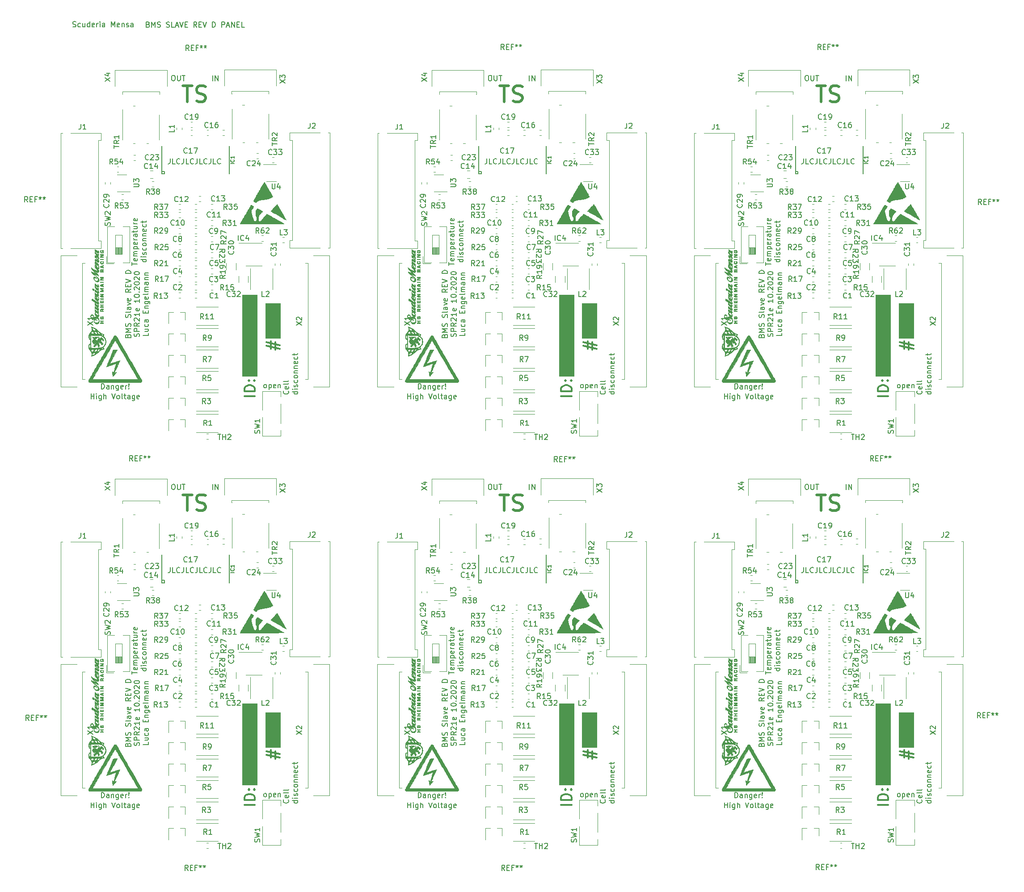
<source format=gto>
G04 #@! TF.GenerationSoftware,KiCad,Pcbnew,(5.1.4)-1*
G04 #@! TF.CreationDate,2020-11-07T13:08:33+01:00*
G04 #@! TF.ProjectId,FPGA_nutzen,46504741-5f6e-4757-947a-656e2e6b6963,rev?*
G04 #@! TF.SameCoordinates,Original*
G04 #@! TF.FileFunction,Legend,Top*
G04 #@! TF.FilePolarity,Positive*
%FSLAX46Y46*%
G04 Gerber Fmt 4.6, Leading zero omitted, Abs format (unit mm)*
G04 Created by KiCad (PCBNEW (5.1.4)-1) date 2020-11-07 13:08:33*
%MOMM*%
%LPD*%
G04 APERTURE LIST*
%ADD10C,0.150000*%
%ADD11C,0.200000*%
%ADD12C,0.500000*%
%ADD13C,0.300000*%
%ADD14C,0.100000*%
%ADD15C,0.120000*%
%ADD16C,0.010000*%
G04 APERTURE END LIST*
D10*
X82782047Y-20290571D02*
X82924904Y-20338190D01*
X82972523Y-20385809D01*
X83020142Y-20481047D01*
X83020142Y-20623904D01*
X82972523Y-20719142D01*
X82924904Y-20766761D01*
X82829666Y-20814380D01*
X82448714Y-20814380D01*
X82448714Y-19814380D01*
X82782047Y-19814380D01*
X82877285Y-19862000D01*
X82924904Y-19909619D01*
X82972523Y-20004857D01*
X82972523Y-20100095D01*
X82924904Y-20195333D01*
X82877285Y-20242952D01*
X82782047Y-20290571D01*
X82448714Y-20290571D01*
X83448714Y-20814380D02*
X83448714Y-19814380D01*
X83782047Y-20528666D01*
X84115380Y-19814380D01*
X84115380Y-20814380D01*
X84543952Y-20766761D02*
X84686809Y-20814380D01*
X84924904Y-20814380D01*
X85020142Y-20766761D01*
X85067761Y-20719142D01*
X85115380Y-20623904D01*
X85115380Y-20528666D01*
X85067761Y-20433428D01*
X85020142Y-20385809D01*
X84924904Y-20338190D01*
X84734428Y-20290571D01*
X84639190Y-20242952D01*
X84591571Y-20195333D01*
X84543952Y-20100095D01*
X84543952Y-20004857D01*
X84591571Y-19909619D01*
X84639190Y-19862000D01*
X84734428Y-19814380D01*
X84972523Y-19814380D01*
X85115380Y-19862000D01*
X86258238Y-20766761D02*
X86401095Y-20814380D01*
X86639190Y-20814380D01*
X86734428Y-20766761D01*
X86782047Y-20719142D01*
X86829666Y-20623904D01*
X86829666Y-20528666D01*
X86782047Y-20433428D01*
X86734428Y-20385809D01*
X86639190Y-20338190D01*
X86448714Y-20290571D01*
X86353476Y-20242952D01*
X86305857Y-20195333D01*
X86258238Y-20100095D01*
X86258238Y-20004857D01*
X86305857Y-19909619D01*
X86353476Y-19862000D01*
X86448714Y-19814380D01*
X86686809Y-19814380D01*
X86829666Y-19862000D01*
X87734428Y-20814380D02*
X87258238Y-20814380D01*
X87258238Y-19814380D01*
X88020142Y-20528666D02*
X88496333Y-20528666D01*
X87924904Y-20814380D02*
X88258238Y-19814380D01*
X88591571Y-20814380D01*
X88782047Y-19814380D02*
X89115380Y-20814380D01*
X89448714Y-19814380D01*
X89782047Y-20290571D02*
X90115380Y-20290571D01*
X90258238Y-20814380D02*
X89782047Y-20814380D01*
X89782047Y-19814380D01*
X90258238Y-19814380D01*
X92020142Y-20814380D02*
X91686809Y-20338190D01*
X91448714Y-20814380D02*
X91448714Y-19814380D01*
X91829666Y-19814380D01*
X91924904Y-19862000D01*
X91972523Y-19909619D01*
X92020142Y-20004857D01*
X92020142Y-20147714D01*
X91972523Y-20242952D01*
X91924904Y-20290571D01*
X91829666Y-20338190D01*
X91448714Y-20338190D01*
X92448714Y-20290571D02*
X92782047Y-20290571D01*
X92924904Y-20814380D02*
X92448714Y-20814380D01*
X92448714Y-19814380D01*
X92924904Y-19814380D01*
X93210619Y-19814380D02*
X93543952Y-20814380D01*
X93877285Y-19814380D01*
X94972523Y-20814380D02*
X94972523Y-19814380D01*
X95210619Y-19814380D01*
X95353476Y-19862000D01*
X95448714Y-19957238D01*
X95496333Y-20052476D01*
X95543952Y-20242952D01*
X95543952Y-20385809D01*
X95496333Y-20576285D01*
X95448714Y-20671523D01*
X95353476Y-20766761D01*
X95210619Y-20814380D01*
X94972523Y-20814380D01*
X96734428Y-20814380D02*
X96734428Y-19814380D01*
X97115380Y-19814380D01*
X97210619Y-19862000D01*
X97258238Y-19909619D01*
X97305857Y-20004857D01*
X97305857Y-20147714D01*
X97258238Y-20242952D01*
X97210619Y-20290571D01*
X97115380Y-20338190D01*
X96734428Y-20338190D01*
X97686809Y-20528666D02*
X98163000Y-20528666D01*
X97591571Y-20814380D02*
X97924904Y-19814380D01*
X98258238Y-20814380D01*
X98591571Y-20814380D02*
X98591571Y-19814380D01*
X99163000Y-20814380D01*
X99163000Y-19814380D01*
X99639190Y-20290571D02*
X99972523Y-20290571D01*
X100115380Y-20814380D02*
X99639190Y-20814380D01*
X99639190Y-19814380D01*
X100115380Y-19814380D01*
X101020142Y-20814380D02*
X100543952Y-20814380D01*
X100543952Y-19814380D01*
X68520904Y-20721761D02*
X68663761Y-20769380D01*
X68901857Y-20769380D01*
X68997095Y-20721761D01*
X69044714Y-20674142D01*
X69092333Y-20578904D01*
X69092333Y-20483666D01*
X69044714Y-20388428D01*
X68997095Y-20340809D01*
X68901857Y-20293190D01*
X68711380Y-20245571D01*
X68616142Y-20197952D01*
X68568523Y-20150333D01*
X68520904Y-20055095D01*
X68520904Y-19959857D01*
X68568523Y-19864619D01*
X68616142Y-19817000D01*
X68711380Y-19769380D01*
X68949476Y-19769380D01*
X69092333Y-19817000D01*
X69949476Y-20721761D02*
X69854238Y-20769380D01*
X69663761Y-20769380D01*
X69568523Y-20721761D01*
X69520904Y-20674142D01*
X69473285Y-20578904D01*
X69473285Y-20293190D01*
X69520904Y-20197952D01*
X69568523Y-20150333D01*
X69663761Y-20102714D01*
X69854238Y-20102714D01*
X69949476Y-20150333D01*
X70806619Y-20102714D02*
X70806619Y-20769380D01*
X70378047Y-20102714D02*
X70378047Y-20626523D01*
X70425666Y-20721761D01*
X70520904Y-20769380D01*
X70663761Y-20769380D01*
X70759000Y-20721761D01*
X70806619Y-20674142D01*
X71711380Y-20769380D02*
X71711380Y-19769380D01*
X71711380Y-20721761D02*
X71616142Y-20769380D01*
X71425666Y-20769380D01*
X71330428Y-20721761D01*
X71282809Y-20674142D01*
X71235190Y-20578904D01*
X71235190Y-20293190D01*
X71282809Y-20197952D01*
X71330428Y-20150333D01*
X71425666Y-20102714D01*
X71616142Y-20102714D01*
X71711380Y-20150333D01*
X72568523Y-20721761D02*
X72473285Y-20769380D01*
X72282809Y-20769380D01*
X72187571Y-20721761D01*
X72139952Y-20626523D01*
X72139952Y-20245571D01*
X72187571Y-20150333D01*
X72282809Y-20102714D01*
X72473285Y-20102714D01*
X72568523Y-20150333D01*
X72616142Y-20245571D01*
X72616142Y-20340809D01*
X72139952Y-20436047D01*
X73044714Y-20769380D02*
X73044714Y-20102714D01*
X73044714Y-20293190D02*
X73092333Y-20197952D01*
X73139952Y-20150333D01*
X73235190Y-20102714D01*
X73330428Y-20102714D01*
X73663761Y-20769380D02*
X73663761Y-20102714D01*
X73663761Y-19769380D02*
X73616142Y-19817000D01*
X73663761Y-19864619D01*
X73711380Y-19817000D01*
X73663761Y-19769380D01*
X73663761Y-19864619D01*
X74568523Y-20769380D02*
X74568523Y-20245571D01*
X74520904Y-20150333D01*
X74425666Y-20102714D01*
X74235190Y-20102714D01*
X74139952Y-20150333D01*
X74568523Y-20721761D02*
X74473285Y-20769380D01*
X74235190Y-20769380D01*
X74139952Y-20721761D01*
X74092333Y-20626523D01*
X74092333Y-20531285D01*
X74139952Y-20436047D01*
X74235190Y-20388428D01*
X74473285Y-20388428D01*
X74568523Y-20340809D01*
X75806619Y-20769380D02*
X75806619Y-19769380D01*
X76139952Y-20483666D01*
X76473285Y-19769380D01*
X76473285Y-20769380D01*
X77330428Y-20721761D02*
X77235190Y-20769380D01*
X77044714Y-20769380D01*
X76949476Y-20721761D01*
X76901857Y-20626523D01*
X76901857Y-20245571D01*
X76949476Y-20150333D01*
X77044714Y-20102714D01*
X77235190Y-20102714D01*
X77330428Y-20150333D01*
X77378047Y-20245571D01*
X77378047Y-20340809D01*
X76901857Y-20436047D01*
X77806619Y-20102714D02*
X77806619Y-20769380D01*
X77806619Y-20197952D02*
X77854238Y-20150333D01*
X77949476Y-20102714D01*
X78092333Y-20102714D01*
X78187571Y-20150333D01*
X78235190Y-20245571D01*
X78235190Y-20769380D01*
X78663761Y-20721761D02*
X78759000Y-20769380D01*
X78949476Y-20769380D01*
X79044714Y-20721761D01*
X79092333Y-20626523D01*
X79092333Y-20578904D01*
X79044714Y-20483666D01*
X78949476Y-20436047D01*
X78806619Y-20436047D01*
X78711380Y-20388428D01*
X78663761Y-20293190D01*
X78663761Y-20245571D01*
X78711380Y-20150333D01*
X78806619Y-20102714D01*
X78949476Y-20102714D01*
X79044714Y-20150333D01*
X79949476Y-20769380D02*
X79949476Y-20245571D01*
X79901857Y-20150333D01*
X79806619Y-20102714D01*
X79616142Y-20102714D01*
X79520904Y-20150333D01*
X79949476Y-20721761D02*
X79854238Y-20769380D01*
X79616142Y-20769380D01*
X79520904Y-20721761D01*
X79473285Y-20626523D01*
X79473285Y-20531285D01*
X79520904Y-20436047D01*
X79616142Y-20388428D01*
X79854238Y-20388428D01*
X79949476Y-20340809D01*
D11*
X199741540Y-143460600D02*
X199741540Y-142889171D01*
X200741540Y-143174885D02*
X199741540Y-143174885D01*
X200693921Y-142174885D02*
X200741540Y-142270123D01*
X200741540Y-142460600D01*
X200693921Y-142555838D01*
X200598683Y-142603457D01*
X200217731Y-142603457D01*
X200122493Y-142555838D01*
X200074874Y-142460600D01*
X200074874Y-142270123D01*
X200122493Y-142174885D01*
X200217731Y-142127266D01*
X200312969Y-142127266D01*
X200408207Y-142603457D01*
X200741540Y-141698695D02*
X200074874Y-141698695D01*
X200170112Y-141698695D02*
X200122493Y-141651076D01*
X200074874Y-141555838D01*
X200074874Y-141412980D01*
X200122493Y-141317742D01*
X200217731Y-141270123D01*
X200741540Y-141270123D01*
X200217731Y-141270123D02*
X200122493Y-141222504D01*
X200074874Y-141127266D01*
X200074874Y-140984409D01*
X200122493Y-140889171D01*
X200217731Y-140841552D01*
X200741540Y-140841552D01*
X200074874Y-140365361D02*
X201074874Y-140365361D01*
X200122493Y-140365361D02*
X200074874Y-140270123D01*
X200074874Y-140079647D01*
X200122493Y-139984409D01*
X200170112Y-139936790D01*
X200265350Y-139889171D01*
X200551064Y-139889171D01*
X200646302Y-139936790D01*
X200693921Y-139984409D01*
X200741540Y-140079647D01*
X200741540Y-140270123D01*
X200693921Y-140365361D01*
X200693921Y-139079647D02*
X200741540Y-139174885D01*
X200741540Y-139365361D01*
X200693921Y-139460600D01*
X200598683Y-139508219D01*
X200217731Y-139508219D01*
X200122493Y-139460600D01*
X200074874Y-139365361D01*
X200074874Y-139174885D01*
X200122493Y-139079647D01*
X200217731Y-139032028D01*
X200312969Y-139032028D01*
X200408207Y-139508219D01*
X200741540Y-138603457D02*
X200074874Y-138603457D01*
X200265350Y-138603457D02*
X200170112Y-138555838D01*
X200122493Y-138508219D01*
X200074874Y-138412980D01*
X200074874Y-138317742D01*
X200741540Y-137555838D02*
X200217731Y-137555838D01*
X200122493Y-137603457D01*
X200074874Y-137698695D01*
X200074874Y-137889171D01*
X200122493Y-137984409D01*
X200693921Y-137555838D02*
X200741540Y-137651076D01*
X200741540Y-137889171D01*
X200693921Y-137984409D01*
X200598683Y-138032028D01*
X200503445Y-138032028D01*
X200408207Y-137984409D01*
X200360588Y-137889171D01*
X200360588Y-137651076D01*
X200312969Y-137555838D01*
X200074874Y-137222504D02*
X200074874Y-136841552D01*
X199741540Y-137079647D02*
X200598683Y-137079647D01*
X200693921Y-137032028D01*
X200741540Y-136936790D01*
X200741540Y-136841552D01*
X200074874Y-136079647D02*
X200741540Y-136079647D01*
X200074874Y-136508219D02*
X200598683Y-136508219D01*
X200693921Y-136460600D01*
X200741540Y-136365361D01*
X200741540Y-136222504D01*
X200693921Y-136127266D01*
X200646302Y-136079647D01*
X200741540Y-135603457D02*
X200074874Y-135603457D01*
X200265350Y-135603457D02*
X200170112Y-135555838D01*
X200122493Y-135508219D01*
X200074874Y-135412980D01*
X200074874Y-135317742D01*
X200693921Y-134603457D02*
X200741540Y-134698695D01*
X200741540Y-134889171D01*
X200693921Y-134984409D01*
X200598683Y-135032028D01*
X200217731Y-135032028D01*
X200122493Y-134984409D01*
X200074874Y-134889171D01*
X200074874Y-134698695D01*
X200122493Y-134603457D01*
X200217731Y-134555838D01*
X200312969Y-134555838D01*
X200408207Y-135032028D01*
X202441540Y-142317742D02*
X201441540Y-142317742D01*
X202393921Y-142317742D02*
X202441540Y-142412980D01*
X202441540Y-142603457D01*
X202393921Y-142698695D01*
X202346302Y-142746314D01*
X202251064Y-142793933D01*
X201965350Y-142793933D01*
X201870112Y-142746314D01*
X201822493Y-142698695D01*
X201774874Y-142603457D01*
X201774874Y-142412980D01*
X201822493Y-142317742D01*
X202441540Y-141841552D02*
X201774874Y-141841552D01*
X201441540Y-141841552D02*
X201489160Y-141889171D01*
X201536779Y-141841552D01*
X201489160Y-141793933D01*
X201441540Y-141841552D01*
X201536779Y-141841552D01*
X202393921Y-141412980D02*
X202441540Y-141317742D01*
X202441540Y-141127266D01*
X202393921Y-141032028D01*
X202298683Y-140984409D01*
X202251064Y-140984409D01*
X202155826Y-141032028D01*
X202108207Y-141127266D01*
X202108207Y-141270123D01*
X202060588Y-141365361D01*
X201965350Y-141412980D01*
X201917731Y-141412980D01*
X201822493Y-141365361D01*
X201774874Y-141270123D01*
X201774874Y-141127266D01*
X201822493Y-141032028D01*
X202393921Y-140127266D02*
X202441540Y-140222504D01*
X202441540Y-140412980D01*
X202393921Y-140508219D01*
X202346302Y-140555838D01*
X202251064Y-140603457D01*
X201965350Y-140603457D01*
X201870112Y-140555838D01*
X201822493Y-140508219D01*
X201774874Y-140412980D01*
X201774874Y-140222504D01*
X201822493Y-140127266D01*
X202441540Y-139555838D02*
X202393921Y-139651076D01*
X202346302Y-139698695D01*
X202251064Y-139746314D01*
X201965350Y-139746314D01*
X201870112Y-139698695D01*
X201822493Y-139651076D01*
X201774874Y-139555838D01*
X201774874Y-139412980D01*
X201822493Y-139317742D01*
X201870112Y-139270123D01*
X201965350Y-139222504D01*
X202251064Y-139222504D01*
X202346302Y-139270123D01*
X202393921Y-139317742D01*
X202441540Y-139412980D01*
X202441540Y-139555838D01*
X201774874Y-138793933D02*
X202441540Y-138793933D01*
X201870112Y-138793933D02*
X201822493Y-138746314D01*
X201774874Y-138651076D01*
X201774874Y-138508219D01*
X201822493Y-138412980D01*
X201917731Y-138365361D01*
X202441540Y-138365361D01*
X201774874Y-137889171D02*
X202441540Y-137889171D01*
X201870112Y-137889171D02*
X201822493Y-137841552D01*
X201774874Y-137746314D01*
X201774874Y-137603457D01*
X201822493Y-137508219D01*
X201917731Y-137460600D01*
X202441540Y-137460600D01*
X202393921Y-136603457D02*
X202441540Y-136698695D01*
X202441540Y-136889171D01*
X202393921Y-136984409D01*
X202298683Y-137032028D01*
X201917731Y-137032028D01*
X201822493Y-136984409D01*
X201774874Y-136889171D01*
X201774874Y-136698695D01*
X201822493Y-136603457D01*
X201917731Y-136555838D01*
X202012969Y-136555838D01*
X202108207Y-137032028D01*
X202393921Y-135698695D02*
X202441540Y-135793933D01*
X202441540Y-135984409D01*
X202393921Y-136079647D01*
X202346302Y-136127266D01*
X202251064Y-136174885D01*
X201965350Y-136174885D01*
X201870112Y-136127266D01*
X201822493Y-136079647D01*
X201774874Y-135984409D01*
X201774874Y-135793933D01*
X201822493Y-135698695D01*
X201774874Y-135412980D02*
X201774874Y-135032028D01*
X201441540Y-135270123D02*
X202298683Y-135270123D01*
X202393921Y-135222504D01*
X202441540Y-135127266D01*
X202441540Y-135032028D01*
X139741540Y-143460600D02*
X139741540Y-142889171D01*
X140741540Y-143174885D02*
X139741540Y-143174885D01*
X140693921Y-142174885D02*
X140741540Y-142270123D01*
X140741540Y-142460600D01*
X140693921Y-142555838D01*
X140598683Y-142603457D01*
X140217731Y-142603457D01*
X140122493Y-142555838D01*
X140074874Y-142460600D01*
X140074874Y-142270123D01*
X140122493Y-142174885D01*
X140217731Y-142127266D01*
X140312969Y-142127266D01*
X140408207Y-142603457D01*
X140741540Y-141698695D02*
X140074874Y-141698695D01*
X140170112Y-141698695D02*
X140122493Y-141651076D01*
X140074874Y-141555838D01*
X140074874Y-141412980D01*
X140122493Y-141317742D01*
X140217731Y-141270123D01*
X140741540Y-141270123D01*
X140217731Y-141270123D02*
X140122493Y-141222504D01*
X140074874Y-141127266D01*
X140074874Y-140984409D01*
X140122493Y-140889171D01*
X140217731Y-140841552D01*
X140741540Y-140841552D01*
X140074874Y-140365361D02*
X141074874Y-140365361D01*
X140122493Y-140365361D02*
X140074874Y-140270123D01*
X140074874Y-140079647D01*
X140122493Y-139984409D01*
X140170112Y-139936790D01*
X140265350Y-139889171D01*
X140551064Y-139889171D01*
X140646302Y-139936790D01*
X140693921Y-139984409D01*
X140741540Y-140079647D01*
X140741540Y-140270123D01*
X140693921Y-140365361D01*
X140693921Y-139079647D02*
X140741540Y-139174885D01*
X140741540Y-139365361D01*
X140693921Y-139460600D01*
X140598683Y-139508219D01*
X140217731Y-139508219D01*
X140122493Y-139460600D01*
X140074874Y-139365361D01*
X140074874Y-139174885D01*
X140122493Y-139079647D01*
X140217731Y-139032028D01*
X140312969Y-139032028D01*
X140408207Y-139508219D01*
X140741540Y-138603457D02*
X140074874Y-138603457D01*
X140265350Y-138603457D02*
X140170112Y-138555838D01*
X140122493Y-138508219D01*
X140074874Y-138412980D01*
X140074874Y-138317742D01*
X140741540Y-137555838D02*
X140217731Y-137555838D01*
X140122493Y-137603457D01*
X140074874Y-137698695D01*
X140074874Y-137889171D01*
X140122493Y-137984409D01*
X140693921Y-137555838D02*
X140741540Y-137651076D01*
X140741540Y-137889171D01*
X140693921Y-137984409D01*
X140598683Y-138032028D01*
X140503445Y-138032028D01*
X140408207Y-137984409D01*
X140360588Y-137889171D01*
X140360588Y-137651076D01*
X140312969Y-137555838D01*
X140074874Y-137222504D02*
X140074874Y-136841552D01*
X139741540Y-137079647D02*
X140598683Y-137079647D01*
X140693921Y-137032028D01*
X140741540Y-136936790D01*
X140741540Y-136841552D01*
X140074874Y-136079647D02*
X140741540Y-136079647D01*
X140074874Y-136508219D02*
X140598683Y-136508219D01*
X140693921Y-136460600D01*
X140741540Y-136365361D01*
X140741540Y-136222504D01*
X140693921Y-136127266D01*
X140646302Y-136079647D01*
X140741540Y-135603457D02*
X140074874Y-135603457D01*
X140265350Y-135603457D02*
X140170112Y-135555838D01*
X140122493Y-135508219D01*
X140074874Y-135412980D01*
X140074874Y-135317742D01*
X140693921Y-134603457D02*
X140741540Y-134698695D01*
X140741540Y-134889171D01*
X140693921Y-134984409D01*
X140598683Y-135032028D01*
X140217731Y-135032028D01*
X140122493Y-134984409D01*
X140074874Y-134889171D01*
X140074874Y-134698695D01*
X140122493Y-134603457D01*
X140217731Y-134555838D01*
X140312969Y-134555838D01*
X140408207Y-135032028D01*
X142441540Y-142317742D02*
X141441540Y-142317742D01*
X142393921Y-142317742D02*
X142441540Y-142412980D01*
X142441540Y-142603457D01*
X142393921Y-142698695D01*
X142346302Y-142746314D01*
X142251064Y-142793933D01*
X141965350Y-142793933D01*
X141870112Y-142746314D01*
X141822493Y-142698695D01*
X141774874Y-142603457D01*
X141774874Y-142412980D01*
X141822493Y-142317742D01*
X142441540Y-141841552D02*
X141774874Y-141841552D01*
X141441540Y-141841552D02*
X141489160Y-141889171D01*
X141536779Y-141841552D01*
X141489160Y-141793933D01*
X141441540Y-141841552D01*
X141536779Y-141841552D01*
X142393921Y-141412980D02*
X142441540Y-141317742D01*
X142441540Y-141127266D01*
X142393921Y-141032028D01*
X142298683Y-140984409D01*
X142251064Y-140984409D01*
X142155826Y-141032028D01*
X142108207Y-141127266D01*
X142108207Y-141270123D01*
X142060588Y-141365361D01*
X141965350Y-141412980D01*
X141917731Y-141412980D01*
X141822493Y-141365361D01*
X141774874Y-141270123D01*
X141774874Y-141127266D01*
X141822493Y-141032028D01*
X142393921Y-140127266D02*
X142441540Y-140222504D01*
X142441540Y-140412980D01*
X142393921Y-140508219D01*
X142346302Y-140555838D01*
X142251064Y-140603457D01*
X141965350Y-140603457D01*
X141870112Y-140555838D01*
X141822493Y-140508219D01*
X141774874Y-140412980D01*
X141774874Y-140222504D01*
X141822493Y-140127266D01*
X142441540Y-139555838D02*
X142393921Y-139651076D01*
X142346302Y-139698695D01*
X142251064Y-139746314D01*
X141965350Y-139746314D01*
X141870112Y-139698695D01*
X141822493Y-139651076D01*
X141774874Y-139555838D01*
X141774874Y-139412980D01*
X141822493Y-139317742D01*
X141870112Y-139270123D01*
X141965350Y-139222504D01*
X142251064Y-139222504D01*
X142346302Y-139270123D01*
X142393921Y-139317742D01*
X142441540Y-139412980D01*
X142441540Y-139555838D01*
X141774874Y-138793933D02*
X142441540Y-138793933D01*
X141870112Y-138793933D02*
X141822493Y-138746314D01*
X141774874Y-138651076D01*
X141774874Y-138508219D01*
X141822493Y-138412980D01*
X141917731Y-138365361D01*
X142441540Y-138365361D01*
X141774874Y-137889171D02*
X142441540Y-137889171D01*
X141870112Y-137889171D02*
X141822493Y-137841552D01*
X141774874Y-137746314D01*
X141774874Y-137603457D01*
X141822493Y-137508219D01*
X141917731Y-137460600D01*
X142441540Y-137460600D01*
X142393921Y-136603457D02*
X142441540Y-136698695D01*
X142441540Y-136889171D01*
X142393921Y-136984409D01*
X142298683Y-137032028D01*
X141917731Y-137032028D01*
X141822493Y-136984409D01*
X141774874Y-136889171D01*
X141774874Y-136698695D01*
X141822493Y-136603457D01*
X141917731Y-136555838D01*
X142012969Y-136555838D01*
X142108207Y-137032028D01*
X142393921Y-135698695D02*
X142441540Y-135793933D01*
X142441540Y-135984409D01*
X142393921Y-136079647D01*
X142346302Y-136127266D01*
X142251064Y-136174885D01*
X141965350Y-136174885D01*
X141870112Y-136127266D01*
X141822493Y-136079647D01*
X141774874Y-135984409D01*
X141774874Y-135793933D01*
X141822493Y-135698695D01*
X141774874Y-135412980D02*
X141774874Y-135032028D01*
X141441540Y-135270123D02*
X142298683Y-135270123D01*
X142393921Y-135222504D01*
X142441540Y-135127266D01*
X142441540Y-135032028D01*
X79741540Y-143460600D02*
X79741540Y-142889171D01*
X80741540Y-143174885D02*
X79741540Y-143174885D01*
X80693921Y-142174885D02*
X80741540Y-142270123D01*
X80741540Y-142460600D01*
X80693921Y-142555838D01*
X80598683Y-142603457D01*
X80217731Y-142603457D01*
X80122493Y-142555838D01*
X80074874Y-142460600D01*
X80074874Y-142270123D01*
X80122493Y-142174885D01*
X80217731Y-142127266D01*
X80312969Y-142127266D01*
X80408207Y-142603457D01*
X80741540Y-141698695D02*
X80074874Y-141698695D01*
X80170112Y-141698695D02*
X80122493Y-141651076D01*
X80074874Y-141555838D01*
X80074874Y-141412980D01*
X80122493Y-141317742D01*
X80217731Y-141270123D01*
X80741540Y-141270123D01*
X80217731Y-141270123D02*
X80122493Y-141222504D01*
X80074874Y-141127266D01*
X80074874Y-140984409D01*
X80122493Y-140889171D01*
X80217731Y-140841552D01*
X80741540Y-140841552D01*
X80074874Y-140365361D02*
X81074874Y-140365361D01*
X80122493Y-140365361D02*
X80074874Y-140270123D01*
X80074874Y-140079647D01*
X80122493Y-139984409D01*
X80170112Y-139936790D01*
X80265350Y-139889171D01*
X80551064Y-139889171D01*
X80646302Y-139936790D01*
X80693921Y-139984409D01*
X80741540Y-140079647D01*
X80741540Y-140270123D01*
X80693921Y-140365361D01*
X80693921Y-139079647D02*
X80741540Y-139174885D01*
X80741540Y-139365361D01*
X80693921Y-139460600D01*
X80598683Y-139508219D01*
X80217731Y-139508219D01*
X80122493Y-139460600D01*
X80074874Y-139365361D01*
X80074874Y-139174885D01*
X80122493Y-139079647D01*
X80217731Y-139032028D01*
X80312969Y-139032028D01*
X80408207Y-139508219D01*
X80741540Y-138603457D02*
X80074874Y-138603457D01*
X80265350Y-138603457D02*
X80170112Y-138555838D01*
X80122493Y-138508219D01*
X80074874Y-138412980D01*
X80074874Y-138317742D01*
X80741540Y-137555838D02*
X80217731Y-137555838D01*
X80122493Y-137603457D01*
X80074874Y-137698695D01*
X80074874Y-137889171D01*
X80122493Y-137984409D01*
X80693921Y-137555838D02*
X80741540Y-137651076D01*
X80741540Y-137889171D01*
X80693921Y-137984409D01*
X80598683Y-138032028D01*
X80503445Y-138032028D01*
X80408207Y-137984409D01*
X80360588Y-137889171D01*
X80360588Y-137651076D01*
X80312969Y-137555838D01*
X80074874Y-137222504D02*
X80074874Y-136841552D01*
X79741540Y-137079647D02*
X80598683Y-137079647D01*
X80693921Y-137032028D01*
X80741540Y-136936790D01*
X80741540Y-136841552D01*
X80074874Y-136079647D02*
X80741540Y-136079647D01*
X80074874Y-136508219D02*
X80598683Y-136508219D01*
X80693921Y-136460600D01*
X80741540Y-136365361D01*
X80741540Y-136222504D01*
X80693921Y-136127266D01*
X80646302Y-136079647D01*
X80741540Y-135603457D02*
X80074874Y-135603457D01*
X80265350Y-135603457D02*
X80170112Y-135555838D01*
X80122493Y-135508219D01*
X80074874Y-135412980D01*
X80074874Y-135317742D01*
X80693921Y-134603457D02*
X80741540Y-134698695D01*
X80741540Y-134889171D01*
X80693921Y-134984409D01*
X80598683Y-135032028D01*
X80217731Y-135032028D01*
X80122493Y-134984409D01*
X80074874Y-134889171D01*
X80074874Y-134698695D01*
X80122493Y-134603457D01*
X80217731Y-134555838D01*
X80312969Y-134555838D01*
X80408207Y-135032028D01*
X82441540Y-142317742D02*
X81441540Y-142317742D01*
X82393921Y-142317742D02*
X82441540Y-142412980D01*
X82441540Y-142603457D01*
X82393921Y-142698695D01*
X82346302Y-142746314D01*
X82251064Y-142793933D01*
X81965350Y-142793933D01*
X81870112Y-142746314D01*
X81822493Y-142698695D01*
X81774874Y-142603457D01*
X81774874Y-142412980D01*
X81822493Y-142317742D01*
X82441540Y-141841552D02*
X81774874Y-141841552D01*
X81441540Y-141841552D02*
X81489160Y-141889171D01*
X81536779Y-141841552D01*
X81489160Y-141793933D01*
X81441540Y-141841552D01*
X81536779Y-141841552D01*
X82393921Y-141412980D02*
X82441540Y-141317742D01*
X82441540Y-141127266D01*
X82393921Y-141032028D01*
X82298683Y-140984409D01*
X82251064Y-140984409D01*
X82155826Y-141032028D01*
X82108207Y-141127266D01*
X82108207Y-141270123D01*
X82060588Y-141365361D01*
X81965350Y-141412980D01*
X81917731Y-141412980D01*
X81822493Y-141365361D01*
X81774874Y-141270123D01*
X81774874Y-141127266D01*
X81822493Y-141032028D01*
X82393921Y-140127266D02*
X82441540Y-140222504D01*
X82441540Y-140412980D01*
X82393921Y-140508219D01*
X82346302Y-140555838D01*
X82251064Y-140603457D01*
X81965350Y-140603457D01*
X81870112Y-140555838D01*
X81822493Y-140508219D01*
X81774874Y-140412980D01*
X81774874Y-140222504D01*
X81822493Y-140127266D01*
X82441540Y-139555838D02*
X82393921Y-139651076D01*
X82346302Y-139698695D01*
X82251064Y-139746314D01*
X81965350Y-139746314D01*
X81870112Y-139698695D01*
X81822493Y-139651076D01*
X81774874Y-139555838D01*
X81774874Y-139412980D01*
X81822493Y-139317742D01*
X81870112Y-139270123D01*
X81965350Y-139222504D01*
X82251064Y-139222504D01*
X82346302Y-139270123D01*
X82393921Y-139317742D01*
X82441540Y-139412980D01*
X82441540Y-139555838D01*
X81774874Y-138793933D02*
X82441540Y-138793933D01*
X81870112Y-138793933D02*
X81822493Y-138746314D01*
X81774874Y-138651076D01*
X81774874Y-138508219D01*
X81822493Y-138412980D01*
X81917731Y-138365361D01*
X82441540Y-138365361D01*
X81774874Y-137889171D02*
X82441540Y-137889171D01*
X81870112Y-137889171D02*
X81822493Y-137841552D01*
X81774874Y-137746314D01*
X81774874Y-137603457D01*
X81822493Y-137508219D01*
X81917731Y-137460600D01*
X82441540Y-137460600D01*
X82393921Y-136603457D02*
X82441540Y-136698695D01*
X82441540Y-136889171D01*
X82393921Y-136984409D01*
X82298683Y-137032028D01*
X81917731Y-137032028D01*
X81822493Y-136984409D01*
X81774874Y-136889171D01*
X81774874Y-136698695D01*
X81822493Y-136603457D01*
X81917731Y-136555838D01*
X82012969Y-136555838D01*
X82108207Y-137032028D01*
X82393921Y-135698695D02*
X82441540Y-135793933D01*
X82441540Y-135984409D01*
X82393921Y-136079647D01*
X82346302Y-136127266D01*
X82251064Y-136174885D01*
X81965350Y-136174885D01*
X81870112Y-136127266D01*
X81822493Y-136079647D01*
X81774874Y-135984409D01*
X81774874Y-135793933D01*
X81822493Y-135698695D01*
X81774874Y-135412980D02*
X81774874Y-135032028D01*
X81441540Y-135270123D02*
X82298683Y-135270123D01*
X82393921Y-135222504D01*
X82441540Y-135127266D01*
X82441540Y-135032028D01*
X199741540Y-65960600D02*
X199741540Y-65389171D01*
X200741540Y-65674885D02*
X199741540Y-65674885D01*
X200693921Y-64674885D02*
X200741540Y-64770123D01*
X200741540Y-64960600D01*
X200693921Y-65055838D01*
X200598683Y-65103457D01*
X200217731Y-65103457D01*
X200122493Y-65055838D01*
X200074874Y-64960600D01*
X200074874Y-64770123D01*
X200122493Y-64674885D01*
X200217731Y-64627266D01*
X200312969Y-64627266D01*
X200408207Y-65103457D01*
X200741540Y-64198695D02*
X200074874Y-64198695D01*
X200170112Y-64198695D02*
X200122493Y-64151076D01*
X200074874Y-64055838D01*
X200074874Y-63912980D01*
X200122493Y-63817742D01*
X200217731Y-63770123D01*
X200741540Y-63770123D01*
X200217731Y-63770123D02*
X200122493Y-63722504D01*
X200074874Y-63627266D01*
X200074874Y-63484409D01*
X200122493Y-63389171D01*
X200217731Y-63341552D01*
X200741540Y-63341552D01*
X200074874Y-62865361D02*
X201074874Y-62865361D01*
X200122493Y-62865361D02*
X200074874Y-62770123D01*
X200074874Y-62579647D01*
X200122493Y-62484409D01*
X200170112Y-62436790D01*
X200265350Y-62389171D01*
X200551064Y-62389171D01*
X200646302Y-62436790D01*
X200693921Y-62484409D01*
X200741540Y-62579647D01*
X200741540Y-62770123D01*
X200693921Y-62865361D01*
X200693921Y-61579647D02*
X200741540Y-61674885D01*
X200741540Y-61865361D01*
X200693921Y-61960600D01*
X200598683Y-62008219D01*
X200217731Y-62008219D01*
X200122493Y-61960600D01*
X200074874Y-61865361D01*
X200074874Y-61674885D01*
X200122493Y-61579647D01*
X200217731Y-61532028D01*
X200312969Y-61532028D01*
X200408207Y-62008219D01*
X200741540Y-61103457D02*
X200074874Y-61103457D01*
X200265350Y-61103457D02*
X200170112Y-61055838D01*
X200122493Y-61008219D01*
X200074874Y-60912980D01*
X200074874Y-60817742D01*
X200741540Y-60055838D02*
X200217731Y-60055838D01*
X200122493Y-60103457D01*
X200074874Y-60198695D01*
X200074874Y-60389171D01*
X200122493Y-60484409D01*
X200693921Y-60055838D02*
X200741540Y-60151076D01*
X200741540Y-60389171D01*
X200693921Y-60484409D01*
X200598683Y-60532028D01*
X200503445Y-60532028D01*
X200408207Y-60484409D01*
X200360588Y-60389171D01*
X200360588Y-60151076D01*
X200312969Y-60055838D01*
X200074874Y-59722504D02*
X200074874Y-59341552D01*
X199741540Y-59579647D02*
X200598683Y-59579647D01*
X200693921Y-59532028D01*
X200741540Y-59436790D01*
X200741540Y-59341552D01*
X200074874Y-58579647D02*
X200741540Y-58579647D01*
X200074874Y-59008219D02*
X200598683Y-59008219D01*
X200693921Y-58960600D01*
X200741540Y-58865361D01*
X200741540Y-58722504D01*
X200693921Y-58627266D01*
X200646302Y-58579647D01*
X200741540Y-58103457D02*
X200074874Y-58103457D01*
X200265350Y-58103457D02*
X200170112Y-58055838D01*
X200122493Y-58008219D01*
X200074874Y-57912980D01*
X200074874Y-57817742D01*
X200693921Y-57103457D02*
X200741540Y-57198695D01*
X200741540Y-57389171D01*
X200693921Y-57484409D01*
X200598683Y-57532028D01*
X200217731Y-57532028D01*
X200122493Y-57484409D01*
X200074874Y-57389171D01*
X200074874Y-57198695D01*
X200122493Y-57103457D01*
X200217731Y-57055838D01*
X200312969Y-57055838D01*
X200408207Y-57532028D01*
X202441540Y-64817742D02*
X201441540Y-64817742D01*
X202393921Y-64817742D02*
X202441540Y-64912980D01*
X202441540Y-65103457D01*
X202393921Y-65198695D01*
X202346302Y-65246314D01*
X202251064Y-65293933D01*
X201965350Y-65293933D01*
X201870112Y-65246314D01*
X201822493Y-65198695D01*
X201774874Y-65103457D01*
X201774874Y-64912980D01*
X201822493Y-64817742D01*
X202441540Y-64341552D02*
X201774874Y-64341552D01*
X201441540Y-64341552D02*
X201489160Y-64389171D01*
X201536779Y-64341552D01*
X201489160Y-64293933D01*
X201441540Y-64341552D01*
X201536779Y-64341552D01*
X202393921Y-63912980D02*
X202441540Y-63817742D01*
X202441540Y-63627266D01*
X202393921Y-63532028D01*
X202298683Y-63484409D01*
X202251064Y-63484409D01*
X202155826Y-63532028D01*
X202108207Y-63627266D01*
X202108207Y-63770123D01*
X202060588Y-63865361D01*
X201965350Y-63912980D01*
X201917731Y-63912980D01*
X201822493Y-63865361D01*
X201774874Y-63770123D01*
X201774874Y-63627266D01*
X201822493Y-63532028D01*
X202393921Y-62627266D02*
X202441540Y-62722504D01*
X202441540Y-62912980D01*
X202393921Y-63008219D01*
X202346302Y-63055838D01*
X202251064Y-63103457D01*
X201965350Y-63103457D01*
X201870112Y-63055838D01*
X201822493Y-63008219D01*
X201774874Y-62912980D01*
X201774874Y-62722504D01*
X201822493Y-62627266D01*
X202441540Y-62055838D02*
X202393921Y-62151076D01*
X202346302Y-62198695D01*
X202251064Y-62246314D01*
X201965350Y-62246314D01*
X201870112Y-62198695D01*
X201822493Y-62151076D01*
X201774874Y-62055838D01*
X201774874Y-61912980D01*
X201822493Y-61817742D01*
X201870112Y-61770123D01*
X201965350Y-61722504D01*
X202251064Y-61722504D01*
X202346302Y-61770123D01*
X202393921Y-61817742D01*
X202441540Y-61912980D01*
X202441540Y-62055838D01*
X201774874Y-61293933D02*
X202441540Y-61293933D01*
X201870112Y-61293933D02*
X201822493Y-61246314D01*
X201774874Y-61151076D01*
X201774874Y-61008219D01*
X201822493Y-60912980D01*
X201917731Y-60865361D01*
X202441540Y-60865361D01*
X201774874Y-60389171D02*
X202441540Y-60389171D01*
X201870112Y-60389171D02*
X201822493Y-60341552D01*
X201774874Y-60246314D01*
X201774874Y-60103457D01*
X201822493Y-60008219D01*
X201917731Y-59960600D01*
X202441540Y-59960600D01*
X202393921Y-59103457D02*
X202441540Y-59198695D01*
X202441540Y-59389171D01*
X202393921Y-59484409D01*
X202298683Y-59532028D01*
X201917731Y-59532028D01*
X201822493Y-59484409D01*
X201774874Y-59389171D01*
X201774874Y-59198695D01*
X201822493Y-59103457D01*
X201917731Y-59055838D01*
X202012969Y-59055838D01*
X202108207Y-59532028D01*
X202393921Y-58198695D02*
X202441540Y-58293933D01*
X202441540Y-58484409D01*
X202393921Y-58579647D01*
X202346302Y-58627266D01*
X202251064Y-58674885D01*
X201965350Y-58674885D01*
X201870112Y-58627266D01*
X201822493Y-58579647D01*
X201774874Y-58484409D01*
X201774874Y-58293933D01*
X201822493Y-58198695D01*
X201774874Y-57912980D02*
X201774874Y-57532028D01*
X201441540Y-57770123D02*
X202298683Y-57770123D01*
X202393921Y-57722504D01*
X202441540Y-57627266D01*
X202441540Y-57532028D01*
X139741540Y-65960600D02*
X139741540Y-65389171D01*
X140741540Y-65674885D02*
X139741540Y-65674885D01*
X140693921Y-64674885D02*
X140741540Y-64770123D01*
X140741540Y-64960600D01*
X140693921Y-65055838D01*
X140598683Y-65103457D01*
X140217731Y-65103457D01*
X140122493Y-65055838D01*
X140074874Y-64960600D01*
X140074874Y-64770123D01*
X140122493Y-64674885D01*
X140217731Y-64627266D01*
X140312969Y-64627266D01*
X140408207Y-65103457D01*
X140741540Y-64198695D02*
X140074874Y-64198695D01*
X140170112Y-64198695D02*
X140122493Y-64151076D01*
X140074874Y-64055838D01*
X140074874Y-63912980D01*
X140122493Y-63817742D01*
X140217731Y-63770123D01*
X140741540Y-63770123D01*
X140217731Y-63770123D02*
X140122493Y-63722504D01*
X140074874Y-63627266D01*
X140074874Y-63484409D01*
X140122493Y-63389171D01*
X140217731Y-63341552D01*
X140741540Y-63341552D01*
X140074874Y-62865361D02*
X141074874Y-62865361D01*
X140122493Y-62865361D02*
X140074874Y-62770123D01*
X140074874Y-62579647D01*
X140122493Y-62484409D01*
X140170112Y-62436790D01*
X140265350Y-62389171D01*
X140551064Y-62389171D01*
X140646302Y-62436790D01*
X140693921Y-62484409D01*
X140741540Y-62579647D01*
X140741540Y-62770123D01*
X140693921Y-62865361D01*
X140693921Y-61579647D02*
X140741540Y-61674885D01*
X140741540Y-61865361D01*
X140693921Y-61960600D01*
X140598683Y-62008219D01*
X140217731Y-62008219D01*
X140122493Y-61960600D01*
X140074874Y-61865361D01*
X140074874Y-61674885D01*
X140122493Y-61579647D01*
X140217731Y-61532028D01*
X140312969Y-61532028D01*
X140408207Y-62008219D01*
X140741540Y-61103457D02*
X140074874Y-61103457D01*
X140265350Y-61103457D02*
X140170112Y-61055838D01*
X140122493Y-61008219D01*
X140074874Y-60912980D01*
X140074874Y-60817742D01*
X140741540Y-60055838D02*
X140217731Y-60055838D01*
X140122493Y-60103457D01*
X140074874Y-60198695D01*
X140074874Y-60389171D01*
X140122493Y-60484409D01*
X140693921Y-60055838D02*
X140741540Y-60151076D01*
X140741540Y-60389171D01*
X140693921Y-60484409D01*
X140598683Y-60532028D01*
X140503445Y-60532028D01*
X140408207Y-60484409D01*
X140360588Y-60389171D01*
X140360588Y-60151076D01*
X140312969Y-60055838D01*
X140074874Y-59722504D02*
X140074874Y-59341552D01*
X139741540Y-59579647D02*
X140598683Y-59579647D01*
X140693921Y-59532028D01*
X140741540Y-59436790D01*
X140741540Y-59341552D01*
X140074874Y-58579647D02*
X140741540Y-58579647D01*
X140074874Y-59008219D02*
X140598683Y-59008219D01*
X140693921Y-58960600D01*
X140741540Y-58865361D01*
X140741540Y-58722504D01*
X140693921Y-58627266D01*
X140646302Y-58579647D01*
X140741540Y-58103457D02*
X140074874Y-58103457D01*
X140265350Y-58103457D02*
X140170112Y-58055838D01*
X140122493Y-58008219D01*
X140074874Y-57912980D01*
X140074874Y-57817742D01*
X140693921Y-57103457D02*
X140741540Y-57198695D01*
X140741540Y-57389171D01*
X140693921Y-57484409D01*
X140598683Y-57532028D01*
X140217731Y-57532028D01*
X140122493Y-57484409D01*
X140074874Y-57389171D01*
X140074874Y-57198695D01*
X140122493Y-57103457D01*
X140217731Y-57055838D01*
X140312969Y-57055838D01*
X140408207Y-57532028D01*
X142441540Y-64817742D02*
X141441540Y-64817742D01*
X142393921Y-64817742D02*
X142441540Y-64912980D01*
X142441540Y-65103457D01*
X142393921Y-65198695D01*
X142346302Y-65246314D01*
X142251064Y-65293933D01*
X141965350Y-65293933D01*
X141870112Y-65246314D01*
X141822493Y-65198695D01*
X141774874Y-65103457D01*
X141774874Y-64912980D01*
X141822493Y-64817742D01*
X142441540Y-64341552D02*
X141774874Y-64341552D01*
X141441540Y-64341552D02*
X141489160Y-64389171D01*
X141536779Y-64341552D01*
X141489160Y-64293933D01*
X141441540Y-64341552D01*
X141536779Y-64341552D01*
X142393921Y-63912980D02*
X142441540Y-63817742D01*
X142441540Y-63627266D01*
X142393921Y-63532028D01*
X142298683Y-63484409D01*
X142251064Y-63484409D01*
X142155826Y-63532028D01*
X142108207Y-63627266D01*
X142108207Y-63770123D01*
X142060588Y-63865361D01*
X141965350Y-63912980D01*
X141917731Y-63912980D01*
X141822493Y-63865361D01*
X141774874Y-63770123D01*
X141774874Y-63627266D01*
X141822493Y-63532028D01*
X142393921Y-62627266D02*
X142441540Y-62722504D01*
X142441540Y-62912980D01*
X142393921Y-63008219D01*
X142346302Y-63055838D01*
X142251064Y-63103457D01*
X141965350Y-63103457D01*
X141870112Y-63055838D01*
X141822493Y-63008219D01*
X141774874Y-62912980D01*
X141774874Y-62722504D01*
X141822493Y-62627266D01*
X142441540Y-62055838D02*
X142393921Y-62151076D01*
X142346302Y-62198695D01*
X142251064Y-62246314D01*
X141965350Y-62246314D01*
X141870112Y-62198695D01*
X141822493Y-62151076D01*
X141774874Y-62055838D01*
X141774874Y-61912980D01*
X141822493Y-61817742D01*
X141870112Y-61770123D01*
X141965350Y-61722504D01*
X142251064Y-61722504D01*
X142346302Y-61770123D01*
X142393921Y-61817742D01*
X142441540Y-61912980D01*
X142441540Y-62055838D01*
X141774874Y-61293933D02*
X142441540Y-61293933D01*
X141870112Y-61293933D02*
X141822493Y-61246314D01*
X141774874Y-61151076D01*
X141774874Y-61008219D01*
X141822493Y-60912980D01*
X141917731Y-60865361D01*
X142441540Y-60865361D01*
X141774874Y-60389171D02*
X142441540Y-60389171D01*
X141870112Y-60389171D02*
X141822493Y-60341552D01*
X141774874Y-60246314D01*
X141774874Y-60103457D01*
X141822493Y-60008219D01*
X141917731Y-59960600D01*
X142441540Y-59960600D01*
X142393921Y-59103457D02*
X142441540Y-59198695D01*
X142441540Y-59389171D01*
X142393921Y-59484409D01*
X142298683Y-59532028D01*
X141917731Y-59532028D01*
X141822493Y-59484409D01*
X141774874Y-59389171D01*
X141774874Y-59198695D01*
X141822493Y-59103457D01*
X141917731Y-59055838D01*
X142012969Y-59055838D01*
X142108207Y-59532028D01*
X142393921Y-58198695D02*
X142441540Y-58293933D01*
X142441540Y-58484409D01*
X142393921Y-58579647D01*
X142346302Y-58627266D01*
X142251064Y-58674885D01*
X141965350Y-58674885D01*
X141870112Y-58627266D01*
X141822493Y-58579647D01*
X141774874Y-58484409D01*
X141774874Y-58293933D01*
X141822493Y-58198695D01*
X141774874Y-57912980D02*
X141774874Y-57532028D01*
X141441540Y-57770123D02*
X142298683Y-57770123D01*
X142393921Y-57722504D01*
X142441540Y-57627266D01*
X142441540Y-57532028D01*
D12*
X209384285Y-109453942D02*
X211098571Y-109453942D01*
X210241428Y-112453942D02*
X210241428Y-109453942D01*
X211955714Y-112311085D02*
X212384285Y-112453942D01*
X213098571Y-112453942D01*
X213384285Y-112311085D01*
X213527142Y-112168228D01*
X213670000Y-111882514D01*
X213670000Y-111596800D01*
X213527142Y-111311085D01*
X213384285Y-111168228D01*
X213098571Y-111025371D01*
X212527142Y-110882514D01*
X212241428Y-110739657D01*
X212098571Y-110596800D01*
X211955714Y-110311085D01*
X211955714Y-110025371D01*
X212098571Y-109739657D01*
X212241428Y-109596800D01*
X212527142Y-109453942D01*
X213241428Y-109453942D01*
X213670000Y-109596800D01*
X149384285Y-109453942D02*
X151098571Y-109453942D01*
X150241428Y-112453942D02*
X150241428Y-109453942D01*
X151955714Y-112311085D02*
X152384285Y-112453942D01*
X153098571Y-112453942D01*
X153384285Y-112311085D01*
X153527142Y-112168228D01*
X153670000Y-111882514D01*
X153670000Y-111596800D01*
X153527142Y-111311085D01*
X153384285Y-111168228D01*
X153098571Y-111025371D01*
X152527142Y-110882514D01*
X152241428Y-110739657D01*
X152098571Y-110596800D01*
X151955714Y-110311085D01*
X151955714Y-110025371D01*
X152098571Y-109739657D01*
X152241428Y-109596800D01*
X152527142Y-109453942D01*
X153241428Y-109453942D01*
X153670000Y-109596800D01*
X89384285Y-109453942D02*
X91098571Y-109453942D01*
X90241428Y-112453942D02*
X90241428Y-109453942D01*
X91955714Y-112311085D02*
X92384285Y-112453942D01*
X93098571Y-112453942D01*
X93384285Y-112311085D01*
X93527142Y-112168228D01*
X93670000Y-111882514D01*
X93670000Y-111596800D01*
X93527142Y-111311085D01*
X93384285Y-111168228D01*
X93098571Y-111025371D01*
X92527142Y-110882514D01*
X92241428Y-110739657D01*
X92098571Y-110596800D01*
X91955714Y-110311085D01*
X91955714Y-110025371D01*
X92098571Y-109739657D01*
X92241428Y-109596800D01*
X92527142Y-109453942D01*
X93241428Y-109453942D01*
X93670000Y-109596800D01*
X209384285Y-31953942D02*
X211098571Y-31953942D01*
X210241428Y-34953942D02*
X210241428Y-31953942D01*
X211955714Y-34811085D02*
X212384285Y-34953942D01*
X213098571Y-34953942D01*
X213384285Y-34811085D01*
X213527142Y-34668228D01*
X213670000Y-34382514D01*
X213670000Y-34096800D01*
X213527142Y-33811085D01*
X213384285Y-33668228D01*
X213098571Y-33525371D01*
X212527142Y-33382514D01*
X212241428Y-33239657D01*
X212098571Y-33096800D01*
X211955714Y-32811085D01*
X211955714Y-32525371D01*
X212098571Y-32239657D01*
X212241428Y-32096800D01*
X212527142Y-31953942D01*
X213241428Y-31953942D01*
X213670000Y-32096800D01*
X149384285Y-31953942D02*
X151098571Y-31953942D01*
X150241428Y-34953942D02*
X150241428Y-31953942D01*
X151955714Y-34811085D02*
X152384285Y-34953942D01*
X153098571Y-34953942D01*
X153384285Y-34811085D01*
X153527142Y-34668228D01*
X153670000Y-34382514D01*
X153670000Y-34096800D01*
X153527142Y-33811085D01*
X153384285Y-33668228D01*
X153098571Y-33525371D01*
X152527142Y-33382514D01*
X152241428Y-33239657D01*
X152098571Y-33096800D01*
X151955714Y-32811085D01*
X151955714Y-32525371D01*
X152098571Y-32239657D01*
X152241428Y-32096800D01*
X152527142Y-31953942D01*
X153241428Y-31953942D01*
X153670000Y-32096800D01*
D11*
X229302582Y-167261556D02*
X229350201Y-167309175D01*
X229397820Y-167452032D01*
X229397820Y-167547270D01*
X229350201Y-167690127D01*
X229254963Y-167785365D01*
X229159725Y-167832984D01*
X228969249Y-167880603D01*
X228826392Y-167880603D01*
X228635916Y-167832984D01*
X228540678Y-167785365D01*
X228445440Y-167690127D01*
X228397820Y-167547270D01*
X228397820Y-167452032D01*
X228445440Y-167309175D01*
X228493059Y-167261556D01*
X229350201Y-166452032D02*
X229397820Y-166547270D01*
X229397820Y-166737746D01*
X229350201Y-166832984D01*
X229254963Y-166880603D01*
X228874011Y-166880603D01*
X228778773Y-166832984D01*
X228731154Y-166737746D01*
X228731154Y-166547270D01*
X228778773Y-166452032D01*
X228874011Y-166404413D01*
X228969249Y-166404413D01*
X229064487Y-166880603D01*
X229397820Y-165832984D02*
X229350201Y-165928222D01*
X229254963Y-165975841D01*
X228397820Y-165975841D01*
X229397820Y-165309175D02*
X229350201Y-165404413D01*
X229254963Y-165452032D01*
X228397820Y-165452032D01*
X231097820Y-167404413D02*
X230097820Y-167404413D01*
X231050201Y-167404413D02*
X231097820Y-167499651D01*
X231097820Y-167690127D01*
X231050201Y-167785365D01*
X231002582Y-167832984D01*
X230907344Y-167880603D01*
X230621630Y-167880603D01*
X230526392Y-167832984D01*
X230478773Y-167785365D01*
X230431154Y-167690127D01*
X230431154Y-167499651D01*
X230478773Y-167404413D01*
X231097820Y-166928222D02*
X230431154Y-166928222D01*
X230097820Y-166928222D02*
X230145440Y-166975841D01*
X230193059Y-166928222D01*
X230145440Y-166880603D01*
X230097820Y-166928222D01*
X230193059Y-166928222D01*
X231050201Y-166499651D02*
X231097820Y-166404413D01*
X231097820Y-166213937D01*
X231050201Y-166118699D01*
X230954963Y-166071080D01*
X230907344Y-166071080D01*
X230812106Y-166118699D01*
X230764487Y-166213937D01*
X230764487Y-166356794D01*
X230716868Y-166452032D01*
X230621630Y-166499651D01*
X230574011Y-166499651D01*
X230478773Y-166452032D01*
X230431154Y-166356794D01*
X230431154Y-166213937D01*
X230478773Y-166118699D01*
X231050201Y-165213937D02*
X231097820Y-165309175D01*
X231097820Y-165499651D01*
X231050201Y-165594889D01*
X231002582Y-165642508D01*
X230907344Y-165690127D01*
X230621630Y-165690127D01*
X230526392Y-165642508D01*
X230478773Y-165594889D01*
X230431154Y-165499651D01*
X230431154Y-165309175D01*
X230478773Y-165213937D01*
X231097820Y-164642508D02*
X231050201Y-164737746D01*
X231002582Y-164785365D01*
X230907344Y-164832984D01*
X230621630Y-164832984D01*
X230526392Y-164785365D01*
X230478773Y-164737746D01*
X230431154Y-164642508D01*
X230431154Y-164499651D01*
X230478773Y-164404413D01*
X230526392Y-164356794D01*
X230621630Y-164309175D01*
X230907344Y-164309175D01*
X231002582Y-164356794D01*
X231050201Y-164404413D01*
X231097820Y-164499651D01*
X231097820Y-164642508D01*
X230431154Y-163880603D02*
X231097820Y-163880603D01*
X230526392Y-163880603D02*
X230478773Y-163832984D01*
X230431154Y-163737746D01*
X230431154Y-163594889D01*
X230478773Y-163499651D01*
X230574011Y-163452032D01*
X231097820Y-163452032D01*
X230431154Y-162975841D02*
X231097820Y-162975841D01*
X230526392Y-162975841D02*
X230478773Y-162928222D01*
X230431154Y-162832984D01*
X230431154Y-162690127D01*
X230478773Y-162594889D01*
X230574011Y-162547270D01*
X231097820Y-162547270D01*
X231050201Y-161690127D02*
X231097820Y-161785365D01*
X231097820Y-161975841D01*
X231050201Y-162071080D01*
X230954963Y-162118699D01*
X230574011Y-162118699D01*
X230478773Y-162071080D01*
X230431154Y-161975841D01*
X230431154Y-161785365D01*
X230478773Y-161690127D01*
X230574011Y-161642508D01*
X230669249Y-161642508D01*
X230764487Y-162118699D01*
X231050201Y-160785365D02*
X231097820Y-160880603D01*
X231097820Y-161071080D01*
X231050201Y-161166318D01*
X231002582Y-161213937D01*
X230907344Y-161261556D01*
X230621630Y-161261556D01*
X230526392Y-161213937D01*
X230478773Y-161166318D01*
X230431154Y-161071080D01*
X230431154Y-160880603D01*
X230478773Y-160785365D01*
X230431154Y-160499651D02*
X230431154Y-160118699D01*
X230097820Y-160356794D02*
X230954963Y-160356794D01*
X231050201Y-160309175D01*
X231097820Y-160213937D01*
X231097820Y-160118699D01*
X169302582Y-167261556D02*
X169350201Y-167309175D01*
X169397820Y-167452032D01*
X169397820Y-167547270D01*
X169350201Y-167690127D01*
X169254963Y-167785365D01*
X169159725Y-167832984D01*
X168969249Y-167880603D01*
X168826392Y-167880603D01*
X168635916Y-167832984D01*
X168540678Y-167785365D01*
X168445440Y-167690127D01*
X168397820Y-167547270D01*
X168397820Y-167452032D01*
X168445440Y-167309175D01*
X168493059Y-167261556D01*
X169350201Y-166452032D02*
X169397820Y-166547270D01*
X169397820Y-166737746D01*
X169350201Y-166832984D01*
X169254963Y-166880603D01*
X168874011Y-166880603D01*
X168778773Y-166832984D01*
X168731154Y-166737746D01*
X168731154Y-166547270D01*
X168778773Y-166452032D01*
X168874011Y-166404413D01*
X168969249Y-166404413D01*
X169064487Y-166880603D01*
X169397820Y-165832984D02*
X169350201Y-165928222D01*
X169254963Y-165975841D01*
X168397820Y-165975841D01*
X169397820Y-165309175D02*
X169350201Y-165404413D01*
X169254963Y-165452032D01*
X168397820Y-165452032D01*
X171097820Y-167404413D02*
X170097820Y-167404413D01*
X171050201Y-167404413D02*
X171097820Y-167499651D01*
X171097820Y-167690127D01*
X171050201Y-167785365D01*
X171002582Y-167832984D01*
X170907344Y-167880603D01*
X170621630Y-167880603D01*
X170526392Y-167832984D01*
X170478773Y-167785365D01*
X170431154Y-167690127D01*
X170431154Y-167499651D01*
X170478773Y-167404413D01*
X171097820Y-166928222D02*
X170431154Y-166928222D01*
X170097820Y-166928222D02*
X170145440Y-166975841D01*
X170193059Y-166928222D01*
X170145440Y-166880603D01*
X170097820Y-166928222D01*
X170193059Y-166928222D01*
X171050201Y-166499651D02*
X171097820Y-166404413D01*
X171097820Y-166213937D01*
X171050201Y-166118699D01*
X170954963Y-166071080D01*
X170907344Y-166071080D01*
X170812106Y-166118699D01*
X170764487Y-166213937D01*
X170764487Y-166356794D01*
X170716868Y-166452032D01*
X170621630Y-166499651D01*
X170574011Y-166499651D01*
X170478773Y-166452032D01*
X170431154Y-166356794D01*
X170431154Y-166213937D01*
X170478773Y-166118699D01*
X171050201Y-165213937D02*
X171097820Y-165309175D01*
X171097820Y-165499651D01*
X171050201Y-165594889D01*
X171002582Y-165642508D01*
X170907344Y-165690127D01*
X170621630Y-165690127D01*
X170526392Y-165642508D01*
X170478773Y-165594889D01*
X170431154Y-165499651D01*
X170431154Y-165309175D01*
X170478773Y-165213937D01*
X171097820Y-164642508D02*
X171050201Y-164737746D01*
X171002582Y-164785365D01*
X170907344Y-164832984D01*
X170621630Y-164832984D01*
X170526392Y-164785365D01*
X170478773Y-164737746D01*
X170431154Y-164642508D01*
X170431154Y-164499651D01*
X170478773Y-164404413D01*
X170526392Y-164356794D01*
X170621630Y-164309175D01*
X170907344Y-164309175D01*
X171002582Y-164356794D01*
X171050201Y-164404413D01*
X171097820Y-164499651D01*
X171097820Y-164642508D01*
X170431154Y-163880603D02*
X171097820Y-163880603D01*
X170526392Y-163880603D02*
X170478773Y-163832984D01*
X170431154Y-163737746D01*
X170431154Y-163594889D01*
X170478773Y-163499651D01*
X170574011Y-163452032D01*
X171097820Y-163452032D01*
X170431154Y-162975841D02*
X171097820Y-162975841D01*
X170526392Y-162975841D02*
X170478773Y-162928222D01*
X170431154Y-162832984D01*
X170431154Y-162690127D01*
X170478773Y-162594889D01*
X170574011Y-162547270D01*
X171097820Y-162547270D01*
X171050201Y-161690127D02*
X171097820Y-161785365D01*
X171097820Y-161975841D01*
X171050201Y-162071080D01*
X170954963Y-162118699D01*
X170574011Y-162118699D01*
X170478773Y-162071080D01*
X170431154Y-161975841D01*
X170431154Y-161785365D01*
X170478773Y-161690127D01*
X170574011Y-161642508D01*
X170669249Y-161642508D01*
X170764487Y-162118699D01*
X171050201Y-160785365D02*
X171097820Y-160880603D01*
X171097820Y-161071080D01*
X171050201Y-161166318D01*
X171002582Y-161213937D01*
X170907344Y-161261556D01*
X170621630Y-161261556D01*
X170526392Y-161213937D01*
X170478773Y-161166318D01*
X170431154Y-161071080D01*
X170431154Y-160880603D01*
X170478773Y-160785365D01*
X170431154Y-160499651D02*
X170431154Y-160118699D01*
X170097820Y-160356794D02*
X170954963Y-160356794D01*
X171050201Y-160309175D01*
X171097820Y-160213937D01*
X171097820Y-160118699D01*
X109302582Y-167261556D02*
X109350201Y-167309175D01*
X109397820Y-167452032D01*
X109397820Y-167547270D01*
X109350201Y-167690127D01*
X109254963Y-167785365D01*
X109159725Y-167832984D01*
X108969249Y-167880603D01*
X108826392Y-167880603D01*
X108635916Y-167832984D01*
X108540678Y-167785365D01*
X108445440Y-167690127D01*
X108397820Y-167547270D01*
X108397820Y-167452032D01*
X108445440Y-167309175D01*
X108493059Y-167261556D01*
X109350201Y-166452032D02*
X109397820Y-166547270D01*
X109397820Y-166737746D01*
X109350201Y-166832984D01*
X109254963Y-166880603D01*
X108874011Y-166880603D01*
X108778773Y-166832984D01*
X108731154Y-166737746D01*
X108731154Y-166547270D01*
X108778773Y-166452032D01*
X108874011Y-166404413D01*
X108969249Y-166404413D01*
X109064487Y-166880603D01*
X109397820Y-165832984D02*
X109350201Y-165928222D01*
X109254963Y-165975841D01*
X108397820Y-165975841D01*
X109397820Y-165309175D02*
X109350201Y-165404413D01*
X109254963Y-165452032D01*
X108397820Y-165452032D01*
X111097820Y-167404413D02*
X110097820Y-167404413D01*
X111050201Y-167404413D02*
X111097820Y-167499651D01*
X111097820Y-167690127D01*
X111050201Y-167785365D01*
X111002582Y-167832984D01*
X110907344Y-167880603D01*
X110621630Y-167880603D01*
X110526392Y-167832984D01*
X110478773Y-167785365D01*
X110431154Y-167690127D01*
X110431154Y-167499651D01*
X110478773Y-167404413D01*
X111097820Y-166928222D02*
X110431154Y-166928222D01*
X110097820Y-166928222D02*
X110145440Y-166975841D01*
X110193059Y-166928222D01*
X110145440Y-166880603D01*
X110097820Y-166928222D01*
X110193059Y-166928222D01*
X111050201Y-166499651D02*
X111097820Y-166404413D01*
X111097820Y-166213937D01*
X111050201Y-166118699D01*
X110954963Y-166071080D01*
X110907344Y-166071080D01*
X110812106Y-166118699D01*
X110764487Y-166213937D01*
X110764487Y-166356794D01*
X110716868Y-166452032D01*
X110621630Y-166499651D01*
X110574011Y-166499651D01*
X110478773Y-166452032D01*
X110431154Y-166356794D01*
X110431154Y-166213937D01*
X110478773Y-166118699D01*
X111050201Y-165213937D02*
X111097820Y-165309175D01*
X111097820Y-165499651D01*
X111050201Y-165594889D01*
X111002582Y-165642508D01*
X110907344Y-165690127D01*
X110621630Y-165690127D01*
X110526392Y-165642508D01*
X110478773Y-165594889D01*
X110431154Y-165499651D01*
X110431154Y-165309175D01*
X110478773Y-165213937D01*
X111097820Y-164642508D02*
X111050201Y-164737746D01*
X111002582Y-164785365D01*
X110907344Y-164832984D01*
X110621630Y-164832984D01*
X110526392Y-164785365D01*
X110478773Y-164737746D01*
X110431154Y-164642508D01*
X110431154Y-164499651D01*
X110478773Y-164404413D01*
X110526392Y-164356794D01*
X110621630Y-164309175D01*
X110907344Y-164309175D01*
X111002582Y-164356794D01*
X111050201Y-164404413D01*
X111097820Y-164499651D01*
X111097820Y-164642508D01*
X110431154Y-163880603D02*
X111097820Y-163880603D01*
X110526392Y-163880603D02*
X110478773Y-163832984D01*
X110431154Y-163737746D01*
X110431154Y-163594889D01*
X110478773Y-163499651D01*
X110574011Y-163452032D01*
X111097820Y-163452032D01*
X110431154Y-162975841D02*
X111097820Y-162975841D01*
X110526392Y-162975841D02*
X110478773Y-162928222D01*
X110431154Y-162832984D01*
X110431154Y-162690127D01*
X110478773Y-162594889D01*
X110574011Y-162547270D01*
X111097820Y-162547270D01*
X111050201Y-161690127D02*
X111097820Y-161785365D01*
X111097820Y-161975841D01*
X111050201Y-162071080D01*
X110954963Y-162118699D01*
X110574011Y-162118699D01*
X110478773Y-162071080D01*
X110431154Y-161975841D01*
X110431154Y-161785365D01*
X110478773Y-161690127D01*
X110574011Y-161642508D01*
X110669249Y-161642508D01*
X110764487Y-162118699D01*
X111050201Y-160785365D02*
X111097820Y-160880603D01*
X111097820Y-161071080D01*
X111050201Y-161166318D01*
X111002582Y-161213937D01*
X110907344Y-161261556D01*
X110621630Y-161261556D01*
X110526392Y-161213937D01*
X110478773Y-161166318D01*
X110431154Y-161071080D01*
X110431154Y-160880603D01*
X110478773Y-160785365D01*
X110431154Y-160499651D02*
X110431154Y-160118699D01*
X110097820Y-160356794D02*
X110954963Y-160356794D01*
X111050201Y-160309175D01*
X111097820Y-160213937D01*
X111097820Y-160118699D01*
X229302582Y-89761556D02*
X229350201Y-89809175D01*
X229397820Y-89952032D01*
X229397820Y-90047270D01*
X229350201Y-90190127D01*
X229254963Y-90285365D01*
X229159725Y-90332984D01*
X228969249Y-90380603D01*
X228826392Y-90380603D01*
X228635916Y-90332984D01*
X228540678Y-90285365D01*
X228445440Y-90190127D01*
X228397820Y-90047270D01*
X228397820Y-89952032D01*
X228445440Y-89809175D01*
X228493059Y-89761556D01*
X229350201Y-88952032D02*
X229397820Y-89047270D01*
X229397820Y-89237746D01*
X229350201Y-89332984D01*
X229254963Y-89380603D01*
X228874011Y-89380603D01*
X228778773Y-89332984D01*
X228731154Y-89237746D01*
X228731154Y-89047270D01*
X228778773Y-88952032D01*
X228874011Y-88904413D01*
X228969249Y-88904413D01*
X229064487Y-89380603D01*
X229397820Y-88332984D02*
X229350201Y-88428222D01*
X229254963Y-88475841D01*
X228397820Y-88475841D01*
X229397820Y-87809175D02*
X229350201Y-87904413D01*
X229254963Y-87952032D01*
X228397820Y-87952032D01*
X231097820Y-89904413D02*
X230097820Y-89904413D01*
X231050201Y-89904413D02*
X231097820Y-89999651D01*
X231097820Y-90190127D01*
X231050201Y-90285365D01*
X231002582Y-90332984D01*
X230907344Y-90380603D01*
X230621630Y-90380603D01*
X230526392Y-90332984D01*
X230478773Y-90285365D01*
X230431154Y-90190127D01*
X230431154Y-89999651D01*
X230478773Y-89904413D01*
X231097820Y-89428222D02*
X230431154Y-89428222D01*
X230097820Y-89428222D02*
X230145440Y-89475841D01*
X230193059Y-89428222D01*
X230145440Y-89380603D01*
X230097820Y-89428222D01*
X230193059Y-89428222D01*
X231050201Y-88999651D02*
X231097820Y-88904413D01*
X231097820Y-88713937D01*
X231050201Y-88618699D01*
X230954963Y-88571080D01*
X230907344Y-88571080D01*
X230812106Y-88618699D01*
X230764487Y-88713937D01*
X230764487Y-88856794D01*
X230716868Y-88952032D01*
X230621630Y-88999651D01*
X230574011Y-88999651D01*
X230478773Y-88952032D01*
X230431154Y-88856794D01*
X230431154Y-88713937D01*
X230478773Y-88618699D01*
X231050201Y-87713937D02*
X231097820Y-87809175D01*
X231097820Y-87999651D01*
X231050201Y-88094889D01*
X231002582Y-88142508D01*
X230907344Y-88190127D01*
X230621630Y-88190127D01*
X230526392Y-88142508D01*
X230478773Y-88094889D01*
X230431154Y-87999651D01*
X230431154Y-87809175D01*
X230478773Y-87713937D01*
X231097820Y-87142508D02*
X231050201Y-87237746D01*
X231002582Y-87285365D01*
X230907344Y-87332984D01*
X230621630Y-87332984D01*
X230526392Y-87285365D01*
X230478773Y-87237746D01*
X230431154Y-87142508D01*
X230431154Y-86999651D01*
X230478773Y-86904413D01*
X230526392Y-86856794D01*
X230621630Y-86809175D01*
X230907344Y-86809175D01*
X231002582Y-86856794D01*
X231050201Y-86904413D01*
X231097820Y-86999651D01*
X231097820Y-87142508D01*
X230431154Y-86380603D02*
X231097820Y-86380603D01*
X230526392Y-86380603D02*
X230478773Y-86332984D01*
X230431154Y-86237746D01*
X230431154Y-86094889D01*
X230478773Y-85999651D01*
X230574011Y-85952032D01*
X231097820Y-85952032D01*
X230431154Y-85475841D02*
X231097820Y-85475841D01*
X230526392Y-85475841D02*
X230478773Y-85428222D01*
X230431154Y-85332984D01*
X230431154Y-85190127D01*
X230478773Y-85094889D01*
X230574011Y-85047270D01*
X231097820Y-85047270D01*
X231050201Y-84190127D02*
X231097820Y-84285365D01*
X231097820Y-84475841D01*
X231050201Y-84571080D01*
X230954963Y-84618699D01*
X230574011Y-84618699D01*
X230478773Y-84571080D01*
X230431154Y-84475841D01*
X230431154Y-84285365D01*
X230478773Y-84190127D01*
X230574011Y-84142508D01*
X230669249Y-84142508D01*
X230764487Y-84618699D01*
X231050201Y-83285365D02*
X231097820Y-83380603D01*
X231097820Y-83571080D01*
X231050201Y-83666318D01*
X231002582Y-83713937D01*
X230907344Y-83761556D01*
X230621630Y-83761556D01*
X230526392Y-83713937D01*
X230478773Y-83666318D01*
X230431154Y-83571080D01*
X230431154Y-83380603D01*
X230478773Y-83285365D01*
X230431154Y-82999651D02*
X230431154Y-82618699D01*
X230097820Y-82856794D02*
X230954963Y-82856794D01*
X231050201Y-82809175D01*
X231097820Y-82713937D01*
X231097820Y-82618699D01*
X169302582Y-89761556D02*
X169350201Y-89809175D01*
X169397820Y-89952032D01*
X169397820Y-90047270D01*
X169350201Y-90190127D01*
X169254963Y-90285365D01*
X169159725Y-90332984D01*
X168969249Y-90380603D01*
X168826392Y-90380603D01*
X168635916Y-90332984D01*
X168540678Y-90285365D01*
X168445440Y-90190127D01*
X168397820Y-90047270D01*
X168397820Y-89952032D01*
X168445440Y-89809175D01*
X168493059Y-89761556D01*
X169350201Y-88952032D02*
X169397820Y-89047270D01*
X169397820Y-89237746D01*
X169350201Y-89332984D01*
X169254963Y-89380603D01*
X168874011Y-89380603D01*
X168778773Y-89332984D01*
X168731154Y-89237746D01*
X168731154Y-89047270D01*
X168778773Y-88952032D01*
X168874011Y-88904413D01*
X168969249Y-88904413D01*
X169064487Y-89380603D01*
X169397820Y-88332984D02*
X169350201Y-88428222D01*
X169254963Y-88475841D01*
X168397820Y-88475841D01*
X169397820Y-87809175D02*
X169350201Y-87904413D01*
X169254963Y-87952032D01*
X168397820Y-87952032D01*
X171097820Y-89904413D02*
X170097820Y-89904413D01*
X171050201Y-89904413D02*
X171097820Y-89999651D01*
X171097820Y-90190127D01*
X171050201Y-90285365D01*
X171002582Y-90332984D01*
X170907344Y-90380603D01*
X170621630Y-90380603D01*
X170526392Y-90332984D01*
X170478773Y-90285365D01*
X170431154Y-90190127D01*
X170431154Y-89999651D01*
X170478773Y-89904413D01*
X171097820Y-89428222D02*
X170431154Y-89428222D01*
X170097820Y-89428222D02*
X170145440Y-89475841D01*
X170193059Y-89428222D01*
X170145440Y-89380603D01*
X170097820Y-89428222D01*
X170193059Y-89428222D01*
X171050201Y-88999651D02*
X171097820Y-88904413D01*
X171097820Y-88713937D01*
X171050201Y-88618699D01*
X170954963Y-88571080D01*
X170907344Y-88571080D01*
X170812106Y-88618699D01*
X170764487Y-88713937D01*
X170764487Y-88856794D01*
X170716868Y-88952032D01*
X170621630Y-88999651D01*
X170574011Y-88999651D01*
X170478773Y-88952032D01*
X170431154Y-88856794D01*
X170431154Y-88713937D01*
X170478773Y-88618699D01*
X171050201Y-87713937D02*
X171097820Y-87809175D01*
X171097820Y-87999651D01*
X171050201Y-88094889D01*
X171002582Y-88142508D01*
X170907344Y-88190127D01*
X170621630Y-88190127D01*
X170526392Y-88142508D01*
X170478773Y-88094889D01*
X170431154Y-87999651D01*
X170431154Y-87809175D01*
X170478773Y-87713937D01*
X171097820Y-87142508D02*
X171050201Y-87237746D01*
X171002582Y-87285365D01*
X170907344Y-87332984D01*
X170621630Y-87332984D01*
X170526392Y-87285365D01*
X170478773Y-87237746D01*
X170431154Y-87142508D01*
X170431154Y-86999651D01*
X170478773Y-86904413D01*
X170526392Y-86856794D01*
X170621630Y-86809175D01*
X170907344Y-86809175D01*
X171002582Y-86856794D01*
X171050201Y-86904413D01*
X171097820Y-86999651D01*
X171097820Y-87142508D01*
X170431154Y-86380603D02*
X171097820Y-86380603D01*
X170526392Y-86380603D02*
X170478773Y-86332984D01*
X170431154Y-86237746D01*
X170431154Y-86094889D01*
X170478773Y-85999651D01*
X170574011Y-85952032D01*
X171097820Y-85952032D01*
X170431154Y-85475841D02*
X171097820Y-85475841D01*
X170526392Y-85475841D02*
X170478773Y-85428222D01*
X170431154Y-85332984D01*
X170431154Y-85190127D01*
X170478773Y-85094889D01*
X170574011Y-85047270D01*
X171097820Y-85047270D01*
X171050201Y-84190127D02*
X171097820Y-84285365D01*
X171097820Y-84475841D01*
X171050201Y-84571080D01*
X170954963Y-84618699D01*
X170574011Y-84618699D01*
X170478773Y-84571080D01*
X170431154Y-84475841D01*
X170431154Y-84285365D01*
X170478773Y-84190127D01*
X170574011Y-84142508D01*
X170669249Y-84142508D01*
X170764487Y-84618699D01*
X171050201Y-83285365D02*
X171097820Y-83380603D01*
X171097820Y-83571080D01*
X171050201Y-83666318D01*
X171002582Y-83713937D01*
X170907344Y-83761556D01*
X170621630Y-83761556D01*
X170526392Y-83713937D01*
X170478773Y-83666318D01*
X170431154Y-83571080D01*
X170431154Y-83380603D01*
X170478773Y-83285365D01*
X170431154Y-82999651D02*
X170431154Y-82618699D01*
X170097820Y-82856794D02*
X170954963Y-82856794D01*
X171050201Y-82809175D01*
X171097820Y-82713937D01*
X171097820Y-82618699D01*
D10*
X206949352Y-123223780D02*
X206949352Y-123938066D01*
X206901733Y-124080923D01*
X206806495Y-124176161D01*
X206663638Y-124223780D01*
X206568400Y-124223780D01*
X207901733Y-124223780D02*
X207425542Y-124223780D01*
X207425542Y-123223780D01*
X208806495Y-124128542D02*
X208758876Y-124176161D01*
X208616019Y-124223780D01*
X208520780Y-124223780D01*
X208377923Y-124176161D01*
X208282685Y-124080923D01*
X208235066Y-123985685D01*
X208187447Y-123795209D01*
X208187447Y-123652352D01*
X208235066Y-123461876D01*
X208282685Y-123366638D01*
X208377923Y-123271400D01*
X208520780Y-123223780D01*
X208616019Y-123223780D01*
X208758876Y-123271400D01*
X208806495Y-123319019D01*
X209520780Y-123223780D02*
X209520780Y-123938066D01*
X209473161Y-124080923D01*
X209377923Y-124176161D01*
X209235066Y-124223780D01*
X209139828Y-124223780D01*
X210473161Y-124223780D02*
X209996971Y-124223780D01*
X209996971Y-123223780D01*
X211377923Y-124128542D02*
X211330304Y-124176161D01*
X211187447Y-124223780D01*
X211092209Y-124223780D01*
X210949352Y-124176161D01*
X210854114Y-124080923D01*
X210806495Y-123985685D01*
X210758876Y-123795209D01*
X210758876Y-123652352D01*
X210806495Y-123461876D01*
X210854114Y-123366638D01*
X210949352Y-123271400D01*
X211092209Y-123223780D01*
X211187447Y-123223780D01*
X211330304Y-123271400D01*
X211377923Y-123319019D01*
X212092209Y-123223780D02*
X212092209Y-123938066D01*
X212044590Y-124080923D01*
X211949352Y-124176161D01*
X211806495Y-124223780D01*
X211711257Y-124223780D01*
X213044590Y-124223780D02*
X212568400Y-124223780D01*
X212568400Y-123223780D01*
X213949352Y-124128542D02*
X213901733Y-124176161D01*
X213758876Y-124223780D01*
X213663638Y-124223780D01*
X213520780Y-124176161D01*
X213425542Y-124080923D01*
X213377923Y-123985685D01*
X213330304Y-123795209D01*
X213330304Y-123652352D01*
X213377923Y-123461876D01*
X213425542Y-123366638D01*
X213520780Y-123271400D01*
X213663638Y-123223780D01*
X213758876Y-123223780D01*
X213901733Y-123271400D01*
X213949352Y-123319019D01*
X214663638Y-123223780D02*
X214663638Y-123938066D01*
X214616019Y-124080923D01*
X214520780Y-124176161D01*
X214377923Y-124223780D01*
X214282685Y-124223780D01*
X215616019Y-124223780D02*
X215139828Y-124223780D01*
X215139828Y-123223780D01*
X216520780Y-124128542D02*
X216473161Y-124176161D01*
X216330304Y-124223780D01*
X216235066Y-124223780D01*
X216092209Y-124176161D01*
X215996971Y-124080923D01*
X215949352Y-123985685D01*
X215901733Y-123795209D01*
X215901733Y-123652352D01*
X215949352Y-123461876D01*
X215996971Y-123366638D01*
X216092209Y-123271400D01*
X216235066Y-123223780D01*
X216330304Y-123223780D01*
X216473161Y-123271400D01*
X216520780Y-123319019D01*
X146949352Y-123223780D02*
X146949352Y-123938066D01*
X146901733Y-124080923D01*
X146806495Y-124176161D01*
X146663638Y-124223780D01*
X146568400Y-124223780D01*
X147901733Y-124223780D02*
X147425542Y-124223780D01*
X147425542Y-123223780D01*
X148806495Y-124128542D02*
X148758876Y-124176161D01*
X148616019Y-124223780D01*
X148520780Y-124223780D01*
X148377923Y-124176161D01*
X148282685Y-124080923D01*
X148235066Y-123985685D01*
X148187447Y-123795209D01*
X148187447Y-123652352D01*
X148235066Y-123461876D01*
X148282685Y-123366638D01*
X148377923Y-123271400D01*
X148520780Y-123223780D01*
X148616019Y-123223780D01*
X148758876Y-123271400D01*
X148806495Y-123319019D01*
X149520780Y-123223780D02*
X149520780Y-123938066D01*
X149473161Y-124080923D01*
X149377923Y-124176161D01*
X149235066Y-124223780D01*
X149139828Y-124223780D01*
X150473161Y-124223780D02*
X149996971Y-124223780D01*
X149996971Y-123223780D01*
X151377923Y-124128542D02*
X151330304Y-124176161D01*
X151187447Y-124223780D01*
X151092209Y-124223780D01*
X150949352Y-124176161D01*
X150854114Y-124080923D01*
X150806495Y-123985685D01*
X150758876Y-123795209D01*
X150758876Y-123652352D01*
X150806495Y-123461876D01*
X150854114Y-123366638D01*
X150949352Y-123271400D01*
X151092209Y-123223780D01*
X151187447Y-123223780D01*
X151330304Y-123271400D01*
X151377923Y-123319019D01*
X152092209Y-123223780D02*
X152092209Y-123938066D01*
X152044590Y-124080923D01*
X151949352Y-124176161D01*
X151806495Y-124223780D01*
X151711257Y-124223780D01*
X153044590Y-124223780D02*
X152568400Y-124223780D01*
X152568400Y-123223780D01*
X153949352Y-124128542D02*
X153901733Y-124176161D01*
X153758876Y-124223780D01*
X153663638Y-124223780D01*
X153520780Y-124176161D01*
X153425542Y-124080923D01*
X153377923Y-123985685D01*
X153330304Y-123795209D01*
X153330304Y-123652352D01*
X153377923Y-123461876D01*
X153425542Y-123366638D01*
X153520780Y-123271400D01*
X153663638Y-123223780D01*
X153758876Y-123223780D01*
X153901733Y-123271400D01*
X153949352Y-123319019D01*
X154663638Y-123223780D02*
X154663638Y-123938066D01*
X154616019Y-124080923D01*
X154520780Y-124176161D01*
X154377923Y-124223780D01*
X154282685Y-124223780D01*
X155616019Y-124223780D02*
X155139828Y-124223780D01*
X155139828Y-123223780D01*
X156520780Y-124128542D02*
X156473161Y-124176161D01*
X156330304Y-124223780D01*
X156235066Y-124223780D01*
X156092209Y-124176161D01*
X155996971Y-124080923D01*
X155949352Y-123985685D01*
X155901733Y-123795209D01*
X155901733Y-123652352D01*
X155949352Y-123461876D01*
X155996971Y-123366638D01*
X156092209Y-123271400D01*
X156235066Y-123223780D01*
X156330304Y-123223780D01*
X156473161Y-123271400D01*
X156520780Y-123319019D01*
X86949352Y-123223780D02*
X86949352Y-123938066D01*
X86901733Y-124080923D01*
X86806495Y-124176161D01*
X86663638Y-124223780D01*
X86568400Y-124223780D01*
X87901733Y-124223780D02*
X87425542Y-124223780D01*
X87425542Y-123223780D01*
X88806495Y-124128542D02*
X88758876Y-124176161D01*
X88616019Y-124223780D01*
X88520780Y-124223780D01*
X88377923Y-124176161D01*
X88282685Y-124080923D01*
X88235066Y-123985685D01*
X88187447Y-123795209D01*
X88187447Y-123652352D01*
X88235066Y-123461876D01*
X88282685Y-123366638D01*
X88377923Y-123271400D01*
X88520780Y-123223780D01*
X88616019Y-123223780D01*
X88758876Y-123271400D01*
X88806495Y-123319019D01*
X89520780Y-123223780D02*
X89520780Y-123938066D01*
X89473161Y-124080923D01*
X89377923Y-124176161D01*
X89235066Y-124223780D01*
X89139828Y-124223780D01*
X90473161Y-124223780D02*
X89996971Y-124223780D01*
X89996971Y-123223780D01*
X91377923Y-124128542D02*
X91330304Y-124176161D01*
X91187447Y-124223780D01*
X91092209Y-124223780D01*
X90949352Y-124176161D01*
X90854114Y-124080923D01*
X90806495Y-123985685D01*
X90758876Y-123795209D01*
X90758876Y-123652352D01*
X90806495Y-123461876D01*
X90854114Y-123366638D01*
X90949352Y-123271400D01*
X91092209Y-123223780D01*
X91187447Y-123223780D01*
X91330304Y-123271400D01*
X91377923Y-123319019D01*
X92092209Y-123223780D02*
X92092209Y-123938066D01*
X92044590Y-124080923D01*
X91949352Y-124176161D01*
X91806495Y-124223780D01*
X91711257Y-124223780D01*
X93044590Y-124223780D02*
X92568400Y-124223780D01*
X92568400Y-123223780D01*
X93949352Y-124128542D02*
X93901733Y-124176161D01*
X93758876Y-124223780D01*
X93663638Y-124223780D01*
X93520780Y-124176161D01*
X93425542Y-124080923D01*
X93377923Y-123985685D01*
X93330304Y-123795209D01*
X93330304Y-123652352D01*
X93377923Y-123461876D01*
X93425542Y-123366638D01*
X93520780Y-123271400D01*
X93663638Y-123223780D01*
X93758876Y-123223780D01*
X93901733Y-123271400D01*
X93949352Y-123319019D01*
X94663638Y-123223780D02*
X94663638Y-123938066D01*
X94616019Y-124080923D01*
X94520780Y-124176161D01*
X94377923Y-124223780D01*
X94282685Y-124223780D01*
X95616019Y-124223780D02*
X95139828Y-124223780D01*
X95139828Y-123223780D01*
X96520780Y-124128542D02*
X96473161Y-124176161D01*
X96330304Y-124223780D01*
X96235066Y-124223780D01*
X96092209Y-124176161D01*
X95996971Y-124080923D01*
X95949352Y-123985685D01*
X95901733Y-123795209D01*
X95901733Y-123652352D01*
X95949352Y-123461876D01*
X95996971Y-123366638D01*
X96092209Y-123271400D01*
X96235066Y-123223780D01*
X96330304Y-123223780D01*
X96473161Y-123271400D01*
X96520780Y-123319019D01*
X206949352Y-45723780D02*
X206949352Y-46438066D01*
X206901733Y-46580923D01*
X206806495Y-46676161D01*
X206663638Y-46723780D01*
X206568400Y-46723780D01*
X207901733Y-46723780D02*
X207425542Y-46723780D01*
X207425542Y-45723780D01*
X208806495Y-46628542D02*
X208758876Y-46676161D01*
X208616019Y-46723780D01*
X208520780Y-46723780D01*
X208377923Y-46676161D01*
X208282685Y-46580923D01*
X208235066Y-46485685D01*
X208187447Y-46295209D01*
X208187447Y-46152352D01*
X208235066Y-45961876D01*
X208282685Y-45866638D01*
X208377923Y-45771400D01*
X208520780Y-45723780D01*
X208616019Y-45723780D01*
X208758876Y-45771400D01*
X208806495Y-45819019D01*
X209520780Y-45723780D02*
X209520780Y-46438066D01*
X209473161Y-46580923D01*
X209377923Y-46676161D01*
X209235066Y-46723780D01*
X209139828Y-46723780D01*
X210473161Y-46723780D02*
X209996971Y-46723780D01*
X209996971Y-45723780D01*
X211377923Y-46628542D02*
X211330304Y-46676161D01*
X211187447Y-46723780D01*
X211092209Y-46723780D01*
X210949352Y-46676161D01*
X210854114Y-46580923D01*
X210806495Y-46485685D01*
X210758876Y-46295209D01*
X210758876Y-46152352D01*
X210806495Y-45961876D01*
X210854114Y-45866638D01*
X210949352Y-45771400D01*
X211092209Y-45723780D01*
X211187447Y-45723780D01*
X211330304Y-45771400D01*
X211377923Y-45819019D01*
X212092209Y-45723780D02*
X212092209Y-46438066D01*
X212044590Y-46580923D01*
X211949352Y-46676161D01*
X211806495Y-46723780D01*
X211711257Y-46723780D01*
X213044590Y-46723780D02*
X212568400Y-46723780D01*
X212568400Y-45723780D01*
X213949352Y-46628542D02*
X213901733Y-46676161D01*
X213758876Y-46723780D01*
X213663638Y-46723780D01*
X213520780Y-46676161D01*
X213425542Y-46580923D01*
X213377923Y-46485685D01*
X213330304Y-46295209D01*
X213330304Y-46152352D01*
X213377923Y-45961876D01*
X213425542Y-45866638D01*
X213520780Y-45771400D01*
X213663638Y-45723780D01*
X213758876Y-45723780D01*
X213901733Y-45771400D01*
X213949352Y-45819019D01*
X214663638Y-45723780D02*
X214663638Y-46438066D01*
X214616019Y-46580923D01*
X214520780Y-46676161D01*
X214377923Y-46723780D01*
X214282685Y-46723780D01*
X215616019Y-46723780D02*
X215139828Y-46723780D01*
X215139828Y-45723780D01*
X216520780Y-46628542D02*
X216473161Y-46676161D01*
X216330304Y-46723780D01*
X216235066Y-46723780D01*
X216092209Y-46676161D01*
X215996971Y-46580923D01*
X215949352Y-46485685D01*
X215901733Y-46295209D01*
X215901733Y-46152352D01*
X215949352Y-45961876D01*
X215996971Y-45866638D01*
X216092209Y-45771400D01*
X216235066Y-45723780D01*
X216330304Y-45723780D01*
X216473161Y-45771400D01*
X216520780Y-45819019D01*
X146949352Y-45723780D02*
X146949352Y-46438066D01*
X146901733Y-46580923D01*
X146806495Y-46676161D01*
X146663638Y-46723780D01*
X146568400Y-46723780D01*
X147901733Y-46723780D02*
X147425542Y-46723780D01*
X147425542Y-45723780D01*
X148806495Y-46628542D02*
X148758876Y-46676161D01*
X148616019Y-46723780D01*
X148520780Y-46723780D01*
X148377923Y-46676161D01*
X148282685Y-46580923D01*
X148235066Y-46485685D01*
X148187447Y-46295209D01*
X148187447Y-46152352D01*
X148235066Y-45961876D01*
X148282685Y-45866638D01*
X148377923Y-45771400D01*
X148520780Y-45723780D01*
X148616019Y-45723780D01*
X148758876Y-45771400D01*
X148806495Y-45819019D01*
X149520780Y-45723780D02*
X149520780Y-46438066D01*
X149473161Y-46580923D01*
X149377923Y-46676161D01*
X149235066Y-46723780D01*
X149139828Y-46723780D01*
X150473161Y-46723780D02*
X149996971Y-46723780D01*
X149996971Y-45723780D01*
X151377923Y-46628542D02*
X151330304Y-46676161D01*
X151187447Y-46723780D01*
X151092209Y-46723780D01*
X150949352Y-46676161D01*
X150854114Y-46580923D01*
X150806495Y-46485685D01*
X150758876Y-46295209D01*
X150758876Y-46152352D01*
X150806495Y-45961876D01*
X150854114Y-45866638D01*
X150949352Y-45771400D01*
X151092209Y-45723780D01*
X151187447Y-45723780D01*
X151330304Y-45771400D01*
X151377923Y-45819019D01*
X152092209Y-45723780D02*
X152092209Y-46438066D01*
X152044590Y-46580923D01*
X151949352Y-46676161D01*
X151806495Y-46723780D01*
X151711257Y-46723780D01*
X153044590Y-46723780D02*
X152568400Y-46723780D01*
X152568400Y-45723780D01*
X153949352Y-46628542D02*
X153901733Y-46676161D01*
X153758876Y-46723780D01*
X153663638Y-46723780D01*
X153520780Y-46676161D01*
X153425542Y-46580923D01*
X153377923Y-46485685D01*
X153330304Y-46295209D01*
X153330304Y-46152352D01*
X153377923Y-45961876D01*
X153425542Y-45866638D01*
X153520780Y-45771400D01*
X153663638Y-45723780D01*
X153758876Y-45723780D01*
X153901733Y-45771400D01*
X153949352Y-45819019D01*
X154663638Y-45723780D02*
X154663638Y-46438066D01*
X154616019Y-46580923D01*
X154520780Y-46676161D01*
X154377923Y-46723780D01*
X154282685Y-46723780D01*
X155616019Y-46723780D02*
X155139828Y-46723780D01*
X155139828Y-45723780D01*
X156520780Y-46628542D02*
X156473161Y-46676161D01*
X156330304Y-46723780D01*
X156235066Y-46723780D01*
X156092209Y-46676161D01*
X155996971Y-46580923D01*
X155949352Y-46485685D01*
X155901733Y-46295209D01*
X155901733Y-46152352D01*
X155949352Y-45961876D01*
X155996971Y-45866638D01*
X156092209Y-45771400D01*
X156235066Y-45723780D01*
X156330304Y-45723780D01*
X156473161Y-45771400D01*
X156520780Y-45819019D01*
D11*
X224896192Y-166697660D02*
X224800954Y-166650041D01*
X224753335Y-166602422D01*
X224705716Y-166507184D01*
X224705716Y-166221470D01*
X224753335Y-166126232D01*
X224800954Y-166078613D01*
X224896192Y-166030994D01*
X225039049Y-166030994D01*
X225134287Y-166078613D01*
X225181906Y-166126232D01*
X225229525Y-166221470D01*
X225229525Y-166507184D01*
X225181906Y-166602422D01*
X225134287Y-166650041D01*
X225039049Y-166697660D01*
X224896192Y-166697660D01*
X225658097Y-166030994D02*
X225658097Y-167030994D01*
X225658097Y-166078613D02*
X225753335Y-166030994D01*
X225943811Y-166030994D01*
X226039049Y-166078613D01*
X226086668Y-166126232D01*
X226134287Y-166221470D01*
X226134287Y-166507184D01*
X226086668Y-166602422D01*
X226039049Y-166650041D01*
X225943811Y-166697660D01*
X225753335Y-166697660D01*
X225658097Y-166650041D01*
X226943811Y-166650041D02*
X226848573Y-166697660D01*
X226658097Y-166697660D01*
X226562859Y-166650041D01*
X226515240Y-166554803D01*
X226515240Y-166173851D01*
X226562859Y-166078613D01*
X226658097Y-166030994D01*
X226848573Y-166030994D01*
X226943811Y-166078613D01*
X226991430Y-166173851D01*
X226991430Y-166269089D01*
X226515240Y-166364327D01*
X227420001Y-166030994D02*
X227420001Y-166697660D01*
X227420001Y-166126232D02*
X227467620Y-166078613D01*
X227562859Y-166030994D01*
X227705716Y-166030994D01*
X227800954Y-166078613D01*
X227848573Y-166173851D01*
X227848573Y-166697660D01*
X164896192Y-166697660D02*
X164800954Y-166650041D01*
X164753335Y-166602422D01*
X164705716Y-166507184D01*
X164705716Y-166221470D01*
X164753335Y-166126232D01*
X164800954Y-166078613D01*
X164896192Y-166030994D01*
X165039049Y-166030994D01*
X165134287Y-166078613D01*
X165181906Y-166126232D01*
X165229525Y-166221470D01*
X165229525Y-166507184D01*
X165181906Y-166602422D01*
X165134287Y-166650041D01*
X165039049Y-166697660D01*
X164896192Y-166697660D01*
X165658097Y-166030994D02*
X165658097Y-167030994D01*
X165658097Y-166078613D02*
X165753335Y-166030994D01*
X165943811Y-166030994D01*
X166039049Y-166078613D01*
X166086668Y-166126232D01*
X166134287Y-166221470D01*
X166134287Y-166507184D01*
X166086668Y-166602422D01*
X166039049Y-166650041D01*
X165943811Y-166697660D01*
X165753335Y-166697660D01*
X165658097Y-166650041D01*
X166943811Y-166650041D02*
X166848573Y-166697660D01*
X166658097Y-166697660D01*
X166562859Y-166650041D01*
X166515240Y-166554803D01*
X166515240Y-166173851D01*
X166562859Y-166078613D01*
X166658097Y-166030994D01*
X166848573Y-166030994D01*
X166943811Y-166078613D01*
X166991430Y-166173851D01*
X166991430Y-166269089D01*
X166515240Y-166364327D01*
X167420001Y-166030994D02*
X167420001Y-166697660D01*
X167420001Y-166126232D02*
X167467620Y-166078613D01*
X167562859Y-166030994D01*
X167705716Y-166030994D01*
X167800954Y-166078613D01*
X167848573Y-166173851D01*
X167848573Y-166697660D01*
X104896192Y-166697660D02*
X104800954Y-166650041D01*
X104753335Y-166602422D01*
X104705716Y-166507184D01*
X104705716Y-166221470D01*
X104753335Y-166126232D01*
X104800954Y-166078613D01*
X104896192Y-166030994D01*
X105039049Y-166030994D01*
X105134287Y-166078613D01*
X105181906Y-166126232D01*
X105229525Y-166221470D01*
X105229525Y-166507184D01*
X105181906Y-166602422D01*
X105134287Y-166650041D01*
X105039049Y-166697660D01*
X104896192Y-166697660D01*
X105658097Y-166030994D02*
X105658097Y-167030994D01*
X105658097Y-166078613D02*
X105753335Y-166030994D01*
X105943811Y-166030994D01*
X106039049Y-166078613D01*
X106086668Y-166126232D01*
X106134287Y-166221470D01*
X106134287Y-166507184D01*
X106086668Y-166602422D01*
X106039049Y-166650041D01*
X105943811Y-166697660D01*
X105753335Y-166697660D01*
X105658097Y-166650041D01*
X106943811Y-166650041D02*
X106848573Y-166697660D01*
X106658097Y-166697660D01*
X106562859Y-166650041D01*
X106515240Y-166554803D01*
X106515240Y-166173851D01*
X106562859Y-166078613D01*
X106658097Y-166030994D01*
X106848573Y-166030994D01*
X106943811Y-166078613D01*
X106991430Y-166173851D01*
X106991430Y-166269089D01*
X106515240Y-166364327D01*
X107420001Y-166030994D02*
X107420001Y-166697660D01*
X107420001Y-166126232D02*
X107467620Y-166078613D01*
X107562859Y-166030994D01*
X107705716Y-166030994D01*
X107800954Y-166078613D01*
X107848573Y-166173851D01*
X107848573Y-166697660D01*
X224896192Y-89197660D02*
X224800954Y-89150041D01*
X224753335Y-89102422D01*
X224705716Y-89007184D01*
X224705716Y-88721470D01*
X224753335Y-88626232D01*
X224800954Y-88578613D01*
X224896192Y-88530994D01*
X225039049Y-88530994D01*
X225134287Y-88578613D01*
X225181906Y-88626232D01*
X225229525Y-88721470D01*
X225229525Y-89007184D01*
X225181906Y-89102422D01*
X225134287Y-89150041D01*
X225039049Y-89197660D01*
X224896192Y-89197660D01*
X225658097Y-88530994D02*
X225658097Y-89530994D01*
X225658097Y-88578613D02*
X225753335Y-88530994D01*
X225943811Y-88530994D01*
X226039049Y-88578613D01*
X226086668Y-88626232D01*
X226134287Y-88721470D01*
X226134287Y-89007184D01*
X226086668Y-89102422D01*
X226039049Y-89150041D01*
X225943811Y-89197660D01*
X225753335Y-89197660D01*
X225658097Y-89150041D01*
X226943811Y-89150041D02*
X226848573Y-89197660D01*
X226658097Y-89197660D01*
X226562859Y-89150041D01*
X226515240Y-89054803D01*
X226515240Y-88673851D01*
X226562859Y-88578613D01*
X226658097Y-88530994D01*
X226848573Y-88530994D01*
X226943811Y-88578613D01*
X226991430Y-88673851D01*
X226991430Y-88769089D01*
X226515240Y-88864327D01*
X227420001Y-88530994D02*
X227420001Y-89197660D01*
X227420001Y-88626232D02*
X227467620Y-88578613D01*
X227562859Y-88530994D01*
X227705716Y-88530994D01*
X227800954Y-88578613D01*
X227848573Y-88673851D01*
X227848573Y-89197660D01*
X164896192Y-89197660D02*
X164800954Y-89150041D01*
X164753335Y-89102422D01*
X164705716Y-89007184D01*
X164705716Y-88721470D01*
X164753335Y-88626232D01*
X164800954Y-88578613D01*
X164896192Y-88530994D01*
X165039049Y-88530994D01*
X165134287Y-88578613D01*
X165181906Y-88626232D01*
X165229525Y-88721470D01*
X165229525Y-89007184D01*
X165181906Y-89102422D01*
X165134287Y-89150041D01*
X165039049Y-89197660D01*
X164896192Y-89197660D01*
X165658097Y-88530994D02*
X165658097Y-89530994D01*
X165658097Y-88578613D02*
X165753335Y-88530994D01*
X165943811Y-88530994D01*
X166039049Y-88578613D01*
X166086668Y-88626232D01*
X166134287Y-88721470D01*
X166134287Y-89007184D01*
X166086668Y-89102422D01*
X166039049Y-89150041D01*
X165943811Y-89197660D01*
X165753335Y-89197660D01*
X165658097Y-89150041D01*
X166943811Y-89150041D02*
X166848573Y-89197660D01*
X166658097Y-89197660D01*
X166562859Y-89150041D01*
X166515240Y-89054803D01*
X166515240Y-88673851D01*
X166562859Y-88578613D01*
X166658097Y-88530994D01*
X166848573Y-88530994D01*
X166943811Y-88578613D01*
X166991430Y-88673851D01*
X166991430Y-88769089D01*
X166515240Y-88864327D01*
X167420001Y-88530994D02*
X167420001Y-89197660D01*
X167420001Y-88626232D02*
X167467620Y-88578613D01*
X167562859Y-88530994D01*
X167705716Y-88530994D01*
X167800954Y-88578613D01*
X167848573Y-88673851D01*
X167848573Y-89197660D01*
D10*
X215006990Y-108475780D02*
X215006990Y-107475780D01*
X215483180Y-108475780D02*
X215483180Y-107475780D01*
X216054609Y-108475780D01*
X216054609Y-107475780D01*
X155006990Y-108475780D02*
X155006990Y-107475780D01*
X155483180Y-108475780D02*
X155483180Y-107475780D01*
X156054609Y-108475780D01*
X156054609Y-107475780D01*
X95006990Y-108475780D02*
X95006990Y-107475780D01*
X95483180Y-108475780D02*
X95483180Y-107475780D01*
X96054609Y-108475780D01*
X96054609Y-107475780D01*
X215006990Y-30975780D02*
X215006990Y-29975780D01*
X215483180Y-30975780D02*
X215483180Y-29975780D01*
X216054609Y-30975780D01*
X216054609Y-29975780D01*
X155006990Y-30975780D02*
X155006990Y-29975780D01*
X155483180Y-30975780D02*
X155483180Y-29975780D01*
X156054609Y-30975780D01*
X156054609Y-29975780D01*
X207469600Y-107450380D02*
X207660076Y-107450380D01*
X207755314Y-107498000D01*
X207850552Y-107593238D01*
X207898171Y-107783714D01*
X207898171Y-108117047D01*
X207850552Y-108307523D01*
X207755314Y-108402761D01*
X207660076Y-108450380D01*
X207469600Y-108450380D01*
X207374361Y-108402761D01*
X207279123Y-108307523D01*
X207231504Y-108117047D01*
X207231504Y-107783714D01*
X207279123Y-107593238D01*
X207374361Y-107498000D01*
X207469600Y-107450380D01*
X208326742Y-107450380D02*
X208326742Y-108259904D01*
X208374361Y-108355142D01*
X208421980Y-108402761D01*
X208517219Y-108450380D01*
X208707695Y-108450380D01*
X208802933Y-108402761D01*
X208850552Y-108355142D01*
X208898171Y-108259904D01*
X208898171Y-107450380D01*
X209231504Y-107450380D02*
X209802933Y-107450380D01*
X209517219Y-108450380D02*
X209517219Y-107450380D01*
X147469600Y-107450380D02*
X147660076Y-107450380D01*
X147755314Y-107498000D01*
X147850552Y-107593238D01*
X147898171Y-107783714D01*
X147898171Y-108117047D01*
X147850552Y-108307523D01*
X147755314Y-108402761D01*
X147660076Y-108450380D01*
X147469600Y-108450380D01*
X147374361Y-108402761D01*
X147279123Y-108307523D01*
X147231504Y-108117047D01*
X147231504Y-107783714D01*
X147279123Y-107593238D01*
X147374361Y-107498000D01*
X147469600Y-107450380D01*
X148326742Y-107450380D02*
X148326742Y-108259904D01*
X148374361Y-108355142D01*
X148421980Y-108402761D01*
X148517219Y-108450380D01*
X148707695Y-108450380D01*
X148802933Y-108402761D01*
X148850552Y-108355142D01*
X148898171Y-108259904D01*
X148898171Y-107450380D01*
X149231504Y-107450380D02*
X149802933Y-107450380D01*
X149517219Y-108450380D02*
X149517219Y-107450380D01*
X87469600Y-107450380D02*
X87660076Y-107450380D01*
X87755314Y-107498000D01*
X87850552Y-107593238D01*
X87898171Y-107783714D01*
X87898171Y-108117047D01*
X87850552Y-108307523D01*
X87755314Y-108402761D01*
X87660076Y-108450380D01*
X87469600Y-108450380D01*
X87374361Y-108402761D01*
X87279123Y-108307523D01*
X87231504Y-108117047D01*
X87231504Y-107783714D01*
X87279123Y-107593238D01*
X87374361Y-107498000D01*
X87469600Y-107450380D01*
X88326742Y-107450380D02*
X88326742Y-108259904D01*
X88374361Y-108355142D01*
X88421980Y-108402761D01*
X88517219Y-108450380D01*
X88707695Y-108450380D01*
X88802933Y-108402761D01*
X88850552Y-108355142D01*
X88898171Y-108259904D01*
X88898171Y-107450380D01*
X89231504Y-107450380D02*
X89802933Y-107450380D01*
X89517219Y-108450380D02*
X89517219Y-107450380D01*
X207469600Y-29950380D02*
X207660076Y-29950380D01*
X207755314Y-29998000D01*
X207850552Y-30093238D01*
X207898171Y-30283714D01*
X207898171Y-30617047D01*
X207850552Y-30807523D01*
X207755314Y-30902761D01*
X207660076Y-30950380D01*
X207469600Y-30950380D01*
X207374361Y-30902761D01*
X207279123Y-30807523D01*
X207231504Y-30617047D01*
X207231504Y-30283714D01*
X207279123Y-30093238D01*
X207374361Y-29998000D01*
X207469600Y-29950380D01*
X208326742Y-29950380D02*
X208326742Y-30759904D01*
X208374361Y-30855142D01*
X208421980Y-30902761D01*
X208517219Y-30950380D01*
X208707695Y-30950380D01*
X208802933Y-30902761D01*
X208850552Y-30855142D01*
X208898171Y-30759904D01*
X208898171Y-29950380D01*
X209231504Y-29950380D02*
X209802933Y-29950380D01*
X209517219Y-30950380D02*
X209517219Y-29950380D01*
X147469600Y-29950380D02*
X147660076Y-29950380D01*
X147755314Y-29998000D01*
X147850552Y-30093238D01*
X147898171Y-30283714D01*
X147898171Y-30617047D01*
X147850552Y-30807523D01*
X147755314Y-30902761D01*
X147660076Y-30950380D01*
X147469600Y-30950380D01*
X147374361Y-30902761D01*
X147279123Y-30807523D01*
X147231504Y-30617047D01*
X147231504Y-30283714D01*
X147279123Y-30093238D01*
X147374361Y-29998000D01*
X147469600Y-29950380D01*
X148326742Y-29950380D02*
X148326742Y-30759904D01*
X148374361Y-30855142D01*
X148421980Y-30902761D01*
X148517219Y-30950380D01*
X148707695Y-30950380D01*
X148802933Y-30902761D01*
X148850552Y-30855142D01*
X148898171Y-30759904D01*
X148898171Y-29950380D01*
X149231504Y-29950380D02*
X149802933Y-29950380D01*
X149517219Y-30950380D02*
X149517219Y-29950380D01*
D13*
X223001461Y-168277730D02*
X221001461Y-168277730D01*
X223001461Y-167325349D02*
X221001461Y-167325349D01*
X221001461Y-166849159D01*
X221096700Y-166563444D01*
X221287176Y-166372968D01*
X221477652Y-166277730D01*
X221858604Y-166182492D01*
X222144319Y-166182492D01*
X222525271Y-166277730D01*
X222715747Y-166372968D01*
X222906223Y-166563444D01*
X223001461Y-166849159D01*
X223001461Y-167325349D01*
X222810985Y-165325349D02*
X222906223Y-165230111D01*
X223001461Y-165325349D01*
X222906223Y-165420587D01*
X222810985Y-165325349D01*
X223001461Y-165325349D01*
X221763366Y-165325349D02*
X221858604Y-165230111D01*
X221953842Y-165325349D01*
X221858604Y-165420587D01*
X221763366Y-165325349D01*
X221953842Y-165325349D01*
X163001461Y-168277730D02*
X161001461Y-168277730D01*
X163001461Y-167325349D02*
X161001461Y-167325349D01*
X161001461Y-166849159D01*
X161096700Y-166563444D01*
X161287176Y-166372968D01*
X161477652Y-166277730D01*
X161858604Y-166182492D01*
X162144319Y-166182492D01*
X162525271Y-166277730D01*
X162715747Y-166372968D01*
X162906223Y-166563444D01*
X163001461Y-166849159D01*
X163001461Y-167325349D01*
X162810985Y-165325349D02*
X162906223Y-165230111D01*
X163001461Y-165325349D01*
X162906223Y-165420587D01*
X162810985Y-165325349D01*
X163001461Y-165325349D01*
X161763366Y-165325349D02*
X161858604Y-165230111D01*
X161953842Y-165325349D01*
X161858604Y-165420587D01*
X161763366Y-165325349D01*
X161953842Y-165325349D01*
X103001461Y-168277730D02*
X101001461Y-168277730D01*
X103001461Y-167325349D02*
X101001461Y-167325349D01*
X101001461Y-166849159D01*
X101096700Y-166563444D01*
X101287176Y-166372968D01*
X101477652Y-166277730D01*
X101858604Y-166182492D01*
X102144319Y-166182492D01*
X102525271Y-166277730D01*
X102715747Y-166372968D01*
X102906223Y-166563444D01*
X103001461Y-166849159D01*
X103001461Y-167325349D01*
X102810985Y-165325349D02*
X102906223Y-165230111D01*
X103001461Y-165325349D01*
X102906223Y-165420587D01*
X102810985Y-165325349D01*
X103001461Y-165325349D01*
X101763366Y-165325349D02*
X101858604Y-165230111D01*
X101953842Y-165325349D01*
X101858604Y-165420587D01*
X101763366Y-165325349D01*
X101953842Y-165325349D01*
X223001461Y-90777730D02*
X221001461Y-90777730D01*
X223001461Y-89825349D02*
X221001461Y-89825349D01*
X221001461Y-89349159D01*
X221096700Y-89063444D01*
X221287176Y-88872968D01*
X221477652Y-88777730D01*
X221858604Y-88682492D01*
X222144319Y-88682492D01*
X222525271Y-88777730D01*
X222715747Y-88872968D01*
X222906223Y-89063444D01*
X223001461Y-89349159D01*
X223001461Y-89825349D01*
X222810985Y-87825349D02*
X222906223Y-87730111D01*
X223001461Y-87825349D01*
X222906223Y-87920587D01*
X222810985Y-87825349D01*
X223001461Y-87825349D01*
X221763366Y-87825349D02*
X221858604Y-87730111D01*
X221953842Y-87825349D01*
X221858604Y-87920587D01*
X221763366Y-87825349D01*
X221953842Y-87825349D01*
X163001461Y-90777730D02*
X161001461Y-90777730D01*
X163001461Y-89825349D02*
X161001461Y-89825349D01*
X161001461Y-89349159D01*
X161096700Y-89063444D01*
X161287176Y-88872968D01*
X161477652Y-88777730D01*
X161858604Y-88682492D01*
X162144319Y-88682492D01*
X162525271Y-88777730D01*
X162715747Y-88872968D01*
X162906223Y-89063444D01*
X163001461Y-89349159D01*
X163001461Y-89825349D01*
X162810985Y-87825349D02*
X162906223Y-87730111D01*
X163001461Y-87825349D01*
X162906223Y-87920587D01*
X162810985Y-87825349D01*
X163001461Y-87825349D01*
X161763366Y-87825349D02*
X161858604Y-87730111D01*
X161953842Y-87825349D01*
X161858604Y-87920587D01*
X161763366Y-87825349D01*
X161953842Y-87825349D01*
D10*
X198975771Y-156812240D02*
X199023390Y-156669382D01*
X199071009Y-156621763D01*
X199166247Y-156574144D01*
X199309104Y-156574144D01*
X199404342Y-156621763D01*
X199451961Y-156669382D01*
X199499580Y-156764620D01*
X199499580Y-157145573D01*
X198499580Y-157145573D01*
X198499580Y-156812240D01*
X198547200Y-156717001D01*
X198594819Y-156669382D01*
X198690057Y-156621763D01*
X198785295Y-156621763D01*
X198880533Y-156669382D01*
X198928152Y-156717001D01*
X198975771Y-156812240D01*
X198975771Y-157145573D01*
X199499580Y-156145573D02*
X198499580Y-156145573D01*
X199213866Y-155812240D01*
X198499580Y-155478906D01*
X199499580Y-155478906D01*
X199451961Y-155050335D02*
X199499580Y-154907478D01*
X199499580Y-154669382D01*
X199451961Y-154574144D01*
X199404342Y-154526525D01*
X199309104Y-154478906D01*
X199213866Y-154478906D01*
X199118628Y-154526525D01*
X199071009Y-154574144D01*
X199023390Y-154669382D01*
X198975771Y-154859859D01*
X198928152Y-154955097D01*
X198880533Y-155002716D01*
X198785295Y-155050335D01*
X198690057Y-155050335D01*
X198594819Y-155002716D01*
X198547200Y-154955097D01*
X198499580Y-154859859D01*
X198499580Y-154621763D01*
X198547200Y-154478906D01*
X199451961Y-153336049D02*
X199499580Y-153193192D01*
X199499580Y-152955097D01*
X199451961Y-152859859D01*
X199404342Y-152812240D01*
X199309104Y-152764620D01*
X199213866Y-152764620D01*
X199118628Y-152812240D01*
X199071009Y-152859859D01*
X199023390Y-152955097D01*
X198975771Y-153145573D01*
X198928152Y-153240811D01*
X198880533Y-153288430D01*
X198785295Y-153336049D01*
X198690057Y-153336049D01*
X198594819Y-153288430D01*
X198547200Y-153240811D01*
X198499580Y-153145573D01*
X198499580Y-152907478D01*
X198547200Y-152764620D01*
X199499580Y-152193192D02*
X199451961Y-152288430D01*
X199356723Y-152336049D01*
X198499580Y-152336049D01*
X199499580Y-151383668D02*
X198975771Y-151383668D01*
X198880533Y-151431287D01*
X198832914Y-151526525D01*
X198832914Y-151717001D01*
X198880533Y-151812240D01*
X199451961Y-151383668D02*
X199499580Y-151478906D01*
X199499580Y-151717001D01*
X199451961Y-151812240D01*
X199356723Y-151859859D01*
X199261485Y-151859859D01*
X199166247Y-151812240D01*
X199118628Y-151717001D01*
X199118628Y-151478906D01*
X199071009Y-151383668D01*
X198832914Y-151002716D02*
X199499580Y-150764620D01*
X198832914Y-150526525D01*
X199451961Y-149764620D02*
X199499580Y-149859859D01*
X199499580Y-150050335D01*
X199451961Y-150145573D01*
X199356723Y-150193192D01*
X198975771Y-150193192D01*
X198880533Y-150145573D01*
X198832914Y-150050335D01*
X198832914Y-149859859D01*
X198880533Y-149764620D01*
X198975771Y-149717001D01*
X199071009Y-149717001D01*
X199166247Y-150193192D01*
X199499580Y-147955097D02*
X199023390Y-148288430D01*
X199499580Y-148526525D02*
X198499580Y-148526525D01*
X198499580Y-148145573D01*
X198547200Y-148050335D01*
X198594819Y-148002716D01*
X198690057Y-147955097D01*
X198832914Y-147955097D01*
X198928152Y-148002716D01*
X198975771Y-148050335D01*
X199023390Y-148145573D01*
X199023390Y-148526525D01*
X198975771Y-147526525D02*
X198975771Y-147193192D01*
X199499580Y-147050335D02*
X199499580Y-147526525D01*
X198499580Y-147526525D01*
X198499580Y-147050335D01*
X198499580Y-146764620D02*
X199499580Y-146431287D01*
X198499580Y-146097954D01*
X199499580Y-145002716D02*
X198499580Y-145002716D01*
X198499580Y-144764620D01*
X198547200Y-144621763D01*
X198642438Y-144526525D01*
X198737676Y-144478906D01*
X198928152Y-144431287D01*
X199071009Y-144431287D01*
X199261485Y-144478906D01*
X199356723Y-144526525D01*
X199451961Y-144621763D01*
X199499580Y-144764620D01*
X199499580Y-145002716D01*
X201101961Y-156955097D02*
X201149580Y-156812240D01*
X201149580Y-156574144D01*
X201101961Y-156478906D01*
X201054342Y-156431287D01*
X200959104Y-156383668D01*
X200863866Y-156383668D01*
X200768628Y-156431287D01*
X200721009Y-156478906D01*
X200673390Y-156574144D01*
X200625771Y-156764620D01*
X200578152Y-156859859D01*
X200530533Y-156907478D01*
X200435295Y-156955097D01*
X200340057Y-156955097D01*
X200244819Y-156907478D01*
X200197200Y-156859859D01*
X200149580Y-156764620D01*
X200149580Y-156526525D01*
X200197200Y-156383668D01*
X201149580Y-155955097D02*
X200149580Y-155955097D01*
X200149580Y-155574144D01*
X200197200Y-155478906D01*
X200244819Y-155431287D01*
X200340057Y-155383668D01*
X200482914Y-155383668D01*
X200578152Y-155431287D01*
X200625771Y-155478906D01*
X200673390Y-155574144D01*
X200673390Y-155955097D01*
X201149580Y-154383668D02*
X200673390Y-154717001D01*
X201149580Y-154955097D02*
X200149580Y-154955097D01*
X200149580Y-154574144D01*
X200197200Y-154478906D01*
X200244819Y-154431287D01*
X200340057Y-154383668D01*
X200482914Y-154383668D01*
X200578152Y-154431287D01*
X200625771Y-154478906D01*
X200673390Y-154574144D01*
X200673390Y-154955097D01*
X200244819Y-154002716D02*
X200197200Y-153955097D01*
X200149580Y-153859859D01*
X200149580Y-153621763D01*
X200197200Y-153526525D01*
X200244819Y-153478906D01*
X200340057Y-153431287D01*
X200435295Y-153431287D01*
X200578152Y-153478906D01*
X201149580Y-154050335D01*
X201149580Y-153431287D01*
X201149580Y-152478906D02*
X201149580Y-153050335D01*
X201149580Y-152764620D02*
X200149580Y-152764620D01*
X200292438Y-152859859D01*
X200387676Y-152955097D01*
X200435295Y-153050335D01*
X201101961Y-151669382D02*
X201149580Y-151764620D01*
X201149580Y-151955097D01*
X201101961Y-152050335D01*
X201006723Y-152097954D01*
X200625771Y-152097954D01*
X200530533Y-152050335D01*
X200482914Y-151955097D01*
X200482914Y-151764620D01*
X200530533Y-151669382D01*
X200625771Y-151621763D01*
X200721009Y-151621763D01*
X200816247Y-152097954D01*
X201149580Y-149907478D02*
X201149580Y-150478906D01*
X201149580Y-150193192D02*
X200149580Y-150193192D01*
X200292438Y-150288430D01*
X200387676Y-150383668D01*
X200435295Y-150478906D01*
X200149580Y-149288430D02*
X200149580Y-149193192D01*
X200197200Y-149097954D01*
X200244819Y-149050335D01*
X200340057Y-149002716D01*
X200530533Y-148955097D01*
X200768628Y-148955097D01*
X200959104Y-149002716D01*
X201054342Y-149050335D01*
X201101961Y-149097954D01*
X201149580Y-149193192D01*
X201149580Y-149288430D01*
X201101961Y-149383668D01*
X201054342Y-149431287D01*
X200959104Y-149478906D01*
X200768628Y-149526525D01*
X200530533Y-149526525D01*
X200340057Y-149478906D01*
X200244819Y-149431287D01*
X200197200Y-149383668D01*
X200149580Y-149288430D01*
X201054342Y-148526525D02*
X201101961Y-148478906D01*
X201149580Y-148526525D01*
X201101961Y-148574144D01*
X201054342Y-148526525D01*
X201149580Y-148526525D01*
X200244819Y-148097954D02*
X200197200Y-148050335D01*
X200149580Y-147955097D01*
X200149580Y-147717001D01*
X200197200Y-147621763D01*
X200244819Y-147574144D01*
X200340057Y-147526525D01*
X200435295Y-147526525D01*
X200578152Y-147574144D01*
X201149580Y-148145573D01*
X201149580Y-147526525D01*
X200149580Y-146907478D02*
X200149580Y-146812240D01*
X200197200Y-146717001D01*
X200244819Y-146669382D01*
X200340057Y-146621763D01*
X200530533Y-146574144D01*
X200768628Y-146574144D01*
X200959104Y-146621763D01*
X201054342Y-146669382D01*
X201101961Y-146717001D01*
X201149580Y-146812240D01*
X201149580Y-146907478D01*
X201101961Y-147002716D01*
X201054342Y-147050335D01*
X200959104Y-147097954D01*
X200768628Y-147145573D01*
X200530533Y-147145573D01*
X200340057Y-147097954D01*
X200244819Y-147050335D01*
X200197200Y-147002716D01*
X200149580Y-146907478D01*
X200244819Y-146193192D02*
X200197200Y-146145573D01*
X200149580Y-146050335D01*
X200149580Y-145812240D01*
X200197200Y-145717001D01*
X200244819Y-145669382D01*
X200340057Y-145621763D01*
X200435295Y-145621763D01*
X200578152Y-145669382D01*
X201149580Y-146240811D01*
X201149580Y-145621763D01*
X200149580Y-145002716D02*
X200149580Y-144907478D01*
X200197200Y-144812240D01*
X200244819Y-144764620D01*
X200340057Y-144717001D01*
X200530533Y-144669382D01*
X200768628Y-144669382D01*
X200959104Y-144717001D01*
X201054342Y-144764620D01*
X201101961Y-144812240D01*
X201149580Y-144907478D01*
X201149580Y-145002716D01*
X201101961Y-145097954D01*
X201054342Y-145145573D01*
X200959104Y-145193192D01*
X200768628Y-145240811D01*
X200530533Y-145240811D01*
X200340057Y-145193192D01*
X200244819Y-145145573D01*
X200197200Y-145097954D01*
X200149580Y-145002716D01*
X202799580Y-156288430D02*
X202799580Y-156764620D01*
X201799580Y-156764620D01*
X202132914Y-155526525D02*
X202799580Y-155526525D01*
X202132914Y-155955097D02*
X202656723Y-155955097D01*
X202751961Y-155907478D01*
X202799580Y-155812240D01*
X202799580Y-155669382D01*
X202751961Y-155574144D01*
X202704342Y-155526525D01*
X202751961Y-154621763D02*
X202799580Y-154717001D01*
X202799580Y-154907478D01*
X202751961Y-155002716D01*
X202704342Y-155050335D01*
X202609104Y-155097954D01*
X202323390Y-155097954D01*
X202228152Y-155050335D01*
X202180533Y-155002716D01*
X202132914Y-154907478D01*
X202132914Y-154717001D01*
X202180533Y-154621763D01*
X202799580Y-153764620D02*
X202275771Y-153764620D01*
X202180533Y-153812240D01*
X202132914Y-153907478D01*
X202132914Y-154097954D01*
X202180533Y-154193192D01*
X202751961Y-153764620D02*
X202799580Y-153859859D01*
X202799580Y-154097954D01*
X202751961Y-154193192D01*
X202656723Y-154240811D01*
X202561485Y-154240811D01*
X202466247Y-154193192D01*
X202418628Y-154097954D01*
X202418628Y-153859859D01*
X202371009Y-153764620D01*
X202275771Y-152526525D02*
X202275771Y-152193192D01*
X202799580Y-152050335D02*
X202799580Y-152526525D01*
X201799580Y-152526525D01*
X201799580Y-152050335D01*
X202132914Y-151621763D02*
X202799580Y-151621763D01*
X202228152Y-151621763D02*
X202180533Y-151574144D01*
X202132914Y-151478906D01*
X202132914Y-151336049D01*
X202180533Y-151240811D01*
X202275771Y-151193192D01*
X202799580Y-151193192D01*
X202132914Y-150288430D02*
X202942438Y-150288430D01*
X203037676Y-150336049D01*
X203085295Y-150383668D01*
X203132914Y-150478906D01*
X203132914Y-150621763D01*
X203085295Y-150717001D01*
X202751961Y-150288430D02*
X202799580Y-150383668D01*
X202799580Y-150574144D01*
X202751961Y-150669382D01*
X202704342Y-150717001D01*
X202609104Y-150764620D01*
X202323390Y-150764620D01*
X202228152Y-150717001D01*
X202180533Y-150669382D01*
X202132914Y-150574144D01*
X202132914Y-150383668D01*
X202180533Y-150288430D01*
X202751961Y-149431287D02*
X202799580Y-149526525D01*
X202799580Y-149717001D01*
X202751961Y-149812240D01*
X202656723Y-149859859D01*
X202275771Y-149859859D01*
X202180533Y-149812240D01*
X202132914Y-149717001D01*
X202132914Y-149526525D01*
X202180533Y-149431287D01*
X202275771Y-149383668D01*
X202371009Y-149383668D01*
X202466247Y-149859859D01*
X202799580Y-148812240D02*
X202751961Y-148907478D01*
X202656723Y-148955097D01*
X201799580Y-148955097D01*
X202799580Y-148431287D02*
X202132914Y-148431287D01*
X202228152Y-148431287D02*
X202180533Y-148383668D01*
X202132914Y-148288430D01*
X202132914Y-148145573D01*
X202180533Y-148050335D01*
X202275771Y-148002716D01*
X202799580Y-148002716D01*
X202275771Y-148002716D02*
X202180533Y-147955097D01*
X202132914Y-147859859D01*
X202132914Y-147717001D01*
X202180533Y-147621763D01*
X202275771Y-147574144D01*
X202799580Y-147574144D01*
X202799580Y-146669382D02*
X202275771Y-146669382D01*
X202180533Y-146717001D01*
X202132914Y-146812240D01*
X202132914Y-147002716D01*
X202180533Y-147097954D01*
X202751961Y-146669382D02*
X202799580Y-146764620D01*
X202799580Y-147002716D01*
X202751961Y-147097954D01*
X202656723Y-147145573D01*
X202561485Y-147145573D01*
X202466247Y-147097954D01*
X202418628Y-147002716D01*
X202418628Y-146764620D01*
X202371009Y-146669382D01*
X202132914Y-146193192D02*
X202799580Y-146193192D01*
X202228152Y-146193192D02*
X202180533Y-146145573D01*
X202132914Y-146050335D01*
X202132914Y-145907478D01*
X202180533Y-145812240D01*
X202275771Y-145764620D01*
X202799580Y-145764620D01*
X202132914Y-145288430D02*
X202799580Y-145288430D01*
X202228152Y-145288430D02*
X202180533Y-145240811D01*
X202132914Y-145145573D01*
X202132914Y-145002716D01*
X202180533Y-144907478D01*
X202275771Y-144859859D01*
X202799580Y-144859859D01*
X138975771Y-156812240D02*
X139023390Y-156669382D01*
X139071009Y-156621763D01*
X139166247Y-156574144D01*
X139309104Y-156574144D01*
X139404342Y-156621763D01*
X139451961Y-156669382D01*
X139499580Y-156764620D01*
X139499580Y-157145573D01*
X138499580Y-157145573D01*
X138499580Y-156812240D01*
X138547200Y-156717001D01*
X138594819Y-156669382D01*
X138690057Y-156621763D01*
X138785295Y-156621763D01*
X138880533Y-156669382D01*
X138928152Y-156717001D01*
X138975771Y-156812240D01*
X138975771Y-157145573D01*
X139499580Y-156145573D02*
X138499580Y-156145573D01*
X139213866Y-155812240D01*
X138499580Y-155478906D01*
X139499580Y-155478906D01*
X139451961Y-155050335D02*
X139499580Y-154907478D01*
X139499580Y-154669382D01*
X139451961Y-154574144D01*
X139404342Y-154526525D01*
X139309104Y-154478906D01*
X139213866Y-154478906D01*
X139118628Y-154526525D01*
X139071009Y-154574144D01*
X139023390Y-154669382D01*
X138975771Y-154859859D01*
X138928152Y-154955097D01*
X138880533Y-155002716D01*
X138785295Y-155050335D01*
X138690057Y-155050335D01*
X138594819Y-155002716D01*
X138547200Y-154955097D01*
X138499580Y-154859859D01*
X138499580Y-154621763D01*
X138547200Y-154478906D01*
X139451961Y-153336049D02*
X139499580Y-153193192D01*
X139499580Y-152955097D01*
X139451961Y-152859859D01*
X139404342Y-152812240D01*
X139309104Y-152764620D01*
X139213866Y-152764620D01*
X139118628Y-152812240D01*
X139071009Y-152859859D01*
X139023390Y-152955097D01*
X138975771Y-153145573D01*
X138928152Y-153240811D01*
X138880533Y-153288430D01*
X138785295Y-153336049D01*
X138690057Y-153336049D01*
X138594819Y-153288430D01*
X138547200Y-153240811D01*
X138499580Y-153145573D01*
X138499580Y-152907478D01*
X138547200Y-152764620D01*
X139499580Y-152193192D02*
X139451961Y-152288430D01*
X139356723Y-152336049D01*
X138499580Y-152336049D01*
X139499580Y-151383668D02*
X138975771Y-151383668D01*
X138880533Y-151431287D01*
X138832914Y-151526525D01*
X138832914Y-151717001D01*
X138880533Y-151812240D01*
X139451961Y-151383668D02*
X139499580Y-151478906D01*
X139499580Y-151717001D01*
X139451961Y-151812240D01*
X139356723Y-151859859D01*
X139261485Y-151859859D01*
X139166247Y-151812240D01*
X139118628Y-151717001D01*
X139118628Y-151478906D01*
X139071009Y-151383668D01*
X138832914Y-151002716D02*
X139499580Y-150764620D01*
X138832914Y-150526525D01*
X139451961Y-149764620D02*
X139499580Y-149859859D01*
X139499580Y-150050335D01*
X139451961Y-150145573D01*
X139356723Y-150193192D01*
X138975771Y-150193192D01*
X138880533Y-150145573D01*
X138832914Y-150050335D01*
X138832914Y-149859859D01*
X138880533Y-149764620D01*
X138975771Y-149717001D01*
X139071009Y-149717001D01*
X139166247Y-150193192D01*
X139499580Y-147955097D02*
X139023390Y-148288430D01*
X139499580Y-148526525D02*
X138499580Y-148526525D01*
X138499580Y-148145573D01*
X138547200Y-148050335D01*
X138594819Y-148002716D01*
X138690057Y-147955097D01*
X138832914Y-147955097D01*
X138928152Y-148002716D01*
X138975771Y-148050335D01*
X139023390Y-148145573D01*
X139023390Y-148526525D01*
X138975771Y-147526525D02*
X138975771Y-147193192D01*
X139499580Y-147050335D02*
X139499580Y-147526525D01*
X138499580Y-147526525D01*
X138499580Y-147050335D01*
X138499580Y-146764620D02*
X139499580Y-146431287D01*
X138499580Y-146097954D01*
X139499580Y-145002716D02*
X138499580Y-145002716D01*
X138499580Y-144764620D01*
X138547200Y-144621763D01*
X138642438Y-144526525D01*
X138737676Y-144478906D01*
X138928152Y-144431287D01*
X139071009Y-144431287D01*
X139261485Y-144478906D01*
X139356723Y-144526525D01*
X139451961Y-144621763D01*
X139499580Y-144764620D01*
X139499580Y-145002716D01*
X141101961Y-156955097D02*
X141149580Y-156812240D01*
X141149580Y-156574144D01*
X141101961Y-156478906D01*
X141054342Y-156431287D01*
X140959104Y-156383668D01*
X140863866Y-156383668D01*
X140768628Y-156431287D01*
X140721009Y-156478906D01*
X140673390Y-156574144D01*
X140625771Y-156764620D01*
X140578152Y-156859859D01*
X140530533Y-156907478D01*
X140435295Y-156955097D01*
X140340057Y-156955097D01*
X140244819Y-156907478D01*
X140197200Y-156859859D01*
X140149580Y-156764620D01*
X140149580Y-156526525D01*
X140197200Y-156383668D01*
X141149580Y-155955097D02*
X140149580Y-155955097D01*
X140149580Y-155574144D01*
X140197200Y-155478906D01*
X140244819Y-155431287D01*
X140340057Y-155383668D01*
X140482914Y-155383668D01*
X140578152Y-155431287D01*
X140625771Y-155478906D01*
X140673390Y-155574144D01*
X140673390Y-155955097D01*
X141149580Y-154383668D02*
X140673390Y-154717001D01*
X141149580Y-154955097D02*
X140149580Y-154955097D01*
X140149580Y-154574144D01*
X140197200Y-154478906D01*
X140244819Y-154431287D01*
X140340057Y-154383668D01*
X140482914Y-154383668D01*
X140578152Y-154431287D01*
X140625771Y-154478906D01*
X140673390Y-154574144D01*
X140673390Y-154955097D01*
X140244819Y-154002716D02*
X140197200Y-153955097D01*
X140149580Y-153859859D01*
X140149580Y-153621763D01*
X140197200Y-153526525D01*
X140244819Y-153478906D01*
X140340057Y-153431287D01*
X140435295Y-153431287D01*
X140578152Y-153478906D01*
X141149580Y-154050335D01*
X141149580Y-153431287D01*
X141149580Y-152478906D02*
X141149580Y-153050335D01*
X141149580Y-152764620D02*
X140149580Y-152764620D01*
X140292438Y-152859859D01*
X140387676Y-152955097D01*
X140435295Y-153050335D01*
X141101961Y-151669382D02*
X141149580Y-151764620D01*
X141149580Y-151955097D01*
X141101961Y-152050335D01*
X141006723Y-152097954D01*
X140625771Y-152097954D01*
X140530533Y-152050335D01*
X140482914Y-151955097D01*
X140482914Y-151764620D01*
X140530533Y-151669382D01*
X140625771Y-151621763D01*
X140721009Y-151621763D01*
X140816247Y-152097954D01*
X141149580Y-149907478D02*
X141149580Y-150478906D01*
X141149580Y-150193192D02*
X140149580Y-150193192D01*
X140292438Y-150288430D01*
X140387676Y-150383668D01*
X140435295Y-150478906D01*
X140149580Y-149288430D02*
X140149580Y-149193192D01*
X140197200Y-149097954D01*
X140244819Y-149050335D01*
X140340057Y-149002716D01*
X140530533Y-148955097D01*
X140768628Y-148955097D01*
X140959104Y-149002716D01*
X141054342Y-149050335D01*
X141101961Y-149097954D01*
X141149580Y-149193192D01*
X141149580Y-149288430D01*
X141101961Y-149383668D01*
X141054342Y-149431287D01*
X140959104Y-149478906D01*
X140768628Y-149526525D01*
X140530533Y-149526525D01*
X140340057Y-149478906D01*
X140244819Y-149431287D01*
X140197200Y-149383668D01*
X140149580Y-149288430D01*
X141054342Y-148526525D02*
X141101961Y-148478906D01*
X141149580Y-148526525D01*
X141101961Y-148574144D01*
X141054342Y-148526525D01*
X141149580Y-148526525D01*
X140244819Y-148097954D02*
X140197200Y-148050335D01*
X140149580Y-147955097D01*
X140149580Y-147717001D01*
X140197200Y-147621763D01*
X140244819Y-147574144D01*
X140340057Y-147526525D01*
X140435295Y-147526525D01*
X140578152Y-147574144D01*
X141149580Y-148145573D01*
X141149580Y-147526525D01*
X140149580Y-146907478D02*
X140149580Y-146812240D01*
X140197200Y-146717001D01*
X140244819Y-146669382D01*
X140340057Y-146621763D01*
X140530533Y-146574144D01*
X140768628Y-146574144D01*
X140959104Y-146621763D01*
X141054342Y-146669382D01*
X141101961Y-146717001D01*
X141149580Y-146812240D01*
X141149580Y-146907478D01*
X141101961Y-147002716D01*
X141054342Y-147050335D01*
X140959104Y-147097954D01*
X140768628Y-147145573D01*
X140530533Y-147145573D01*
X140340057Y-147097954D01*
X140244819Y-147050335D01*
X140197200Y-147002716D01*
X140149580Y-146907478D01*
X140244819Y-146193192D02*
X140197200Y-146145573D01*
X140149580Y-146050335D01*
X140149580Y-145812240D01*
X140197200Y-145717001D01*
X140244819Y-145669382D01*
X140340057Y-145621763D01*
X140435295Y-145621763D01*
X140578152Y-145669382D01*
X141149580Y-146240811D01*
X141149580Y-145621763D01*
X140149580Y-145002716D02*
X140149580Y-144907478D01*
X140197200Y-144812240D01*
X140244819Y-144764620D01*
X140340057Y-144717001D01*
X140530533Y-144669382D01*
X140768628Y-144669382D01*
X140959104Y-144717001D01*
X141054342Y-144764620D01*
X141101961Y-144812240D01*
X141149580Y-144907478D01*
X141149580Y-145002716D01*
X141101961Y-145097954D01*
X141054342Y-145145573D01*
X140959104Y-145193192D01*
X140768628Y-145240811D01*
X140530533Y-145240811D01*
X140340057Y-145193192D01*
X140244819Y-145145573D01*
X140197200Y-145097954D01*
X140149580Y-145002716D01*
X142799580Y-156288430D02*
X142799580Y-156764620D01*
X141799580Y-156764620D01*
X142132914Y-155526525D02*
X142799580Y-155526525D01*
X142132914Y-155955097D02*
X142656723Y-155955097D01*
X142751961Y-155907478D01*
X142799580Y-155812240D01*
X142799580Y-155669382D01*
X142751961Y-155574144D01*
X142704342Y-155526525D01*
X142751961Y-154621763D02*
X142799580Y-154717001D01*
X142799580Y-154907478D01*
X142751961Y-155002716D01*
X142704342Y-155050335D01*
X142609104Y-155097954D01*
X142323390Y-155097954D01*
X142228152Y-155050335D01*
X142180533Y-155002716D01*
X142132914Y-154907478D01*
X142132914Y-154717001D01*
X142180533Y-154621763D01*
X142799580Y-153764620D02*
X142275771Y-153764620D01*
X142180533Y-153812240D01*
X142132914Y-153907478D01*
X142132914Y-154097954D01*
X142180533Y-154193192D01*
X142751961Y-153764620D02*
X142799580Y-153859859D01*
X142799580Y-154097954D01*
X142751961Y-154193192D01*
X142656723Y-154240811D01*
X142561485Y-154240811D01*
X142466247Y-154193192D01*
X142418628Y-154097954D01*
X142418628Y-153859859D01*
X142371009Y-153764620D01*
X142275771Y-152526525D02*
X142275771Y-152193192D01*
X142799580Y-152050335D02*
X142799580Y-152526525D01*
X141799580Y-152526525D01*
X141799580Y-152050335D01*
X142132914Y-151621763D02*
X142799580Y-151621763D01*
X142228152Y-151621763D02*
X142180533Y-151574144D01*
X142132914Y-151478906D01*
X142132914Y-151336049D01*
X142180533Y-151240811D01*
X142275771Y-151193192D01*
X142799580Y-151193192D01*
X142132914Y-150288430D02*
X142942438Y-150288430D01*
X143037676Y-150336049D01*
X143085295Y-150383668D01*
X143132914Y-150478906D01*
X143132914Y-150621763D01*
X143085295Y-150717001D01*
X142751961Y-150288430D02*
X142799580Y-150383668D01*
X142799580Y-150574144D01*
X142751961Y-150669382D01*
X142704342Y-150717001D01*
X142609104Y-150764620D01*
X142323390Y-150764620D01*
X142228152Y-150717001D01*
X142180533Y-150669382D01*
X142132914Y-150574144D01*
X142132914Y-150383668D01*
X142180533Y-150288430D01*
X142751961Y-149431287D02*
X142799580Y-149526525D01*
X142799580Y-149717001D01*
X142751961Y-149812240D01*
X142656723Y-149859859D01*
X142275771Y-149859859D01*
X142180533Y-149812240D01*
X142132914Y-149717001D01*
X142132914Y-149526525D01*
X142180533Y-149431287D01*
X142275771Y-149383668D01*
X142371009Y-149383668D01*
X142466247Y-149859859D01*
X142799580Y-148812240D02*
X142751961Y-148907478D01*
X142656723Y-148955097D01*
X141799580Y-148955097D01*
X142799580Y-148431287D02*
X142132914Y-148431287D01*
X142228152Y-148431287D02*
X142180533Y-148383668D01*
X142132914Y-148288430D01*
X142132914Y-148145573D01*
X142180533Y-148050335D01*
X142275771Y-148002716D01*
X142799580Y-148002716D01*
X142275771Y-148002716D02*
X142180533Y-147955097D01*
X142132914Y-147859859D01*
X142132914Y-147717001D01*
X142180533Y-147621763D01*
X142275771Y-147574144D01*
X142799580Y-147574144D01*
X142799580Y-146669382D02*
X142275771Y-146669382D01*
X142180533Y-146717001D01*
X142132914Y-146812240D01*
X142132914Y-147002716D01*
X142180533Y-147097954D01*
X142751961Y-146669382D02*
X142799580Y-146764620D01*
X142799580Y-147002716D01*
X142751961Y-147097954D01*
X142656723Y-147145573D01*
X142561485Y-147145573D01*
X142466247Y-147097954D01*
X142418628Y-147002716D01*
X142418628Y-146764620D01*
X142371009Y-146669382D01*
X142132914Y-146193192D02*
X142799580Y-146193192D01*
X142228152Y-146193192D02*
X142180533Y-146145573D01*
X142132914Y-146050335D01*
X142132914Y-145907478D01*
X142180533Y-145812240D01*
X142275771Y-145764620D01*
X142799580Y-145764620D01*
X142132914Y-145288430D02*
X142799580Y-145288430D01*
X142228152Y-145288430D02*
X142180533Y-145240811D01*
X142132914Y-145145573D01*
X142132914Y-145002716D01*
X142180533Y-144907478D01*
X142275771Y-144859859D01*
X142799580Y-144859859D01*
X78975771Y-156812240D02*
X79023390Y-156669382D01*
X79071009Y-156621763D01*
X79166247Y-156574144D01*
X79309104Y-156574144D01*
X79404342Y-156621763D01*
X79451961Y-156669382D01*
X79499580Y-156764620D01*
X79499580Y-157145573D01*
X78499580Y-157145573D01*
X78499580Y-156812240D01*
X78547200Y-156717001D01*
X78594819Y-156669382D01*
X78690057Y-156621763D01*
X78785295Y-156621763D01*
X78880533Y-156669382D01*
X78928152Y-156717001D01*
X78975771Y-156812240D01*
X78975771Y-157145573D01*
X79499580Y-156145573D02*
X78499580Y-156145573D01*
X79213866Y-155812240D01*
X78499580Y-155478906D01*
X79499580Y-155478906D01*
X79451961Y-155050335D02*
X79499580Y-154907478D01*
X79499580Y-154669382D01*
X79451961Y-154574144D01*
X79404342Y-154526525D01*
X79309104Y-154478906D01*
X79213866Y-154478906D01*
X79118628Y-154526525D01*
X79071009Y-154574144D01*
X79023390Y-154669382D01*
X78975771Y-154859859D01*
X78928152Y-154955097D01*
X78880533Y-155002716D01*
X78785295Y-155050335D01*
X78690057Y-155050335D01*
X78594819Y-155002716D01*
X78547200Y-154955097D01*
X78499580Y-154859859D01*
X78499580Y-154621763D01*
X78547200Y-154478906D01*
X79451961Y-153336049D02*
X79499580Y-153193192D01*
X79499580Y-152955097D01*
X79451961Y-152859859D01*
X79404342Y-152812240D01*
X79309104Y-152764620D01*
X79213866Y-152764620D01*
X79118628Y-152812240D01*
X79071009Y-152859859D01*
X79023390Y-152955097D01*
X78975771Y-153145573D01*
X78928152Y-153240811D01*
X78880533Y-153288430D01*
X78785295Y-153336049D01*
X78690057Y-153336049D01*
X78594819Y-153288430D01*
X78547200Y-153240811D01*
X78499580Y-153145573D01*
X78499580Y-152907478D01*
X78547200Y-152764620D01*
X79499580Y-152193192D02*
X79451961Y-152288430D01*
X79356723Y-152336049D01*
X78499580Y-152336049D01*
X79499580Y-151383668D02*
X78975771Y-151383668D01*
X78880533Y-151431287D01*
X78832914Y-151526525D01*
X78832914Y-151717001D01*
X78880533Y-151812240D01*
X79451961Y-151383668D02*
X79499580Y-151478906D01*
X79499580Y-151717001D01*
X79451961Y-151812240D01*
X79356723Y-151859859D01*
X79261485Y-151859859D01*
X79166247Y-151812240D01*
X79118628Y-151717001D01*
X79118628Y-151478906D01*
X79071009Y-151383668D01*
X78832914Y-151002716D02*
X79499580Y-150764620D01*
X78832914Y-150526525D01*
X79451961Y-149764620D02*
X79499580Y-149859859D01*
X79499580Y-150050335D01*
X79451961Y-150145573D01*
X79356723Y-150193192D01*
X78975771Y-150193192D01*
X78880533Y-150145573D01*
X78832914Y-150050335D01*
X78832914Y-149859859D01*
X78880533Y-149764620D01*
X78975771Y-149717001D01*
X79071009Y-149717001D01*
X79166247Y-150193192D01*
X79499580Y-147955097D02*
X79023390Y-148288430D01*
X79499580Y-148526525D02*
X78499580Y-148526525D01*
X78499580Y-148145573D01*
X78547200Y-148050335D01*
X78594819Y-148002716D01*
X78690057Y-147955097D01*
X78832914Y-147955097D01*
X78928152Y-148002716D01*
X78975771Y-148050335D01*
X79023390Y-148145573D01*
X79023390Y-148526525D01*
X78975771Y-147526525D02*
X78975771Y-147193192D01*
X79499580Y-147050335D02*
X79499580Y-147526525D01*
X78499580Y-147526525D01*
X78499580Y-147050335D01*
X78499580Y-146764620D02*
X79499580Y-146431287D01*
X78499580Y-146097954D01*
X79499580Y-145002716D02*
X78499580Y-145002716D01*
X78499580Y-144764620D01*
X78547200Y-144621763D01*
X78642438Y-144526525D01*
X78737676Y-144478906D01*
X78928152Y-144431287D01*
X79071009Y-144431287D01*
X79261485Y-144478906D01*
X79356723Y-144526525D01*
X79451961Y-144621763D01*
X79499580Y-144764620D01*
X79499580Y-145002716D01*
X81101961Y-156955097D02*
X81149580Y-156812240D01*
X81149580Y-156574144D01*
X81101961Y-156478906D01*
X81054342Y-156431287D01*
X80959104Y-156383668D01*
X80863866Y-156383668D01*
X80768628Y-156431287D01*
X80721009Y-156478906D01*
X80673390Y-156574144D01*
X80625771Y-156764620D01*
X80578152Y-156859859D01*
X80530533Y-156907478D01*
X80435295Y-156955097D01*
X80340057Y-156955097D01*
X80244819Y-156907478D01*
X80197200Y-156859859D01*
X80149580Y-156764620D01*
X80149580Y-156526525D01*
X80197200Y-156383668D01*
X81149580Y-155955097D02*
X80149580Y-155955097D01*
X80149580Y-155574144D01*
X80197200Y-155478906D01*
X80244819Y-155431287D01*
X80340057Y-155383668D01*
X80482914Y-155383668D01*
X80578152Y-155431287D01*
X80625771Y-155478906D01*
X80673390Y-155574144D01*
X80673390Y-155955097D01*
X81149580Y-154383668D02*
X80673390Y-154717001D01*
X81149580Y-154955097D02*
X80149580Y-154955097D01*
X80149580Y-154574144D01*
X80197200Y-154478906D01*
X80244819Y-154431287D01*
X80340057Y-154383668D01*
X80482914Y-154383668D01*
X80578152Y-154431287D01*
X80625771Y-154478906D01*
X80673390Y-154574144D01*
X80673390Y-154955097D01*
X80244819Y-154002716D02*
X80197200Y-153955097D01*
X80149580Y-153859859D01*
X80149580Y-153621763D01*
X80197200Y-153526525D01*
X80244819Y-153478906D01*
X80340057Y-153431287D01*
X80435295Y-153431287D01*
X80578152Y-153478906D01*
X81149580Y-154050335D01*
X81149580Y-153431287D01*
X81149580Y-152478906D02*
X81149580Y-153050335D01*
X81149580Y-152764620D02*
X80149580Y-152764620D01*
X80292438Y-152859859D01*
X80387676Y-152955097D01*
X80435295Y-153050335D01*
X81101961Y-151669382D02*
X81149580Y-151764620D01*
X81149580Y-151955097D01*
X81101961Y-152050335D01*
X81006723Y-152097954D01*
X80625771Y-152097954D01*
X80530533Y-152050335D01*
X80482914Y-151955097D01*
X80482914Y-151764620D01*
X80530533Y-151669382D01*
X80625771Y-151621763D01*
X80721009Y-151621763D01*
X80816247Y-152097954D01*
X81149580Y-149907478D02*
X81149580Y-150478906D01*
X81149580Y-150193192D02*
X80149580Y-150193192D01*
X80292438Y-150288430D01*
X80387676Y-150383668D01*
X80435295Y-150478906D01*
X80149580Y-149288430D02*
X80149580Y-149193192D01*
X80197200Y-149097954D01*
X80244819Y-149050335D01*
X80340057Y-149002716D01*
X80530533Y-148955097D01*
X80768628Y-148955097D01*
X80959104Y-149002716D01*
X81054342Y-149050335D01*
X81101961Y-149097954D01*
X81149580Y-149193192D01*
X81149580Y-149288430D01*
X81101961Y-149383668D01*
X81054342Y-149431287D01*
X80959104Y-149478906D01*
X80768628Y-149526525D01*
X80530533Y-149526525D01*
X80340057Y-149478906D01*
X80244819Y-149431287D01*
X80197200Y-149383668D01*
X80149580Y-149288430D01*
X81054342Y-148526525D02*
X81101961Y-148478906D01*
X81149580Y-148526525D01*
X81101961Y-148574144D01*
X81054342Y-148526525D01*
X81149580Y-148526525D01*
X80244819Y-148097954D02*
X80197200Y-148050335D01*
X80149580Y-147955097D01*
X80149580Y-147717001D01*
X80197200Y-147621763D01*
X80244819Y-147574144D01*
X80340057Y-147526525D01*
X80435295Y-147526525D01*
X80578152Y-147574144D01*
X81149580Y-148145573D01*
X81149580Y-147526525D01*
X80149580Y-146907478D02*
X80149580Y-146812240D01*
X80197200Y-146717001D01*
X80244819Y-146669382D01*
X80340057Y-146621763D01*
X80530533Y-146574144D01*
X80768628Y-146574144D01*
X80959104Y-146621763D01*
X81054342Y-146669382D01*
X81101961Y-146717001D01*
X81149580Y-146812240D01*
X81149580Y-146907478D01*
X81101961Y-147002716D01*
X81054342Y-147050335D01*
X80959104Y-147097954D01*
X80768628Y-147145573D01*
X80530533Y-147145573D01*
X80340057Y-147097954D01*
X80244819Y-147050335D01*
X80197200Y-147002716D01*
X80149580Y-146907478D01*
X80244819Y-146193192D02*
X80197200Y-146145573D01*
X80149580Y-146050335D01*
X80149580Y-145812240D01*
X80197200Y-145717001D01*
X80244819Y-145669382D01*
X80340057Y-145621763D01*
X80435295Y-145621763D01*
X80578152Y-145669382D01*
X81149580Y-146240811D01*
X81149580Y-145621763D01*
X80149580Y-145002716D02*
X80149580Y-144907478D01*
X80197200Y-144812240D01*
X80244819Y-144764620D01*
X80340057Y-144717001D01*
X80530533Y-144669382D01*
X80768628Y-144669382D01*
X80959104Y-144717001D01*
X81054342Y-144764620D01*
X81101961Y-144812240D01*
X81149580Y-144907478D01*
X81149580Y-145002716D01*
X81101961Y-145097954D01*
X81054342Y-145145573D01*
X80959104Y-145193192D01*
X80768628Y-145240811D01*
X80530533Y-145240811D01*
X80340057Y-145193192D01*
X80244819Y-145145573D01*
X80197200Y-145097954D01*
X80149580Y-145002716D01*
X82799580Y-156288430D02*
X82799580Y-156764620D01*
X81799580Y-156764620D01*
X82132914Y-155526525D02*
X82799580Y-155526525D01*
X82132914Y-155955097D02*
X82656723Y-155955097D01*
X82751961Y-155907478D01*
X82799580Y-155812240D01*
X82799580Y-155669382D01*
X82751961Y-155574144D01*
X82704342Y-155526525D01*
X82751961Y-154621763D02*
X82799580Y-154717001D01*
X82799580Y-154907478D01*
X82751961Y-155002716D01*
X82704342Y-155050335D01*
X82609104Y-155097954D01*
X82323390Y-155097954D01*
X82228152Y-155050335D01*
X82180533Y-155002716D01*
X82132914Y-154907478D01*
X82132914Y-154717001D01*
X82180533Y-154621763D01*
X82799580Y-153764620D02*
X82275771Y-153764620D01*
X82180533Y-153812240D01*
X82132914Y-153907478D01*
X82132914Y-154097954D01*
X82180533Y-154193192D01*
X82751961Y-153764620D02*
X82799580Y-153859859D01*
X82799580Y-154097954D01*
X82751961Y-154193192D01*
X82656723Y-154240811D01*
X82561485Y-154240811D01*
X82466247Y-154193192D01*
X82418628Y-154097954D01*
X82418628Y-153859859D01*
X82371009Y-153764620D01*
X82275771Y-152526525D02*
X82275771Y-152193192D01*
X82799580Y-152050335D02*
X82799580Y-152526525D01*
X81799580Y-152526525D01*
X81799580Y-152050335D01*
X82132914Y-151621763D02*
X82799580Y-151621763D01*
X82228152Y-151621763D02*
X82180533Y-151574144D01*
X82132914Y-151478906D01*
X82132914Y-151336049D01*
X82180533Y-151240811D01*
X82275771Y-151193192D01*
X82799580Y-151193192D01*
X82132914Y-150288430D02*
X82942438Y-150288430D01*
X83037676Y-150336049D01*
X83085295Y-150383668D01*
X83132914Y-150478906D01*
X83132914Y-150621763D01*
X83085295Y-150717001D01*
X82751961Y-150288430D02*
X82799580Y-150383668D01*
X82799580Y-150574144D01*
X82751961Y-150669382D01*
X82704342Y-150717001D01*
X82609104Y-150764620D01*
X82323390Y-150764620D01*
X82228152Y-150717001D01*
X82180533Y-150669382D01*
X82132914Y-150574144D01*
X82132914Y-150383668D01*
X82180533Y-150288430D01*
X82751961Y-149431287D02*
X82799580Y-149526525D01*
X82799580Y-149717001D01*
X82751961Y-149812240D01*
X82656723Y-149859859D01*
X82275771Y-149859859D01*
X82180533Y-149812240D01*
X82132914Y-149717001D01*
X82132914Y-149526525D01*
X82180533Y-149431287D01*
X82275771Y-149383668D01*
X82371009Y-149383668D01*
X82466247Y-149859859D01*
X82799580Y-148812240D02*
X82751961Y-148907478D01*
X82656723Y-148955097D01*
X81799580Y-148955097D01*
X82799580Y-148431287D02*
X82132914Y-148431287D01*
X82228152Y-148431287D02*
X82180533Y-148383668D01*
X82132914Y-148288430D01*
X82132914Y-148145573D01*
X82180533Y-148050335D01*
X82275771Y-148002716D01*
X82799580Y-148002716D01*
X82275771Y-148002716D02*
X82180533Y-147955097D01*
X82132914Y-147859859D01*
X82132914Y-147717001D01*
X82180533Y-147621763D01*
X82275771Y-147574144D01*
X82799580Y-147574144D01*
X82799580Y-146669382D02*
X82275771Y-146669382D01*
X82180533Y-146717001D01*
X82132914Y-146812240D01*
X82132914Y-147002716D01*
X82180533Y-147097954D01*
X82751961Y-146669382D02*
X82799580Y-146764620D01*
X82799580Y-147002716D01*
X82751961Y-147097954D01*
X82656723Y-147145573D01*
X82561485Y-147145573D01*
X82466247Y-147097954D01*
X82418628Y-147002716D01*
X82418628Y-146764620D01*
X82371009Y-146669382D01*
X82132914Y-146193192D02*
X82799580Y-146193192D01*
X82228152Y-146193192D02*
X82180533Y-146145573D01*
X82132914Y-146050335D01*
X82132914Y-145907478D01*
X82180533Y-145812240D01*
X82275771Y-145764620D01*
X82799580Y-145764620D01*
X82132914Y-145288430D02*
X82799580Y-145288430D01*
X82228152Y-145288430D02*
X82180533Y-145240811D01*
X82132914Y-145145573D01*
X82132914Y-145002716D01*
X82180533Y-144907478D01*
X82275771Y-144859859D01*
X82799580Y-144859859D01*
X198975771Y-79312240D02*
X199023390Y-79169382D01*
X199071009Y-79121763D01*
X199166247Y-79074144D01*
X199309104Y-79074144D01*
X199404342Y-79121763D01*
X199451961Y-79169382D01*
X199499580Y-79264620D01*
X199499580Y-79645573D01*
X198499580Y-79645573D01*
X198499580Y-79312240D01*
X198547200Y-79217001D01*
X198594819Y-79169382D01*
X198690057Y-79121763D01*
X198785295Y-79121763D01*
X198880533Y-79169382D01*
X198928152Y-79217001D01*
X198975771Y-79312240D01*
X198975771Y-79645573D01*
X199499580Y-78645573D02*
X198499580Y-78645573D01*
X199213866Y-78312240D01*
X198499580Y-77978906D01*
X199499580Y-77978906D01*
X199451961Y-77550335D02*
X199499580Y-77407478D01*
X199499580Y-77169382D01*
X199451961Y-77074144D01*
X199404342Y-77026525D01*
X199309104Y-76978906D01*
X199213866Y-76978906D01*
X199118628Y-77026525D01*
X199071009Y-77074144D01*
X199023390Y-77169382D01*
X198975771Y-77359859D01*
X198928152Y-77455097D01*
X198880533Y-77502716D01*
X198785295Y-77550335D01*
X198690057Y-77550335D01*
X198594819Y-77502716D01*
X198547200Y-77455097D01*
X198499580Y-77359859D01*
X198499580Y-77121763D01*
X198547200Y-76978906D01*
X199451961Y-75836049D02*
X199499580Y-75693192D01*
X199499580Y-75455097D01*
X199451961Y-75359859D01*
X199404342Y-75312240D01*
X199309104Y-75264620D01*
X199213866Y-75264620D01*
X199118628Y-75312240D01*
X199071009Y-75359859D01*
X199023390Y-75455097D01*
X198975771Y-75645573D01*
X198928152Y-75740811D01*
X198880533Y-75788430D01*
X198785295Y-75836049D01*
X198690057Y-75836049D01*
X198594819Y-75788430D01*
X198547200Y-75740811D01*
X198499580Y-75645573D01*
X198499580Y-75407478D01*
X198547200Y-75264620D01*
X199499580Y-74693192D02*
X199451961Y-74788430D01*
X199356723Y-74836049D01*
X198499580Y-74836049D01*
X199499580Y-73883668D02*
X198975771Y-73883668D01*
X198880533Y-73931287D01*
X198832914Y-74026525D01*
X198832914Y-74217001D01*
X198880533Y-74312240D01*
X199451961Y-73883668D02*
X199499580Y-73978906D01*
X199499580Y-74217001D01*
X199451961Y-74312240D01*
X199356723Y-74359859D01*
X199261485Y-74359859D01*
X199166247Y-74312240D01*
X199118628Y-74217001D01*
X199118628Y-73978906D01*
X199071009Y-73883668D01*
X198832914Y-73502716D02*
X199499580Y-73264620D01*
X198832914Y-73026525D01*
X199451961Y-72264620D02*
X199499580Y-72359859D01*
X199499580Y-72550335D01*
X199451961Y-72645573D01*
X199356723Y-72693192D01*
X198975771Y-72693192D01*
X198880533Y-72645573D01*
X198832914Y-72550335D01*
X198832914Y-72359859D01*
X198880533Y-72264620D01*
X198975771Y-72217001D01*
X199071009Y-72217001D01*
X199166247Y-72693192D01*
X199499580Y-70455097D02*
X199023390Y-70788430D01*
X199499580Y-71026525D02*
X198499580Y-71026525D01*
X198499580Y-70645573D01*
X198547200Y-70550335D01*
X198594819Y-70502716D01*
X198690057Y-70455097D01*
X198832914Y-70455097D01*
X198928152Y-70502716D01*
X198975771Y-70550335D01*
X199023390Y-70645573D01*
X199023390Y-71026525D01*
X198975771Y-70026525D02*
X198975771Y-69693192D01*
X199499580Y-69550335D02*
X199499580Y-70026525D01*
X198499580Y-70026525D01*
X198499580Y-69550335D01*
X198499580Y-69264620D02*
X199499580Y-68931287D01*
X198499580Y-68597954D01*
X199499580Y-67502716D02*
X198499580Y-67502716D01*
X198499580Y-67264620D01*
X198547200Y-67121763D01*
X198642438Y-67026525D01*
X198737676Y-66978906D01*
X198928152Y-66931287D01*
X199071009Y-66931287D01*
X199261485Y-66978906D01*
X199356723Y-67026525D01*
X199451961Y-67121763D01*
X199499580Y-67264620D01*
X199499580Y-67502716D01*
X201101961Y-79455097D02*
X201149580Y-79312240D01*
X201149580Y-79074144D01*
X201101961Y-78978906D01*
X201054342Y-78931287D01*
X200959104Y-78883668D01*
X200863866Y-78883668D01*
X200768628Y-78931287D01*
X200721009Y-78978906D01*
X200673390Y-79074144D01*
X200625771Y-79264620D01*
X200578152Y-79359859D01*
X200530533Y-79407478D01*
X200435295Y-79455097D01*
X200340057Y-79455097D01*
X200244819Y-79407478D01*
X200197200Y-79359859D01*
X200149580Y-79264620D01*
X200149580Y-79026525D01*
X200197200Y-78883668D01*
X201149580Y-78455097D02*
X200149580Y-78455097D01*
X200149580Y-78074144D01*
X200197200Y-77978906D01*
X200244819Y-77931287D01*
X200340057Y-77883668D01*
X200482914Y-77883668D01*
X200578152Y-77931287D01*
X200625771Y-77978906D01*
X200673390Y-78074144D01*
X200673390Y-78455097D01*
X201149580Y-76883668D02*
X200673390Y-77217001D01*
X201149580Y-77455097D02*
X200149580Y-77455097D01*
X200149580Y-77074144D01*
X200197200Y-76978906D01*
X200244819Y-76931287D01*
X200340057Y-76883668D01*
X200482914Y-76883668D01*
X200578152Y-76931287D01*
X200625771Y-76978906D01*
X200673390Y-77074144D01*
X200673390Y-77455097D01*
X200244819Y-76502716D02*
X200197200Y-76455097D01*
X200149580Y-76359859D01*
X200149580Y-76121763D01*
X200197200Y-76026525D01*
X200244819Y-75978906D01*
X200340057Y-75931287D01*
X200435295Y-75931287D01*
X200578152Y-75978906D01*
X201149580Y-76550335D01*
X201149580Y-75931287D01*
X201149580Y-74978906D02*
X201149580Y-75550335D01*
X201149580Y-75264620D02*
X200149580Y-75264620D01*
X200292438Y-75359859D01*
X200387676Y-75455097D01*
X200435295Y-75550335D01*
X201101961Y-74169382D02*
X201149580Y-74264620D01*
X201149580Y-74455097D01*
X201101961Y-74550335D01*
X201006723Y-74597954D01*
X200625771Y-74597954D01*
X200530533Y-74550335D01*
X200482914Y-74455097D01*
X200482914Y-74264620D01*
X200530533Y-74169382D01*
X200625771Y-74121763D01*
X200721009Y-74121763D01*
X200816247Y-74597954D01*
X201149580Y-72407478D02*
X201149580Y-72978906D01*
X201149580Y-72693192D02*
X200149580Y-72693192D01*
X200292438Y-72788430D01*
X200387676Y-72883668D01*
X200435295Y-72978906D01*
X200149580Y-71788430D02*
X200149580Y-71693192D01*
X200197200Y-71597954D01*
X200244819Y-71550335D01*
X200340057Y-71502716D01*
X200530533Y-71455097D01*
X200768628Y-71455097D01*
X200959104Y-71502716D01*
X201054342Y-71550335D01*
X201101961Y-71597954D01*
X201149580Y-71693192D01*
X201149580Y-71788430D01*
X201101961Y-71883668D01*
X201054342Y-71931287D01*
X200959104Y-71978906D01*
X200768628Y-72026525D01*
X200530533Y-72026525D01*
X200340057Y-71978906D01*
X200244819Y-71931287D01*
X200197200Y-71883668D01*
X200149580Y-71788430D01*
X201054342Y-71026525D02*
X201101961Y-70978906D01*
X201149580Y-71026525D01*
X201101961Y-71074144D01*
X201054342Y-71026525D01*
X201149580Y-71026525D01*
X200244819Y-70597954D02*
X200197200Y-70550335D01*
X200149580Y-70455097D01*
X200149580Y-70217001D01*
X200197200Y-70121763D01*
X200244819Y-70074144D01*
X200340057Y-70026525D01*
X200435295Y-70026525D01*
X200578152Y-70074144D01*
X201149580Y-70645573D01*
X201149580Y-70026525D01*
X200149580Y-69407478D02*
X200149580Y-69312240D01*
X200197200Y-69217001D01*
X200244819Y-69169382D01*
X200340057Y-69121763D01*
X200530533Y-69074144D01*
X200768628Y-69074144D01*
X200959104Y-69121763D01*
X201054342Y-69169382D01*
X201101961Y-69217001D01*
X201149580Y-69312240D01*
X201149580Y-69407478D01*
X201101961Y-69502716D01*
X201054342Y-69550335D01*
X200959104Y-69597954D01*
X200768628Y-69645573D01*
X200530533Y-69645573D01*
X200340057Y-69597954D01*
X200244819Y-69550335D01*
X200197200Y-69502716D01*
X200149580Y-69407478D01*
X200244819Y-68693192D02*
X200197200Y-68645573D01*
X200149580Y-68550335D01*
X200149580Y-68312240D01*
X200197200Y-68217001D01*
X200244819Y-68169382D01*
X200340057Y-68121763D01*
X200435295Y-68121763D01*
X200578152Y-68169382D01*
X201149580Y-68740811D01*
X201149580Y-68121763D01*
X200149580Y-67502716D02*
X200149580Y-67407478D01*
X200197200Y-67312240D01*
X200244819Y-67264620D01*
X200340057Y-67217001D01*
X200530533Y-67169382D01*
X200768628Y-67169382D01*
X200959104Y-67217001D01*
X201054342Y-67264620D01*
X201101961Y-67312240D01*
X201149580Y-67407478D01*
X201149580Y-67502716D01*
X201101961Y-67597954D01*
X201054342Y-67645573D01*
X200959104Y-67693192D01*
X200768628Y-67740811D01*
X200530533Y-67740811D01*
X200340057Y-67693192D01*
X200244819Y-67645573D01*
X200197200Y-67597954D01*
X200149580Y-67502716D01*
X202799580Y-78788430D02*
X202799580Y-79264620D01*
X201799580Y-79264620D01*
X202132914Y-78026525D02*
X202799580Y-78026525D01*
X202132914Y-78455097D02*
X202656723Y-78455097D01*
X202751961Y-78407478D01*
X202799580Y-78312240D01*
X202799580Y-78169382D01*
X202751961Y-78074144D01*
X202704342Y-78026525D01*
X202751961Y-77121763D02*
X202799580Y-77217001D01*
X202799580Y-77407478D01*
X202751961Y-77502716D01*
X202704342Y-77550335D01*
X202609104Y-77597954D01*
X202323390Y-77597954D01*
X202228152Y-77550335D01*
X202180533Y-77502716D01*
X202132914Y-77407478D01*
X202132914Y-77217001D01*
X202180533Y-77121763D01*
X202799580Y-76264620D02*
X202275771Y-76264620D01*
X202180533Y-76312240D01*
X202132914Y-76407478D01*
X202132914Y-76597954D01*
X202180533Y-76693192D01*
X202751961Y-76264620D02*
X202799580Y-76359859D01*
X202799580Y-76597954D01*
X202751961Y-76693192D01*
X202656723Y-76740811D01*
X202561485Y-76740811D01*
X202466247Y-76693192D01*
X202418628Y-76597954D01*
X202418628Y-76359859D01*
X202371009Y-76264620D01*
X202275771Y-75026525D02*
X202275771Y-74693192D01*
X202799580Y-74550335D02*
X202799580Y-75026525D01*
X201799580Y-75026525D01*
X201799580Y-74550335D01*
X202132914Y-74121763D02*
X202799580Y-74121763D01*
X202228152Y-74121763D02*
X202180533Y-74074144D01*
X202132914Y-73978906D01*
X202132914Y-73836049D01*
X202180533Y-73740811D01*
X202275771Y-73693192D01*
X202799580Y-73693192D01*
X202132914Y-72788430D02*
X202942438Y-72788430D01*
X203037676Y-72836049D01*
X203085295Y-72883668D01*
X203132914Y-72978906D01*
X203132914Y-73121763D01*
X203085295Y-73217001D01*
X202751961Y-72788430D02*
X202799580Y-72883668D01*
X202799580Y-73074144D01*
X202751961Y-73169382D01*
X202704342Y-73217001D01*
X202609104Y-73264620D01*
X202323390Y-73264620D01*
X202228152Y-73217001D01*
X202180533Y-73169382D01*
X202132914Y-73074144D01*
X202132914Y-72883668D01*
X202180533Y-72788430D01*
X202751961Y-71931287D02*
X202799580Y-72026525D01*
X202799580Y-72217001D01*
X202751961Y-72312240D01*
X202656723Y-72359859D01*
X202275771Y-72359859D01*
X202180533Y-72312240D01*
X202132914Y-72217001D01*
X202132914Y-72026525D01*
X202180533Y-71931287D01*
X202275771Y-71883668D01*
X202371009Y-71883668D01*
X202466247Y-72359859D01*
X202799580Y-71312240D02*
X202751961Y-71407478D01*
X202656723Y-71455097D01*
X201799580Y-71455097D01*
X202799580Y-70931287D02*
X202132914Y-70931287D01*
X202228152Y-70931287D02*
X202180533Y-70883668D01*
X202132914Y-70788430D01*
X202132914Y-70645573D01*
X202180533Y-70550335D01*
X202275771Y-70502716D01*
X202799580Y-70502716D01*
X202275771Y-70502716D02*
X202180533Y-70455097D01*
X202132914Y-70359859D01*
X202132914Y-70217001D01*
X202180533Y-70121763D01*
X202275771Y-70074144D01*
X202799580Y-70074144D01*
X202799580Y-69169382D02*
X202275771Y-69169382D01*
X202180533Y-69217001D01*
X202132914Y-69312240D01*
X202132914Y-69502716D01*
X202180533Y-69597954D01*
X202751961Y-69169382D02*
X202799580Y-69264620D01*
X202799580Y-69502716D01*
X202751961Y-69597954D01*
X202656723Y-69645573D01*
X202561485Y-69645573D01*
X202466247Y-69597954D01*
X202418628Y-69502716D01*
X202418628Y-69264620D01*
X202371009Y-69169382D01*
X202132914Y-68693192D02*
X202799580Y-68693192D01*
X202228152Y-68693192D02*
X202180533Y-68645573D01*
X202132914Y-68550335D01*
X202132914Y-68407478D01*
X202180533Y-68312240D01*
X202275771Y-68264620D01*
X202799580Y-68264620D01*
X202132914Y-67788430D02*
X202799580Y-67788430D01*
X202228152Y-67788430D02*
X202180533Y-67740811D01*
X202132914Y-67645573D01*
X202132914Y-67502716D01*
X202180533Y-67407478D01*
X202275771Y-67359859D01*
X202799580Y-67359859D01*
X138975771Y-79312240D02*
X139023390Y-79169382D01*
X139071009Y-79121763D01*
X139166247Y-79074144D01*
X139309104Y-79074144D01*
X139404342Y-79121763D01*
X139451961Y-79169382D01*
X139499580Y-79264620D01*
X139499580Y-79645573D01*
X138499580Y-79645573D01*
X138499580Y-79312240D01*
X138547200Y-79217001D01*
X138594819Y-79169382D01*
X138690057Y-79121763D01*
X138785295Y-79121763D01*
X138880533Y-79169382D01*
X138928152Y-79217001D01*
X138975771Y-79312240D01*
X138975771Y-79645573D01*
X139499580Y-78645573D02*
X138499580Y-78645573D01*
X139213866Y-78312240D01*
X138499580Y-77978906D01*
X139499580Y-77978906D01*
X139451961Y-77550335D02*
X139499580Y-77407478D01*
X139499580Y-77169382D01*
X139451961Y-77074144D01*
X139404342Y-77026525D01*
X139309104Y-76978906D01*
X139213866Y-76978906D01*
X139118628Y-77026525D01*
X139071009Y-77074144D01*
X139023390Y-77169382D01*
X138975771Y-77359859D01*
X138928152Y-77455097D01*
X138880533Y-77502716D01*
X138785295Y-77550335D01*
X138690057Y-77550335D01*
X138594819Y-77502716D01*
X138547200Y-77455097D01*
X138499580Y-77359859D01*
X138499580Y-77121763D01*
X138547200Y-76978906D01*
X139451961Y-75836049D02*
X139499580Y-75693192D01*
X139499580Y-75455097D01*
X139451961Y-75359859D01*
X139404342Y-75312240D01*
X139309104Y-75264620D01*
X139213866Y-75264620D01*
X139118628Y-75312240D01*
X139071009Y-75359859D01*
X139023390Y-75455097D01*
X138975771Y-75645573D01*
X138928152Y-75740811D01*
X138880533Y-75788430D01*
X138785295Y-75836049D01*
X138690057Y-75836049D01*
X138594819Y-75788430D01*
X138547200Y-75740811D01*
X138499580Y-75645573D01*
X138499580Y-75407478D01*
X138547200Y-75264620D01*
X139499580Y-74693192D02*
X139451961Y-74788430D01*
X139356723Y-74836049D01*
X138499580Y-74836049D01*
X139499580Y-73883668D02*
X138975771Y-73883668D01*
X138880533Y-73931287D01*
X138832914Y-74026525D01*
X138832914Y-74217001D01*
X138880533Y-74312240D01*
X139451961Y-73883668D02*
X139499580Y-73978906D01*
X139499580Y-74217001D01*
X139451961Y-74312240D01*
X139356723Y-74359859D01*
X139261485Y-74359859D01*
X139166247Y-74312240D01*
X139118628Y-74217001D01*
X139118628Y-73978906D01*
X139071009Y-73883668D01*
X138832914Y-73502716D02*
X139499580Y-73264620D01*
X138832914Y-73026525D01*
X139451961Y-72264620D02*
X139499580Y-72359859D01*
X139499580Y-72550335D01*
X139451961Y-72645573D01*
X139356723Y-72693192D01*
X138975771Y-72693192D01*
X138880533Y-72645573D01*
X138832914Y-72550335D01*
X138832914Y-72359859D01*
X138880533Y-72264620D01*
X138975771Y-72217001D01*
X139071009Y-72217001D01*
X139166247Y-72693192D01*
X139499580Y-70455097D02*
X139023390Y-70788430D01*
X139499580Y-71026525D02*
X138499580Y-71026525D01*
X138499580Y-70645573D01*
X138547200Y-70550335D01*
X138594819Y-70502716D01*
X138690057Y-70455097D01*
X138832914Y-70455097D01*
X138928152Y-70502716D01*
X138975771Y-70550335D01*
X139023390Y-70645573D01*
X139023390Y-71026525D01*
X138975771Y-70026525D02*
X138975771Y-69693192D01*
X139499580Y-69550335D02*
X139499580Y-70026525D01*
X138499580Y-70026525D01*
X138499580Y-69550335D01*
X138499580Y-69264620D02*
X139499580Y-68931287D01*
X138499580Y-68597954D01*
X139499580Y-67502716D02*
X138499580Y-67502716D01*
X138499580Y-67264620D01*
X138547200Y-67121763D01*
X138642438Y-67026525D01*
X138737676Y-66978906D01*
X138928152Y-66931287D01*
X139071009Y-66931287D01*
X139261485Y-66978906D01*
X139356723Y-67026525D01*
X139451961Y-67121763D01*
X139499580Y-67264620D01*
X139499580Y-67502716D01*
X141101961Y-79455097D02*
X141149580Y-79312240D01*
X141149580Y-79074144D01*
X141101961Y-78978906D01*
X141054342Y-78931287D01*
X140959104Y-78883668D01*
X140863866Y-78883668D01*
X140768628Y-78931287D01*
X140721009Y-78978906D01*
X140673390Y-79074144D01*
X140625771Y-79264620D01*
X140578152Y-79359859D01*
X140530533Y-79407478D01*
X140435295Y-79455097D01*
X140340057Y-79455097D01*
X140244819Y-79407478D01*
X140197200Y-79359859D01*
X140149580Y-79264620D01*
X140149580Y-79026525D01*
X140197200Y-78883668D01*
X141149580Y-78455097D02*
X140149580Y-78455097D01*
X140149580Y-78074144D01*
X140197200Y-77978906D01*
X140244819Y-77931287D01*
X140340057Y-77883668D01*
X140482914Y-77883668D01*
X140578152Y-77931287D01*
X140625771Y-77978906D01*
X140673390Y-78074144D01*
X140673390Y-78455097D01*
X141149580Y-76883668D02*
X140673390Y-77217001D01*
X141149580Y-77455097D02*
X140149580Y-77455097D01*
X140149580Y-77074144D01*
X140197200Y-76978906D01*
X140244819Y-76931287D01*
X140340057Y-76883668D01*
X140482914Y-76883668D01*
X140578152Y-76931287D01*
X140625771Y-76978906D01*
X140673390Y-77074144D01*
X140673390Y-77455097D01*
X140244819Y-76502716D02*
X140197200Y-76455097D01*
X140149580Y-76359859D01*
X140149580Y-76121763D01*
X140197200Y-76026525D01*
X140244819Y-75978906D01*
X140340057Y-75931287D01*
X140435295Y-75931287D01*
X140578152Y-75978906D01*
X141149580Y-76550335D01*
X141149580Y-75931287D01*
X141149580Y-74978906D02*
X141149580Y-75550335D01*
X141149580Y-75264620D02*
X140149580Y-75264620D01*
X140292438Y-75359859D01*
X140387676Y-75455097D01*
X140435295Y-75550335D01*
X141101961Y-74169382D02*
X141149580Y-74264620D01*
X141149580Y-74455097D01*
X141101961Y-74550335D01*
X141006723Y-74597954D01*
X140625771Y-74597954D01*
X140530533Y-74550335D01*
X140482914Y-74455097D01*
X140482914Y-74264620D01*
X140530533Y-74169382D01*
X140625771Y-74121763D01*
X140721009Y-74121763D01*
X140816247Y-74597954D01*
X141149580Y-72407478D02*
X141149580Y-72978906D01*
X141149580Y-72693192D02*
X140149580Y-72693192D01*
X140292438Y-72788430D01*
X140387676Y-72883668D01*
X140435295Y-72978906D01*
X140149580Y-71788430D02*
X140149580Y-71693192D01*
X140197200Y-71597954D01*
X140244819Y-71550335D01*
X140340057Y-71502716D01*
X140530533Y-71455097D01*
X140768628Y-71455097D01*
X140959104Y-71502716D01*
X141054342Y-71550335D01*
X141101961Y-71597954D01*
X141149580Y-71693192D01*
X141149580Y-71788430D01*
X141101961Y-71883668D01*
X141054342Y-71931287D01*
X140959104Y-71978906D01*
X140768628Y-72026525D01*
X140530533Y-72026525D01*
X140340057Y-71978906D01*
X140244819Y-71931287D01*
X140197200Y-71883668D01*
X140149580Y-71788430D01*
X141054342Y-71026525D02*
X141101961Y-70978906D01*
X141149580Y-71026525D01*
X141101961Y-71074144D01*
X141054342Y-71026525D01*
X141149580Y-71026525D01*
X140244819Y-70597954D02*
X140197200Y-70550335D01*
X140149580Y-70455097D01*
X140149580Y-70217001D01*
X140197200Y-70121763D01*
X140244819Y-70074144D01*
X140340057Y-70026525D01*
X140435295Y-70026525D01*
X140578152Y-70074144D01*
X141149580Y-70645573D01*
X141149580Y-70026525D01*
X140149580Y-69407478D02*
X140149580Y-69312240D01*
X140197200Y-69217001D01*
X140244819Y-69169382D01*
X140340057Y-69121763D01*
X140530533Y-69074144D01*
X140768628Y-69074144D01*
X140959104Y-69121763D01*
X141054342Y-69169382D01*
X141101961Y-69217001D01*
X141149580Y-69312240D01*
X141149580Y-69407478D01*
X141101961Y-69502716D01*
X141054342Y-69550335D01*
X140959104Y-69597954D01*
X140768628Y-69645573D01*
X140530533Y-69645573D01*
X140340057Y-69597954D01*
X140244819Y-69550335D01*
X140197200Y-69502716D01*
X140149580Y-69407478D01*
X140244819Y-68693192D02*
X140197200Y-68645573D01*
X140149580Y-68550335D01*
X140149580Y-68312240D01*
X140197200Y-68217001D01*
X140244819Y-68169382D01*
X140340057Y-68121763D01*
X140435295Y-68121763D01*
X140578152Y-68169382D01*
X141149580Y-68740811D01*
X141149580Y-68121763D01*
X140149580Y-67502716D02*
X140149580Y-67407478D01*
X140197200Y-67312240D01*
X140244819Y-67264620D01*
X140340057Y-67217001D01*
X140530533Y-67169382D01*
X140768628Y-67169382D01*
X140959104Y-67217001D01*
X141054342Y-67264620D01*
X141101961Y-67312240D01*
X141149580Y-67407478D01*
X141149580Y-67502716D01*
X141101961Y-67597954D01*
X141054342Y-67645573D01*
X140959104Y-67693192D01*
X140768628Y-67740811D01*
X140530533Y-67740811D01*
X140340057Y-67693192D01*
X140244819Y-67645573D01*
X140197200Y-67597954D01*
X140149580Y-67502716D01*
X142799580Y-78788430D02*
X142799580Y-79264620D01*
X141799580Y-79264620D01*
X142132914Y-78026525D02*
X142799580Y-78026525D01*
X142132914Y-78455097D02*
X142656723Y-78455097D01*
X142751961Y-78407478D01*
X142799580Y-78312240D01*
X142799580Y-78169382D01*
X142751961Y-78074144D01*
X142704342Y-78026525D01*
X142751961Y-77121763D02*
X142799580Y-77217001D01*
X142799580Y-77407478D01*
X142751961Y-77502716D01*
X142704342Y-77550335D01*
X142609104Y-77597954D01*
X142323390Y-77597954D01*
X142228152Y-77550335D01*
X142180533Y-77502716D01*
X142132914Y-77407478D01*
X142132914Y-77217001D01*
X142180533Y-77121763D01*
X142799580Y-76264620D02*
X142275771Y-76264620D01*
X142180533Y-76312240D01*
X142132914Y-76407478D01*
X142132914Y-76597954D01*
X142180533Y-76693192D01*
X142751961Y-76264620D02*
X142799580Y-76359859D01*
X142799580Y-76597954D01*
X142751961Y-76693192D01*
X142656723Y-76740811D01*
X142561485Y-76740811D01*
X142466247Y-76693192D01*
X142418628Y-76597954D01*
X142418628Y-76359859D01*
X142371009Y-76264620D01*
X142275771Y-75026525D02*
X142275771Y-74693192D01*
X142799580Y-74550335D02*
X142799580Y-75026525D01*
X141799580Y-75026525D01*
X141799580Y-74550335D01*
X142132914Y-74121763D02*
X142799580Y-74121763D01*
X142228152Y-74121763D02*
X142180533Y-74074144D01*
X142132914Y-73978906D01*
X142132914Y-73836049D01*
X142180533Y-73740811D01*
X142275771Y-73693192D01*
X142799580Y-73693192D01*
X142132914Y-72788430D02*
X142942438Y-72788430D01*
X143037676Y-72836049D01*
X143085295Y-72883668D01*
X143132914Y-72978906D01*
X143132914Y-73121763D01*
X143085295Y-73217001D01*
X142751961Y-72788430D02*
X142799580Y-72883668D01*
X142799580Y-73074144D01*
X142751961Y-73169382D01*
X142704342Y-73217001D01*
X142609104Y-73264620D01*
X142323390Y-73264620D01*
X142228152Y-73217001D01*
X142180533Y-73169382D01*
X142132914Y-73074144D01*
X142132914Y-72883668D01*
X142180533Y-72788430D01*
X142751961Y-71931287D02*
X142799580Y-72026525D01*
X142799580Y-72217001D01*
X142751961Y-72312240D01*
X142656723Y-72359859D01*
X142275771Y-72359859D01*
X142180533Y-72312240D01*
X142132914Y-72217001D01*
X142132914Y-72026525D01*
X142180533Y-71931287D01*
X142275771Y-71883668D01*
X142371009Y-71883668D01*
X142466247Y-72359859D01*
X142799580Y-71312240D02*
X142751961Y-71407478D01*
X142656723Y-71455097D01*
X141799580Y-71455097D01*
X142799580Y-70931287D02*
X142132914Y-70931287D01*
X142228152Y-70931287D02*
X142180533Y-70883668D01*
X142132914Y-70788430D01*
X142132914Y-70645573D01*
X142180533Y-70550335D01*
X142275771Y-70502716D01*
X142799580Y-70502716D01*
X142275771Y-70502716D02*
X142180533Y-70455097D01*
X142132914Y-70359859D01*
X142132914Y-70217001D01*
X142180533Y-70121763D01*
X142275771Y-70074144D01*
X142799580Y-70074144D01*
X142799580Y-69169382D02*
X142275771Y-69169382D01*
X142180533Y-69217001D01*
X142132914Y-69312240D01*
X142132914Y-69502716D01*
X142180533Y-69597954D01*
X142751961Y-69169382D02*
X142799580Y-69264620D01*
X142799580Y-69502716D01*
X142751961Y-69597954D01*
X142656723Y-69645573D01*
X142561485Y-69645573D01*
X142466247Y-69597954D01*
X142418628Y-69502716D01*
X142418628Y-69264620D01*
X142371009Y-69169382D01*
X142132914Y-68693192D02*
X142799580Y-68693192D01*
X142228152Y-68693192D02*
X142180533Y-68645573D01*
X142132914Y-68550335D01*
X142132914Y-68407478D01*
X142180533Y-68312240D01*
X142275771Y-68264620D01*
X142799580Y-68264620D01*
X142132914Y-67788430D02*
X142799580Y-67788430D01*
X142228152Y-67788430D02*
X142180533Y-67740811D01*
X142132914Y-67645573D01*
X142132914Y-67502716D01*
X142180533Y-67407478D01*
X142275771Y-67359859D01*
X142799580Y-67359859D01*
D13*
X226039468Y-159284967D02*
X226039468Y-157856396D01*
X225182325Y-158713539D02*
X227753754Y-159284967D01*
X226896611Y-158046872D02*
X226896611Y-159475443D01*
X227753754Y-158618300D02*
X225182325Y-158046872D01*
X166039468Y-159284967D02*
X166039468Y-157856396D01*
X165182325Y-158713539D02*
X167753754Y-159284967D01*
X166896611Y-158046872D02*
X166896611Y-159475443D01*
X167753754Y-158618300D02*
X165182325Y-158046872D01*
X106039468Y-159284967D02*
X106039468Y-157856396D01*
X105182325Y-158713539D02*
X107753754Y-159284967D01*
X106896611Y-158046872D02*
X106896611Y-159475443D01*
X107753754Y-158618300D02*
X105182325Y-158046872D01*
X226039468Y-81784967D02*
X226039468Y-80356396D01*
X225182325Y-81213539D02*
X227753754Y-81784967D01*
X226896611Y-80546872D02*
X226896611Y-81975443D01*
X227753754Y-81118300D02*
X225182325Y-80546872D01*
X166039468Y-81784967D02*
X166039468Y-80356396D01*
X165182325Y-81213539D02*
X167753754Y-81784967D01*
X166896611Y-80546872D02*
X166896611Y-81975443D01*
X167753754Y-81118300D02*
X165182325Y-80546872D01*
D14*
G36*
X223417500Y-164413940D02*
G01*
X220623500Y-164413940D01*
X220623500Y-149046940D01*
X223417500Y-149046940D01*
X223417500Y-164413940D01*
G37*
X223417500Y-164413940D02*
X220623500Y-164413940D01*
X220623500Y-149046940D01*
X223417500Y-149046940D01*
X223417500Y-164413940D01*
G36*
X163417500Y-164413940D02*
G01*
X160623500Y-164413940D01*
X160623500Y-149046940D01*
X163417500Y-149046940D01*
X163417500Y-164413940D01*
G37*
X163417500Y-164413940D02*
X160623500Y-164413940D01*
X160623500Y-149046940D01*
X163417500Y-149046940D01*
X163417500Y-164413940D01*
G36*
X103417500Y-164413940D02*
G01*
X100623500Y-164413940D01*
X100623500Y-149046940D01*
X103417500Y-149046940D01*
X103417500Y-164413940D01*
G37*
X103417500Y-164413940D02*
X100623500Y-164413940D01*
X100623500Y-149046940D01*
X103417500Y-149046940D01*
X103417500Y-164413940D01*
G36*
X223417500Y-86913940D02*
G01*
X220623500Y-86913940D01*
X220623500Y-71546940D01*
X223417500Y-71546940D01*
X223417500Y-86913940D01*
G37*
X223417500Y-86913940D02*
X220623500Y-86913940D01*
X220623500Y-71546940D01*
X223417500Y-71546940D01*
X223417500Y-86913940D01*
G36*
X163417500Y-86913940D02*
G01*
X160623500Y-86913940D01*
X160623500Y-71546940D01*
X163417500Y-71546940D01*
X163417500Y-86913940D01*
G37*
X163417500Y-86913940D02*
X160623500Y-86913940D01*
X160623500Y-71546940D01*
X163417500Y-71546940D01*
X163417500Y-86913940D01*
G36*
X227788840Y-157294320D02*
G01*
X224994840Y-157294320D01*
X224994840Y-150690320D01*
X227788840Y-150690320D01*
X227788840Y-157294320D01*
G37*
X227788840Y-157294320D02*
X224994840Y-157294320D01*
X224994840Y-150690320D01*
X227788840Y-150690320D01*
X227788840Y-157294320D01*
G36*
X167788840Y-157294320D02*
G01*
X164994840Y-157294320D01*
X164994840Y-150690320D01*
X167788840Y-150690320D01*
X167788840Y-157294320D01*
G37*
X167788840Y-157294320D02*
X164994840Y-157294320D01*
X164994840Y-150690320D01*
X167788840Y-150690320D01*
X167788840Y-157294320D01*
G36*
X107788840Y-157294320D02*
G01*
X104994840Y-157294320D01*
X104994840Y-150690320D01*
X107788840Y-150690320D01*
X107788840Y-157294320D01*
G37*
X107788840Y-157294320D02*
X104994840Y-157294320D01*
X104994840Y-150690320D01*
X107788840Y-150690320D01*
X107788840Y-157294320D01*
G36*
X227788840Y-79794320D02*
G01*
X224994840Y-79794320D01*
X224994840Y-73190320D01*
X227788840Y-73190320D01*
X227788840Y-79794320D01*
G37*
X227788840Y-79794320D02*
X224994840Y-79794320D01*
X224994840Y-73190320D01*
X227788840Y-73190320D01*
X227788840Y-79794320D01*
G36*
X167788840Y-79794320D02*
G01*
X164994840Y-79794320D01*
X164994840Y-73190320D01*
X167788840Y-73190320D01*
X167788840Y-79794320D01*
G37*
X167788840Y-79794320D02*
X164994840Y-79794320D01*
X164994840Y-73190320D01*
X167788840Y-73190320D01*
X167788840Y-79794320D01*
D11*
X104896192Y-89197660D02*
X104800954Y-89150041D01*
X104753335Y-89102422D01*
X104705716Y-89007184D01*
X104705716Y-88721470D01*
X104753335Y-88626232D01*
X104800954Y-88578613D01*
X104896192Y-88530994D01*
X105039049Y-88530994D01*
X105134287Y-88578613D01*
X105181906Y-88626232D01*
X105229525Y-88721470D01*
X105229525Y-89007184D01*
X105181906Y-89102422D01*
X105134287Y-89150041D01*
X105039049Y-89197660D01*
X104896192Y-89197660D01*
X105658097Y-88530994D02*
X105658097Y-89530994D01*
X105658097Y-88578613D02*
X105753335Y-88530994D01*
X105943811Y-88530994D01*
X106039049Y-88578613D01*
X106086668Y-88626232D01*
X106134287Y-88721470D01*
X106134287Y-89007184D01*
X106086668Y-89102422D01*
X106039049Y-89150041D01*
X105943811Y-89197660D01*
X105753335Y-89197660D01*
X105658097Y-89150041D01*
X106943811Y-89150041D02*
X106848573Y-89197660D01*
X106658097Y-89197660D01*
X106562859Y-89150041D01*
X106515240Y-89054803D01*
X106515240Y-88673851D01*
X106562859Y-88578613D01*
X106658097Y-88530994D01*
X106848573Y-88530994D01*
X106943811Y-88578613D01*
X106991430Y-88673851D01*
X106991430Y-88769089D01*
X106515240Y-88864327D01*
X107420001Y-88530994D02*
X107420001Y-89197660D01*
X107420001Y-88626232D02*
X107467620Y-88578613D01*
X107562859Y-88530994D01*
X107705716Y-88530994D01*
X107800954Y-88578613D01*
X107848573Y-88673851D01*
X107848573Y-89197660D01*
X109302582Y-89761556D02*
X109350201Y-89809175D01*
X109397820Y-89952032D01*
X109397820Y-90047270D01*
X109350201Y-90190127D01*
X109254963Y-90285365D01*
X109159725Y-90332984D01*
X108969249Y-90380603D01*
X108826392Y-90380603D01*
X108635916Y-90332984D01*
X108540678Y-90285365D01*
X108445440Y-90190127D01*
X108397820Y-90047270D01*
X108397820Y-89952032D01*
X108445440Y-89809175D01*
X108493059Y-89761556D01*
X109350201Y-88952032D02*
X109397820Y-89047270D01*
X109397820Y-89237746D01*
X109350201Y-89332984D01*
X109254963Y-89380603D01*
X108874011Y-89380603D01*
X108778773Y-89332984D01*
X108731154Y-89237746D01*
X108731154Y-89047270D01*
X108778773Y-88952032D01*
X108874011Y-88904413D01*
X108969249Y-88904413D01*
X109064487Y-89380603D01*
X109397820Y-88332984D02*
X109350201Y-88428222D01*
X109254963Y-88475841D01*
X108397820Y-88475841D01*
X109397820Y-87809175D02*
X109350201Y-87904413D01*
X109254963Y-87952032D01*
X108397820Y-87952032D01*
X111097820Y-89904413D02*
X110097820Y-89904413D01*
X111050201Y-89904413D02*
X111097820Y-89999651D01*
X111097820Y-90190127D01*
X111050201Y-90285365D01*
X111002582Y-90332984D01*
X110907344Y-90380603D01*
X110621630Y-90380603D01*
X110526392Y-90332984D01*
X110478773Y-90285365D01*
X110431154Y-90190127D01*
X110431154Y-89999651D01*
X110478773Y-89904413D01*
X111097820Y-89428222D02*
X110431154Y-89428222D01*
X110097820Y-89428222D02*
X110145440Y-89475841D01*
X110193059Y-89428222D01*
X110145440Y-89380603D01*
X110097820Y-89428222D01*
X110193059Y-89428222D01*
X111050201Y-88999651D02*
X111097820Y-88904413D01*
X111097820Y-88713937D01*
X111050201Y-88618699D01*
X110954963Y-88571080D01*
X110907344Y-88571080D01*
X110812106Y-88618699D01*
X110764487Y-88713937D01*
X110764487Y-88856794D01*
X110716868Y-88952032D01*
X110621630Y-88999651D01*
X110574011Y-88999651D01*
X110478773Y-88952032D01*
X110431154Y-88856794D01*
X110431154Y-88713937D01*
X110478773Y-88618699D01*
X111050201Y-87713937D02*
X111097820Y-87809175D01*
X111097820Y-87999651D01*
X111050201Y-88094889D01*
X111002582Y-88142508D01*
X110907344Y-88190127D01*
X110621630Y-88190127D01*
X110526392Y-88142508D01*
X110478773Y-88094889D01*
X110431154Y-87999651D01*
X110431154Y-87809175D01*
X110478773Y-87713937D01*
X111097820Y-87142508D02*
X111050201Y-87237746D01*
X111002582Y-87285365D01*
X110907344Y-87332984D01*
X110621630Y-87332984D01*
X110526392Y-87285365D01*
X110478773Y-87237746D01*
X110431154Y-87142508D01*
X110431154Y-86999651D01*
X110478773Y-86904413D01*
X110526392Y-86856794D01*
X110621630Y-86809175D01*
X110907344Y-86809175D01*
X111002582Y-86856794D01*
X111050201Y-86904413D01*
X111097820Y-86999651D01*
X111097820Y-87142508D01*
X110431154Y-86380603D02*
X111097820Y-86380603D01*
X110526392Y-86380603D02*
X110478773Y-86332984D01*
X110431154Y-86237746D01*
X110431154Y-86094889D01*
X110478773Y-85999651D01*
X110574011Y-85952032D01*
X111097820Y-85952032D01*
X110431154Y-85475841D02*
X111097820Y-85475841D01*
X110526392Y-85475841D02*
X110478773Y-85428222D01*
X110431154Y-85332984D01*
X110431154Y-85190127D01*
X110478773Y-85094889D01*
X110574011Y-85047270D01*
X111097820Y-85047270D01*
X111050201Y-84190127D02*
X111097820Y-84285365D01*
X111097820Y-84475841D01*
X111050201Y-84571080D01*
X110954963Y-84618699D01*
X110574011Y-84618699D01*
X110478773Y-84571080D01*
X110431154Y-84475841D01*
X110431154Y-84285365D01*
X110478773Y-84190127D01*
X110574011Y-84142508D01*
X110669249Y-84142508D01*
X110764487Y-84618699D01*
X111050201Y-83285365D02*
X111097820Y-83380603D01*
X111097820Y-83571080D01*
X111050201Y-83666318D01*
X111002582Y-83713937D01*
X110907344Y-83761556D01*
X110621630Y-83761556D01*
X110526392Y-83713937D01*
X110478773Y-83666318D01*
X110431154Y-83571080D01*
X110431154Y-83380603D01*
X110478773Y-83285365D01*
X110431154Y-82999651D02*
X110431154Y-82618699D01*
X110097820Y-82856794D02*
X110954963Y-82856794D01*
X111050201Y-82809175D01*
X111097820Y-82713937D01*
X111097820Y-82618699D01*
X79741540Y-65960600D02*
X79741540Y-65389171D01*
X80741540Y-65674885D02*
X79741540Y-65674885D01*
X80693921Y-64674885D02*
X80741540Y-64770123D01*
X80741540Y-64960600D01*
X80693921Y-65055838D01*
X80598683Y-65103457D01*
X80217731Y-65103457D01*
X80122493Y-65055838D01*
X80074874Y-64960600D01*
X80074874Y-64770123D01*
X80122493Y-64674885D01*
X80217731Y-64627266D01*
X80312969Y-64627266D01*
X80408207Y-65103457D01*
X80741540Y-64198695D02*
X80074874Y-64198695D01*
X80170112Y-64198695D02*
X80122493Y-64151076D01*
X80074874Y-64055838D01*
X80074874Y-63912980D01*
X80122493Y-63817742D01*
X80217731Y-63770123D01*
X80741540Y-63770123D01*
X80217731Y-63770123D02*
X80122493Y-63722504D01*
X80074874Y-63627266D01*
X80074874Y-63484409D01*
X80122493Y-63389171D01*
X80217731Y-63341552D01*
X80741540Y-63341552D01*
X80074874Y-62865361D02*
X81074874Y-62865361D01*
X80122493Y-62865361D02*
X80074874Y-62770123D01*
X80074874Y-62579647D01*
X80122493Y-62484409D01*
X80170112Y-62436790D01*
X80265350Y-62389171D01*
X80551064Y-62389171D01*
X80646302Y-62436790D01*
X80693921Y-62484409D01*
X80741540Y-62579647D01*
X80741540Y-62770123D01*
X80693921Y-62865361D01*
X80693921Y-61579647D02*
X80741540Y-61674885D01*
X80741540Y-61865361D01*
X80693921Y-61960600D01*
X80598683Y-62008219D01*
X80217731Y-62008219D01*
X80122493Y-61960600D01*
X80074874Y-61865361D01*
X80074874Y-61674885D01*
X80122493Y-61579647D01*
X80217731Y-61532028D01*
X80312969Y-61532028D01*
X80408207Y-62008219D01*
X80741540Y-61103457D02*
X80074874Y-61103457D01*
X80265350Y-61103457D02*
X80170112Y-61055838D01*
X80122493Y-61008219D01*
X80074874Y-60912980D01*
X80074874Y-60817742D01*
X80741540Y-60055838D02*
X80217731Y-60055838D01*
X80122493Y-60103457D01*
X80074874Y-60198695D01*
X80074874Y-60389171D01*
X80122493Y-60484409D01*
X80693921Y-60055838D02*
X80741540Y-60151076D01*
X80741540Y-60389171D01*
X80693921Y-60484409D01*
X80598683Y-60532028D01*
X80503445Y-60532028D01*
X80408207Y-60484409D01*
X80360588Y-60389171D01*
X80360588Y-60151076D01*
X80312969Y-60055838D01*
X80074874Y-59722504D02*
X80074874Y-59341552D01*
X79741540Y-59579647D02*
X80598683Y-59579647D01*
X80693921Y-59532028D01*
X80741540Y-59436790D01*
X80741540Y-59341552D01*
X80074874Y-58579647D02*
X80741540Y-58579647D01*
X80074874Y-59008219D02*
X80598683Y-59008219D01*
X80693921Y-58960600D01*
X80741540Y-58865361D01*
X80741540Y-58722504D01*
X80693921Y-58627266D01*
X80646302Y-58579647D01*
X80741540Y-58103457D02*
X80074874Y-58103457D01*
X80265350Y-58103457D02*
X80170112Y-58055838D01*
X80122493Y-58008219D01*
X80074874Y-57912980D01*
X80074874Y-57817742D01*
X80693921Y-57103457D02*
X80741540Y-57198695D01*
X80741540Y-57389171D01*
X80693921Y-57484409D01*
X80598683Y-57532028D01*
X80217731Y-57532028D01*
X80122493Y-57484409D01*
X80074874Y-57389171D01*
X80074874Y-57198695D01*
X80122493Y-57103457D01*
X80217731Y-57055838D01*
X80312969Y-57055838D01*
X80408207Y-57532028D01*
X82441540Y-64817742D02*
X81441540Y-64817742D01*
X82393921Y-64817742D02*
X82441540Y-64912980D01*
X82441540Y-65103457D01*
X82393921Y-65198695D01*
X82346302Y-65246314D01*
X82251064Y-65293933D01*
X81965350Y-65293933D01*
X81870112Y-65246314D01*
X81822493Y-65198695D01*
X81774874Y-65103457D01*
X81774874Y-64912980D01*
X81822493Y-64817742D01*
X82441540Y-64341552D02*
X81774874Y-64341552D01*
X81441540Y-64341552D02*
X81489160Y-64389171D01*
X81536779Y-64341552D01*
X81489160Y-64293933D01*
X81441540Y-64341552D01*
X81536779Y-64341552D01*
X82393921Y-63912980D02*
X82441540Y-63817742D01*
X82441540Y-63627266D01*
X82393921Y-63532028D01*
X82298683Y-63484409D01*
X82251064Y-63484409D01*
X82155826Y-63532028D01*
X82108207Y-63627266D01*
X82108207Y-63770123D01*
X82060588Y-63865361D01*
X81965350Y-63912980D01*
X81917731Y-63912980D01*
X81822493Y-63865361D01*
X81774874Y-63770123D01*
X81774874Y-63627266D01*
X81822493Y-63532028D01*
X82393921Y-62627266D02*
X82441540Y-62722504D01*
X82441540Y-62912980D01*
X82393921Y-63008219D01*
X82346302Y-63055838D01*
X82251064Y-63103457D01*
X81965350Y-63103457D01*
X81870112Y-63055838D01*
X81822493Y-63008219D01*
X81774874Y-62912980D01*
X81774874Y-62722504D01*
X81822493Y-62627266D01*
X82441540Y-62055838D02*
X82393921Y-62151076D01*
X82346302Y-62198695D01*
X82251064Y-62246314D01*
X81965350Y-62246314D01*
X81870112Y-62198695D01*
X81822493Y-62151076D01*
X81774874Y-62055838D01*
X81774874Y-61912980D01*
X81822493Y-61817742D01*
X81870112Y-61770123D01*
X81965350Y-61722504D01*
X82251064Y-61722504D01*
X82346302Y-61770123D01*
X82393921Y-61817742D01*
X82441540Y-61912980D01*
X82441540Y-62055838D01*
X81774874Y-61293933D02*
X82441540Y-61293933D01*
X81870112Y-61293933D02*
X81822493Y-61246314D01*
X81774874Y-61151076D01*
X81774874Y-61008219D01*
X81822493Y-60912980D01*
X81917731Y-60865361D01*
X82441540Y-60865361D01*
X81774874Y-60389171D02*
X82441540Y-60389171D01*
X81870112Y-60389171D02*
X81822493Y-60341552D01*
X81774874Y-60246314D01*
X81774874Y-60103457D01*
X81822493Y-60008219D01*
X81917731Y-59960600D01*
X82441540Y-59960600D01*
X82393921Y-59103457D02*
X82441540Y-59198695D01*
X82441540Y-59389171D01*
X82393921Y-59484409D01*
X82298683Y-59532028D01*
X81917731Y-59532028D01*
X81822493Y-59484409D01*
X81774874Y-59389171D01*
X81774874Y-59198695D01*
X81822493Y-59103457D01*
X81917731Y-59055838D01*
X82012969Y-59055838D01*
X82108207Y-59532028D01*
X82393921Y-58198695D02*
X82441540Y-58293933D01*
X82441540Y-58484409D01*
X82393921Y-58579647D01*
X82346302Y-58627266D01*
X82251064Y-58674885D01*
X81965350Y-58674885D01*
X81870112Y-58627266D01*
X81822493Y-58579647D01*
X81774874Y-58484409D01*
X81774874Y-58293933D01*
X81822493Y-58198695D01*
X81774874Y-57912980D02*
X81774874Y-57532028D01*
X81441540Y-57770123D02*
X82298683Y-57770123D01*
X82393921Y-57722504D01*
X82441540Y-57627266D01*
X82441540Y-57532028D01*
D12*
X89384285Y-31953942D02*
X91098571Y-31953942D01*
X90241428Y-34953942D02*
X90241428Y-31953942D01*
X91955714Y-34811085D02*
X92384285Y-34953942D01*
X93098571Y-34953942D01*
X93384285Y-34811085D01*
X93527142Y-34668228D01*
X93670000Y-34382514D01*
X93670000Y-34096800D01*
X93527142Y-33811085D01*
X93384285Y-33668228D01*
X93098571Y-33525371D01*
X92527142Y-33382514D01*
X92241428Y-33239657D01*
X92098571Y-33096800D01*
X91955714Y-32811085D01*
X91955714Y-32525371D01*
X92098571Y-32239657D01*
X92241428Y-32096800D01*
X92527142Y-31953942D01*
X93241428Y-31953942D01*
X93670000Y-32096800D01*
D10*
X87469600Y-29950380D02*
X87660076Y-29950380D01*
X87755314Y-29998000D01*
X87850552Y-30093238D01*
X87898171Y-30283714D01*
X87898171Y-30617047D01*
X87850552Y-30807523D01*
X87755314Y-30902761D01*
X87660076Y-30950380D01*
X87469600Y-30950380D01*
X87374361Y-30902761D01*
X87279123Y-30807523D01*
X87231504Y-30617047D01*
X87231504Y-30283714D01*
X87279123Y-30093238D01*
X87374361Y-29998000D01*
X87469600Y-29950380D01*
X88326742Y-29950380D02*
X88326742Y-30759904D01*
X88374361Y-30855142D01*
X88421980Y-30902761D01*
X88517219Y-30950380D01*
X88707695Y-30950380D01*
X88802933Y-30902761D01*
X88850552Y-30855142D01*
X88898171Y-30759904D01*
X88898171Y-29950380D01*
X89231504Y-29950380D02*
X89802933Y-29950380D01*
X89517219Y-30950380D02*
X89517219Y-29950380D01*
X95006990Y-30975780D02*
X95006990Y-29975780D01*
X95483180Y-30975780D02*
X95483180Y-29975780D01*
X96054609Y-30975780D01*
X96054609Y-29975780D01*
X86949352Y-45723780D02*
X86949352Y-46438066D01*
X86901733Y-46580923D01*
X86806495Y-46676161D01*
X86663638Y-46723780D01*
X86568400Y-46723780D01*
X87901733Y-46723780D02*
X87425542Y-46723780D01*
X87425542Y-45723780D01*
X88806495Y-46628542D02*
X88758876Y-46676161D01*
X88616019Y-46723780D01*
X88520780Y-46723780D01*
X88377923Y-46676161D01*
X88282685Y-46580923D01*
X88235066Y-46485685D01*
X88187447Y-46295209D01*
X88187447Y-46152352D01*
X88235066Y-45961876D01*
X88282685Y-45866638D01*
X88377923Y-45771400D01*
X88520780Y-45723780D01*
X88616019Y-45723780D01*
X88758876Y-45771400D01*
X88806495Y-45819019D01*
X89520780Y-45723780D02*
X89520780Y-46438066D01*
X89473161Y-46580923D01*
X89377923Y-46676161D01*
X89235066Y-46723780D01*
X89139828Y-46723780D01*
X90473161Y-46723780D02*
X89996971Y-46723780D01*
X89996971Y-45723780D01*
X91377923Y-46628542D02*
X91330304Y-46676161D01*
X91187447Y-46723780D01*
X91092209Y-46723780D01*
X90949352Y-46676161D01*
X90854114Y-46580923D01*
X90806495Y-46485685D01*
X90758876Y-46295209D01*
X90758876Y-46152352D01*
X90806495Y-45961876D01*
X90854114Y-45866638D01*
X90949352Y-45771400D01*
X91092209Y-45723780D01*
X91187447Y-45723780D01*
X91330304Y-45771400D01*
X91377923Y-45819019D01*
X92092209Y-45723780D02*
X92092209Y-46438066D01*
X92044590Y-46580923D01*
X91949352Y-46676161D01*
X91806495Y-46723780D01*
X91711257Y-46723780D01*
X93044590Y-46723780D02*
X92568400Y-46723780D01*
X92568400Y-45723780D01*
X93949352Y-46628542D02*
X93901733Y-46676161D01*
X93758876Y-46723780D01*
X93663638Y-46723780D01*
X93520780Y-46676161D01*
X93425542Y-46580923D01*
X93377923Y-46485685D01*
X93330304Y-46295209D01*
X93330304Y-46152352D01*
X93377923Y-45961876D01*
X93425542Y-45866638D01*
X93520780Y-45771400D01*
X93663638Y-45723780D01*
X93758876Y-45723780D01*
X93901733Y-45771400D01*
X93949352Y-45819019D01*
X94663638Y-45723780D02*
X94663638Y-46438066D01*
X94616019Y-46580923D01*
X94520780Y-46676161D01*
X94377923Y-46723780D01*
X94282685Y-46723780D01*
X95616019Y-46723780D02*
X95139828Y-46723780D01*
X95139828Y-45723780D01*
X96520780Y-46628542D02*
X96473161Y-46676161D01*
X96330304Y-46723780D01*
X96235066Y-46723780D01*
X96092209Y-46676161D01*
X95996971Y-46580923D01*
X95949352Y-46485685D01*
X95901733Y-46295209D01*
X95901733Y-46152352D01*
X95949352Y-45961876D01*
X95996971Y-45866638D01*
X96092209Y-45771400D01*
X96235066Y-45723780D01*
X96330304Y-45723780D01*
X96473161Y-45771400D01*
X96520780Y-45819019D01*
D13*
X106039468Y-81784967D02*
X106039468Y-80356396D01*
X105182325Y-81213539D02*
X107753754Y-81784967D01*
X106896611Y-80546872D02*
X106896611Y-81975443D01*
X107753754Y-81118300D02*
X105182325Y-80546872D01*
D14*
G36*
X107788840Y-79794320D02*
G01*
X104994840Y-79794320D01*
X104994840Y-73190320D01*
X107788840Y-73190320D01*
X107788840Y-79794320D01*
G37*
X107788840Y-79794320D02*
X104994840Y-79794320D01*
X104994840Y-73190320D01*
X107788840Y-73190320D01*
X107788840Y-79794320D01*
G36*
X103417500Y-86913940D02*
G01*
X100623500Y-86913940D01*
X100623500Y-71546940D01*
X103417500Y-71546940D01*
X103417500Y-86913940D01*
G37*
X103417500Y-86913940D02*
X100623500Y-86913940D01*
X100623500Y-71546940D01*
X103417500Y-71546940D01*
X103417500Y-86913940D01*
D13*
X103001461Y-90777730D02*
X101001461Y-90777730D01*
X103001461Y-89825349D02*
X101001461Y-89825349D01*
X101001461Y-89349159D01*
X101096700Y-89063444D01*
X101287176Y-88872968D01*
X101477652Y-88777730D01*
X101858604Y-88682492D01*
X102144319Y-88682492D01*
X102525271Y-88777730D01*
X102715747Y-88872968D01*
X102906223Y-89063444D01*
X103001461Y-89349159D01*
X103001461Y-89825349D01*
X102810985Y-87825349D02*
X102906223Y-87730111D01*
X103001461Y-87825349D01*
X102906223Y-87920587D01*
X102810985Y-87825349D01*
X103001461Y-87825349D01*
X101763366Y-87825349D02*
X101858604Y-87730111D01*
X101953842Y-87825349D01*
X101858604Y-87920587D01*
X101763366Y-87825349D01*
X101953842Y-87825349D01*
D10*
X78975771Y-79312240D02*
X79023390Y-79169382D01*
X79071009Y-79121763D01*
X79166247Y-79074144D01*
X79309104Y-79074144D01*
X79404342Y-79121763D01*
X79451961Y-79169382D01*
X79499580Y-79264620D01*
X79499580Y-79645573D01*
X78499580Y-79645573D01*
X78499580Y-79312240D01*
X78547200Y-79217001D01*
X78594819Y-79169382D01*
X78690057Y-79121763D01*
X78785295Y-79121763D01*
X78880533Y-79169382D01*
X78928152Y-79217001D01*
X78975771Y-79312240D01*
X78975771Y-79645573D01*
X79499580Y-78645573D02*
X78499580Y-78645573D01*
X79213866Y-78312240D01*
X78499580Y-77978906D01*
X79499580Y-77978906D01*
X79451961Y-77550335D02*
X79499580Y-77407478D01*
X79499580Y-77169382D01*
X79451961Y-77074144D01*
X79404342Y-77026525D01*
X79309104Y-76978906D01*
X79213866Y-76978906D01*
X79118628Y-77026525D01*
X79071009Y-77074144D01*
X79023390Y-77169382D01*
X78975771Y-77359859D01*
X78928152Y-77455097D01*
X78880533Y-77502716D01*
X78785295Y-77550335D01*
X78690057Y-77550335D01*
X78594819Y-77502716D01*
X78547200Y-77455097D01*
X78499580Y-77359859D01*
X78499580Y-77121763D01*
X78547200Y-76978906D01*
X79451961Y-75836049D02*
X79499580Y-75693192D01*
X79499580Y-75455097D01*
X79451961Y-75359859D01*
X79404342Y-75312240D01*
X79309104Y-75264620D01*
X79213866Y-75264620D01*
X79118628Y-75312240D01*
X79071009Y-75359859D01*
X79023390Y-75455097D01*
X78975771Y-75645573D01*
X78928152Y-75740811D01*
X78880533Y-75788430D01*
X78785295Y-75836049D01*
X78690057Y-75836049D01*
X78594819Y-75788430D01*
X78547200Y-75740811D01*
X78499580Y-75645573D01*
X78499580Y-75407478D01*
X78547200Y-75264620D01*
X79499580Y-74693192D02*
X79451961Y-74788430D01*
X79356723Y-74836049D01*
X78499580Y-74836049D01*
X79499580Y-73883668D02*
X78975771Y-73883668D01*
X78880533Y-73931287D01*
X78832914Y-74026525D01*
X78832914Y-74217001D01*
X78880533Y-74312240D01*
X79451961Y-73883668D02*
X79499580Y-73978906D01*
X79499580Y-74217001D01*
X79451961Y-74312240D01*
X79356723Y-74359859D01*
X79261485Y-74359859D01*
X79166247Y-74312240D01*
X79118628Y-74217001D01*
X79118628Y-73978906D01*
X79071009Y-73883668D01*
X78832914Y-73502716D02*
X79499580Y-73264620D01*
X78832914Y-73026525D01*
X79451961Y-72264620D02*
X79499580Y-72359859D01*
X79499580Y-72550335D01*
X79451961Y-72645573D01*
X79356723Y-72693192D01*
X78975771Y-72693192D01*
X78880533Y-72645573D01*
X78832914Y-72550335D01*
X78832914Y-72359859D01*
X78880533Y-72264620D01*
X78975771Y-72217001D01*
X79071009Y-72217001D01*
X79166247Y-72693192D01*
X79499580Y-70455097D02*
X79023390Y-70788430D01*
X79499580Y-71026525D02*
X78499580Y-71026525D01*
X78499580Y-70645573D01*
X78547200Y-70550335D01*
X78594819Y-70502716D01*
X78690057Y-70455097D01*
X78832914Y-70455097D01*
X78928152Y-70502716D01*
X78975771Y-70550335D01*
X79023390Y-70645573D01*
X79023390Y-71026525D01*
X78975771Y-70026525D02*
X78975771Y-69693192D01*
X79499580Y-69550335D02*
X79499580Y-70026525D01*
X78499580Y-70026525D01*
X78499580Y-69550335D01*
X78499580Y-69264620D02*
X79499580Y-68931287D01*
X78499580Y-68597954D01*
X79499580Y-67502716D02*
X78499580Y-67502716D01*
X78499580Y-67264620D01*
X78547200Y-67121763D01*
X78642438Y-67026525D01*
X78737676Y-66978906D01*
X78928152Y-66931287D01*
X79071009Y-66931287D01*
X79261485Y-66978906D01*
X79356723Y-67026525D01*
X79451961Y-67121763D01*
X79499580Y-67264620D01*
X79499580Y-67502716D01*
X81101961Y-79455097D02*
X81149580Y-79312240D01*
X81149580Y-79074144D01*
X81101961Y-78978906D01*
X81054342Y-78931287D01*
X80959104Y-78883668D01*
X80863866Y-78883668D01*
X80768628Y-78931287D01*
X80721009Y-78978906D01*
X80673390Y-79074144D01*
X80625771Y-79264620D01*
X80578152Y-79359859D01*
X80530533Y-79407478D01*
X80435295Y-79455097D01*
X80340057Y-79455097D01*
X80244819Y-79407478D01*
X80197200Y-79359859D01*
X80149580Y-79264620D01*
X80149580Y-79026525D01*
X80197200Y-78883668D01*
X81149580Y-78455097D02*
X80149580Y-78455097D01*
X80149580Y-78074144D01*
X80197200Y-77978906D01*
X80244819Y-77931287D01*
X80340057Y-77883668D01*
X80482914Y-77883668D01*
X80578152Y-77931287D01*
X80625771Y-77978906D01*
X80673390Y-78074144D01*
X80673390Y-78455097D01*
X81149580Y-76883668D02*
X80673390Y-77217001D01*
X81149580Y-77455097D02*
X80149580Y-77455097D01*
X80149580Y-77074144D01*
X80197200Y-76978906D01*
X80244819Y-76931287D01*
X80340057Y-76883668D01*
X80482914Y-76883668D01*
X80578152Y-76931287D01*
X80625771Y-76978906D01*
X80673390Y-77074144D01*
X80673390Y-77455097D01*
X80244819Y-76502716D02*
X80197200Y-76455097D01*
X80149580Y-76359859D01*
X80149580Y-76121763D01*
X80197200Y-76026525D01*
X80244819Y-75978906D01*
X80340057Y-75931287D01*
X80435295Y-75931287D01*
X80578152Y-75978906D01*
X81149580Y-76550335D01*
X81149580Y-75931287D01*
X81149580Y-74978906D02*
X81149580Y-75550335D01*
X81149580Y-75264620D02*
X80149580Y-75264620D01*
X80292438Y-75359859D01*
X80387676Y-75455097D01*
X80435295Y-75550335D01*
X81101961Y-74169382D02*
X81149580Y-74264620D01*
X81149580Y-74455097D01*
X81101961Y-74550335D01*
X81006723Y-74597954D01*
X80625771Y-74597954D01*
X80530533Y-74550335D01*
X80482914Y-74455097D01*
X80482914Y-74264620D01*
X80530533Y-74169382D01*
X80625771Y-74121763D01*
X80721009Y-74121763D01*
X80816247Y-74597954D01*
X81149580Y-72407478D02*
X81149580Y-72978906D01*
X81149580Y-72693192D02*
X80149580Y-72693192D01*
X80292438Y-72788430D01*
X80387676Y-72883668D01*
X80435295Y-72978906D01*
X80149580Y-71788430D02*
X80149580Y-71693192D01*
X80197200Y-71597954D01*
X80244819Y-71550335D01*
X80340057Y-71502716D01*
X80530533Y-71455097D01*
X80768628Y-71455097D01*
X80959104Y-71502716D01*
X81054342Y-71550335D01*
X81101961Y-71597954D01*
X81149580Y-71693192D01*
X81149580Y-71788430D01*
X81101961Y-71883668D01*
X81054342Y-71931287D01*
X80959104Y-71978906D01*
X80768628Y-72026525D01*
X80530533Y-72026525D01*
X80340057Y-71978906D01*
X80244819Y-71931287D01*
X80197200Y-71883668D01*
X80149580Y-71788430D01*
X81054342Y-71026525D02*
X81101961Y-70978906D01*
X81149580Y-71026525D01*
X81101961Y-71074144D01*
X81054342Y-71026525D01*
X81149580Y-71026525D01*
X80244819Y-70597954D02*
X80197200Y-70550335D01*
X80149580Y-70455097D01*
X80149580Y-70217001D01*
X80197200Y-70121763D01*
X80244819Y-70074144D01*
X80340057Y-70026525D01*
X80435295Y-70026525D01*
X80578152Y-70074144D01*
X81149580Y-70645573D01*
X81149580Y-70026525D01*
X80149580Y-69407478D02*
X80149580Y-69312240D01*
X80197200Y-69217001D01*
X80244819Y-69169382D01*
X80340057Y-69121763D01*
X80530533Y-69074144D01*
X80768628Y-69074144D01*
X80959104Y-69121763D01*
X81054342Y-69169382D01*
X81101961Y-69217001D01*
X81149580Y-69312240D01*
X81149580Y-69407478D01*
X81101961Y-69502716D01*
X81054342Y-69550335D01*
X80959104Y-69597954D01*
X80768628Y-69645573D01*
X80530533Y-69645573D01*
X80340057Y-69597954D01*
X80244819Y-69550335D01*
X80197200Y-69502716D01*
X80149580Y-69407478D01*
X80244819Y-68693192D02*
X80197200Y-68645573D01*
X80149580Y-68550335D01*
X80149580Y-68312240D01*
X80197200Y-68217001D01*
X80244819Y-68169382D01*
X80340057Y-68121763D01*
X80435295Y-68121763D01*
X80578152Y-68169382D01*
X81149580Y-68740811D01*
X81149580Y-68121763D01*
X80149580Y-67502716D02*
X80149580Y-67407478D01*
X80197200Y-67312240D01*
X80244819Y-67264620D01*
X80340057Y-67217001D01*
X80530533Y-67169382D01*
X80768628Y-67169382D01*
X80959104Y-67217001D01*
X81054342Y-67264620D01*
X81101961Y-67312240D01*
X81149580Y-67407478D01*
X81149580Y-67502716D01*
X81101961Y-67597954D01*
X81054342Y-67645573D01*
X80959104Y-67693192D01*
X80768628Y-67740811D01*
X80530533Y-67740811D01*
X80340057Y-67693192D01*
X80244819Y-67645573D01*
X80197200Y-67597954D01*
X80149580Y-67502716D01*
X82799580Y-78788430D02*
X82799580Y-79264620D01*
X81799580Y-79264620D01*
X82132914Y-78026525D02*
X82799580Y-78026525D01*
X82132914Y-78455097D02*
X82656723Y-78455097D01*
X82751961Y-78407478D01*
X82799580Y-78312240D01*
X82799580Y-78169382D01*
X82751961Y-78074144D01*
X82704342Y-78026525D01*
X82751961Y-77121763D02*
X82799580Y-77217001D01*
X82799580Y-77407478D01*
X82751961Y-77502716D01*
X82704342Y-77550335D01*
X82609104Y-77597954D01*
X82323390Y-77597954D01*
X82228152Y-77550335D01*
X82180533Y-77502716D01*
X82132914Y-77407478D01*
X82132914Y-77217001D01*
X82180533Y-77121763D01*
X82799580Y-76264620D02*
X82275771Y-76264620D01*
X82180533Y-76312240D01*
X82132914Y-76407478D01*
X82132914Y-76597954D01*
X82180533Y-76693192D01*
X82751961Y-76264620D02*
X82799580Y-76359859D01*
X82799580Y-76597954D01*
X82751961Y-76693192D01*
X82656723Y-76740811D01*
X82561485Y-76740811D01*
X82466247Y-76693192D01*
X82418628Y-76597954D01*
X82418628Y-76359859D01*
X82371009Y-76264620D01*
X82275771Y-75026525D02*
X82275771Y-74693192D01*
X82799580Y-74550335D02*
X82799580Y-75026525D01*
X81799580Y-75026525D01*
X81799580Y-74550335D01*
X82132914Y-74121763D02*
X82799580Y-74121763D01*
X82228152Y-74121763D02*
X82180533Y-74074144D01*
X82132914Y-73978906D01*
X82132914Y-73836049D01*
X82180533Y-73740811D01*
X82275771Y-73693192D01*
X82799580Y-73693192D01*
X82132914Y-72788430D02*
X82942438Y-72788430D01*
X83037676Y-72836049D01*
X83085295Y-72883668D01*
X83132914Y-72978906D01*
X83132914Y-73121763D01*
X83085295Y-73217001D01*
X82751961Y-72788430D02*
X82799580Y-72883668D01*
X82799580Y-73074144D01*
X82751961Y-73169382D01*
X82704342Y-73217001D01*
X82609104Y-73264620D01*
X82323390Y-73264620D01*
X82228152Y-73217001D01*
X82180533Y-73169382D01*
X82132914Y-73074144D01*
X82132914Y-72883668D01*
X82180533Y-72788430D01*
X82751961Y-71931287D02*
X82799580Y-72026525D01*
X82799580Y-72217001D01*
X82751961Y-72312240D01*
X82656723Y-72359859D01*
X82275771Y-72359859D01*
X82180533Y-72312240D01*
X82132914Y-72217001D01*
X82132914Y-72026525D01*
X82180533Y-71931287D01*
X82275771Y-71883668D01*
X82371009Y-71883668D01*
X82466247Y-72359859D01*
X82799580Y-71312240D02*
X82751961Y-71407478D01*
X82656723Y-71455097D01*
X81799580Y-71455097D01*
X82799580Y-70931287D02*
X82132914Y-70931287D01*
X82228152Y-70931287D02*
X82180533Y-70883668D01*
X82132914Y-70788430D01*
X82132914Y-70645573D01*
X82180533Y-70550335D01*
X82275771Y-70502716D01*
X82799580Y-70502716D01*
X82275771Y-70502716D02*
X82180533Y-70455097D01*
X82132914Y-70359859D01*
X82132914Y-70217001D01*
X82180533Y-70121763D01*
X82275771Y-70074144D01*
X82799580Y-70074144D01*
X82799580Y-69169382D02*
X82275771Y-69169382D01*
X82180533Y-69217001D01*
X82132914Y-69312240D01*
X82132914Y-69502716D01*
X82180533Y-69597954D01*
X82751961Y-69169382D02*
X82799580Y-69264620D01*
X82799580Y-69502716D01*
X82751961Y-69597954D01*
X82656723Y-69645573D01*
X82561485Y-69645573D01*
X82466247Y-69597954D01*
X82418628Y-69502716D01*
X82418628Y-69264620D01*
X82371009Y-69169382D01*
X82132914Y-68693192D02*
X82799580Y-68693192D01*
X82228152Y-68693192D02*
X82180533Y-68645573D01*
X82132914Y-68550335D01*
X82132914Y-68407478D01*
X82180533Y-68312240D01*
X82275771Y-68264620D01*
X82799580Y-68264620D01*
X82132914Y-67788430D02*
X82799580Y-67788430D01*
X82228152Y-67788430D02*
X82180533Y-67740811D01*
X82132914Y-67645573D01*
X82132914Y-67502716D01*
X82180533Y-67407478D01*
X82275771Y-67359859D01*
X82799580Y-67359859D01*
D15*
X224438640Y-175814040D02*
X227938640Y-175814040D01*
X224438640Y-167314040D02*
X227938640Y-167314040D01*
X224438640Y-175814040D02*
X224438640Y-172262540D01*
X227938640Y-167314040D02*
X227938640Y-168389040D01*
X224438640Y-170865540D02*
X224438640Y-167314040D01*
X227938640Y-174739040D02*
X227938640Y-175814040D01*
X227938640Y-169722540D02*
X227938640Y-173405540D01*
X164438640Y-175814040D02*
X167938640Y-175814040D01*
X164438640Y-167314040D02*
X167938640Y-167314040D01*
X164438640Y-175814040D02*
X164438640Y-172262540D01*
X167938640Y-167314040D02*
X167938640Y-168389040D01*
X164438640Y-170865540D02*
X164438640Y-167314040D01*
X167938640Y-174739040D02*
X167938640Y-175814040D01*
X167938640Y-169722540D02*
X167938640Y-173405540D01*
X104438640Y-175814040D02*
X107938640Y-175814040D01*
X104438640Y-167314040D02*
X107938640Y-167314040D01*
X104438640Y-175814040D02*
X104438640Y-172262540D01*
X107938640Y-167314040D02*
X107938640Y-168389040D01*
X104438640Y-170865540D02*
X104438640Y-167314040D01*
X107938640Y-174739040D02*
X107938640Y-175814040D01*
X107938640Y-169722540D02*
X107938640Y-173405540D01*
X224438640Y-98314040D02*
X227938640Y-98314040D01*
X224438640Y-89814040D02*
X227938640Y-89814040D01*
X224438640Y-98314040D02*
X224438640Y-94762540D01*
X227938640Y-89814040D02*
X227938640Y-90889040D01*
X224438640Y-93365540D02*
X224438640Y-89814040D01*
X227938640Y-97239040D02*
X227938640Y-98314040D01*
X227938640Y-92222540D02*
X227938640Y-95905540D01*
X164438640Y-98314040D02*
X167938640Y-98314040D01*
X164438640Y-89814040D02*
X167938640Y-89814040D01*
X164438640Y-98314040D02*
X164438640Y-94762540D01*
X167938640Y-89814040D02*
X167938640Y-90889040D01*
X164438640Y-93365540D02*
X164438640Y-89814040D01*
X167938640Y-97239040D02*
X167938640Y-98314040D01*
X167938640Y-92222540D02*
X167938640Y-95905540D01*
X222807900Y-143559000D02*
X224307900Y-143559000D01*
X222807900Y-143559000D02*
X221307900Y-143559000D01*
X222807900Y-139239000D02*
X224307900Y-139239000D01*
X222807900Y-139239000D02*
X219932900Y-139239000D01*
X162807900Y-143559000D02*
X164307900Y-143559000D01*
X162807900Y-143559000D02*
X161307900Y-143559000D01*
X162807900Y-139239000D02*
X164307900Y-139239000D01*
X162807900Y-139239000D02*
X159932900Y-139239000D01*
X102807900Y-143559000D02*
X104307900Y-143559000D01*
X102807900Y-143559000D02*
X101307900Y-143559000D01*
X102807900Y-139239000D02*
X104307900Y-139239000D01*
X102807900Y-139239000D02*
X99932900Y-139239000D01*
X222807900Y-66059000D02*
X224307900Y-66059000D01*
X222807900Y-66059000D02*
X221307900Y-66059000D01*
X222807900Y-61739000D02*
X224307900Y-61739000D01*
X222807900Y-61739000D02*
X219932900Y-61739000D01*
X162807900Y-66059000D02*
X164307900Y-66059000D01*
X162807900Y-66059000D02*
X161307900Y-66059000D01*
X162807900Y-61739000D02*
X164307900Y-61739000D01*
X162807900Y-61739000D02*
X159932900Y-61739000D01*
D16*
G36*
X222301249Y-132012036D02*
G01*
X222345044Y-132028972D01*
X222411793Y-132062601D01*
X222507637Y-132115334D01*
X222515099Y-132119525D01*
X222603371Y-132170001D01*
X222677863Y-132214223D01*
X222731260Y-132247731D01*
X222756246Y-132266064D01*
X222756945Y-132266962D01*
X222750909Y-132292414D01*
X222723223Y-132349255D01*
X222675688Y-132434389D01*
X222610111Y-132544717D01*
X222528297Y-132677144D01*
X222432048Y-132828571D01*
X222408094Y-132865707D01*
X222345683Y-132968757D01*
X222300237Y-133057432D01*
X222275746Y-133123714D01*
X222273233Y-133136807D01*
X222274348Y-133194443D01*
X222286843Y-133285865D01*
X222309160Y-133405208D01*
X222339740Y-133546609D01*
X222377028Y-133704203D01*
X222419465Y-133872126D01*
X222465494Y-134044514D01*
X222513557Y-134215501D01*
X222562097Y-134379224D01*
X222609557Y-134529818D01*
X222654378Y-134661420D01*
X222695003Y-134768163D01*
X222723323Y-134831494D01*
X222756683Y-134898957D01*
X222788182Y-134963511D01*
X222789887Y-134967045D01*
X222841998Y-135032250D01*
X222918054Y-135076156D01*
X223006592Y-135097197D01*
X223096148Y-135093807D01*
X223175258Y-135064423D01*
X223219764Y-135025736D01*
X223283856Y-134919636D01*
X223330822Y-134787405D01*
X223356590Y-134642527D01*
X223360241Y-134560394D01*
X223345539Y-134407105D01*
X223302390Y-134280166D01*
X223228472Y-134173418D01*
X223205421Y-134149657D01*
X223136825Y-134083009D01*
X223132114Y-133611916D01*
X223127403Y-133140822D01*
X223247446Y-132959106D01*
X223303777Y-132876856D01*
X223358028Y-132802865D01*
X223402459Y-132747448D01*
X223421556Y-132727056D01*
X223475624Y-132676723D01*
X223548850Y-132716158D01*
X223595133Y-132744415D01*
X223620457Y-132766354D01*
X223622076Y-132770299D01*
X223639384Y-132787023D01*
X223668997Y-132799476D01*
X223697614Y-132810700D01*
X223741434Y-132832024D01*
X223804218Y-132865529D01*
X223889728Y-132913296D01*
X224001726Y-132977407D01*
X224143973Y-133059944D01*
X224221273Y-133105065D01*
X224312202Y-133159111D01*
X224371839Y-133197604D01*
X224405461Y-133225044D01*
X224418344Y-133245934D01*
X224415765Y-133264775D01*
X224413615Y-133269152D01*
X224392697Y-133296714D01*
X224347940Y-133348416D01*
X224284557Y-133418475D01*
X224207762Y-133501107D01*
X224141344Y-133571156D01*
X223988290Y-133737414D01*
X223868556Y-133881519D01*
X223781073Y-134004921D01*
X223724774Y-134109068D01*
X223705784Y-134161954D01*
X223697940Y-134208250D01*
X223689838Y-134287221D01*
X223682191Y-134389846D01*
X223675712Y-134507103D01*
X223672663Y-134581248D01*
X223668408Y-134709427D01*
X223666536Y-134803138D01*
X223667599Y-134869583D01*
X223672146Y-134915961D01*
X223680727Y-134949474D01*
X223693894Y-134977321D01*
X223704235Y-134994324D01*
X223763956Y-135059862D01*
X223840911Y-135105532D01*
X223921880Y-135125450D01*
X223982558Y-135118244D01*
X224037499Y-135087066D01*
X224106367Y-135031230D01*
X224179505Y-134960474D01*
X224247252Y-134884537D01*
X224299950Y-134813159D01*
X224319353Y-134778668D01*
X224348419Y-134731441D01*
X224401283Y-134659506D01*
X224473116Y-134568485D01*
X224559088Y-134464000D01*
X224654368Y-134351675D01*
X224754127Y-134237130D01*
X224853534Y-134125990D01*
X224947759Y-134023875D01*
X225031973Y-133936408D01*
X225098091Y-133872198D01*
X225171499Y-133808057D01*
X225233253Y-133760763D01*
X225276566Y-133735235D01*
X225290945Y-133732429D01*
X225312979Y-133743752D01*
X225367938Y-133774144D01*
X225452652Y-133821780D01*
X225563948Y-133884835D01*
X225698656Y-133961485D01*
X225853603Y-134049905D01*
X226025619Y-134148270D01*
X226211532Y-134254756D01*
X226408170Y-134367537D01*
X226612363Y-134484789D01*
X226820939Y-134604687D01*
X227030725Y-134725407D01*
X227238552Y-134845123D01*
X227441247Y-134962011D01*
X227635640Y-135074246D01*
X227818558Y-135180004D01*
X227986830Y-135277460D01*
X228137285Y-135364788D01*
X228266751Y-135440165D01*
X228372057Y-135501765D01*
X228450032Y-135547764D01*
X228497504Y-135576337D01*
X228511263Y-135585304D01*
X228492731Y-135587076D01*
X228434433Y-135588799D01*
X228338309Y-135590464D01*
X228206299Y-135592063D01*
X228040346Y-135593587D01*
X227842389Y-135595029D01*
X227614370Y-135596380D01*
X227358229Y-135597632D01*
X227075908Y-135598776D01*
X226769347Y-135599804D01*
X226440487Y-135600708D01*
X226091269Y-135601479D01*
X225723635Y-135602109D01*
X225339524Y-135602590D01*
X224940877Y-135602914D01*
X224529637Y-135603072D01*
X224357080Y-135603087D01*
X220183086Y-135603087D01*
X220480768Y-135086954D01*
X220543786Y-134977665D01*
X220624906Y-134836940D01*
X220721416Y-134669486D01*
X220830603Y-134480012D01*
X220949755Y-134273223D01*
X221076160Y-134053828D01*
X221207105Y-133826533D01*
X221339879Y-133596046D01*
X221471769Y-133367073D01*
X221505124Y-133309163D01*
X221626747Y-133098232D01*
X221742728Y-132897535D01*
X221851325Y-132710059D01*
X221950794Y-132538792D01*
X222039392Y-132386723D01*
X222115378Y-132256838D01*
X222177007Y-132152125D01*
X222222537Y-132075573D01*
X222250225Y-132030169D01*
X222257972Y-132018609D01*
X222274272Y-132009385D01*
X222301249Y-132012036D01*
X222301249Y-132012036D01*
G37*
X222301249Y-132012036D02*
X222345044Y-132028972D01*
X222411793Y-132062601D01*
X222507637Y-132115334D01*
X222515099Y-132119525D01*
X222603371Y-132170001D01*
X222677863Y-132214223D01*
X222731260Y-132247731D01*
X222756246Y-132266064D01*
X222756945Y-132266962D01*
X222750909Y-132292414D01*
X222723223Y-132349255D01*
X222675688Y-132434389D01*
X222610111Y-132544717D01*
X222528297Y-132677144D01*
X222432048Y-132828571D01*
X222408094Y-132865707D01*
X222345683Y-132968757D01*
X222300237Y-133057432D01*
X222275746Y-133123714D01*
X222273233Y-133136807D01*
X222274348Y-133194443D01*
X222286843Y-133285865D01*
X222309160Y-133405208D01*
X222339740Y-133546609D01*
X222377028Y-133704203D01*
X222419465Y-133872126D01*
X222465494Y-134044514D01*
X222513557Y-134215501D01*
X222562097Y-134379224D01*
X222609557Y-134529818D01*
X222654378Y-134661420D01*
X222695003Y-134768163D01*
X222723323Y-134831494D01*
X222756683Y-134898957D01*
X222788182Y-134963511D01*
X222789887Y-134967045D01*
X222841998Y-135032250D01*
X222918054Y-135076156D01*
X223006592Y-135097197D01*
X223096148Y-135093807D01*
X223175258Y-135064423D01*
X223219764Y-135025736D01*
X223283856Y-134919636D01*
X223330822Y-134787405D01*
X223356590Y-134642527D01*
X223360241Y-134560394D01*
X223345539Y-134407105D01*
X223302390Y-134280166D01*
X223228472Y-134173418D01*
X223205421Y-134149657D01*
X223136825Y-134083009D01*
X223132114Y-133611916D01*
X223127403Y-133140822D01*
X223247446Y-132959106D01*
X223303777Y-132876856D01*
X223358028Y-132802865D01*
X223402459Y-132747448D01*
X223421556Y-132727056D01*
X223475624Y-132676723D01*
X223548850Y-132716158D01*
X223595133Y-132744415D01*
X223620457Y-132766354D01*
X223622076Y-132770299D01*
X223639384Y-132787023D01*
X223668997Y-132799476D01*
X223697614Y-132810700D01*
X223741434Y-132832024D01*
X223804218Y-132865529D01*
X223889728Y-132913296D01*
X224001726Y-132977407D01*
X224143973Y-133059944D01*
X224221273Y-133105065D01*
X224312202Y-133159111D01*
X224371839Y-133197604D01*
X224405461Y-133225044D01*
X224418344Y-133245934D01*
X224415765Y-133264775D01*
X224413615Y-133269152D01*
X224392697Y-133296714D01*
X224347940Y-133348416D01*
X224284557Y-133418475D01*
X224207762Y-133501107D01*
X224141344Y-133571156D01*
X223988290Y-133737414D01*
X223868556Y-133881519D01*
X223781073Y-134004921D01*
X223724774Y-134109068D01*
X223705784Y-134161954D01*
X223697940Y-134208250D01*
X223689838Y-134287221D01*
X223682191Y-134389846D01*
X223675712Y-134507103D01*
X223672663Y-134581248D01*
X223668408Y-134709427D01*
X223666536Y-134803138D01*
X223667599Y-134869583D01*
X223672146Y-134915961D01*
X223680727Y-134949474D01*
X223693894Y-134977321D01*
X223704235Y-134994324D01*
X223763956Y-135059862D01*
X223840911Y-135105532D01*
X223921880Y-135125450D01*
X223982558Y-135118244D01*
X224037499Y-135087066D01*
X224106367Y-135031230D01*
X224179505Y-134960474D01*
X224247252Y-134884537D01*
X224299950Y-134813159D01*
X224319353Y-134778668D01*
X224348419Y-134731441D01*
X224401283Y-134659506D01*
X224473116Y-134568485D01*
X224559088Y-134464000D01*
X224654368Y-134351675D01*
X224754127Y-134237130D01*
X224853534Y-134125990D01*
X224947759Y-134023875D01*
X225031973Y-133936408D01*
X225098091Y-133872198D01*
X225171499Y-133808057D01*
X225233253Y-133760763D01*
X225276566Y-133735235D01*
X225290945Y-133732429D01*
X225312979Y-133743752D01*
X225367938Y-133774144D01*
X225452652Y-133821780D01*
X225563948Y-133884835D01*
X225698656Y-133961485D01*
X225853603Y-134049905D01*
X226025619Y-134148270D01*
X226211532Y-134254756D01*
X226408170Y-134367537D01*
X226612363Y-134484789D01*
X226820939Y-134604687D01*
X227030725Y-134725407D01*
X227238552Y-134845123D01*
X227441247Y-134962011D01*
X227635640Y-135074246D01*
X227818558Y-135180004D01*
X227986830Y-135277460D01*
X228137285Y-135364788D01*
X228266751Y-135440165D01*
X228372057Y-135501765D01*
X228450032Y-135547764D01*
X228497504Y-135576337D01*
X228511263Y-135585304D01*
X228492731Y-135587076D01*
X228434433Y-135588799D01*
X228338309Y-135590464D01*
X228206299Y-135592063D01*
X228040346Y-135593587D01*
X227842389Y-135595029D01*
X227614370Y-135596380D01*
X227358229Y-135597632D01*
X227075908Y-135598776D01*
X226769347Y-135599804D01*
X226440487Y-135600708D01*
X226091269Y-135601479D01*
X225723635Y-135602109D01*
X225339524Y-135602590D01*
X224940877Y-135602914D01*
X224529637Y-135603072D01*
X224357080Y-135603087D01*
X220183086Y-135603087D01*
X220480768Y-135086954D01*
X220543786Y-134977665D01*
X220624906Y-134836940D01*
X220721416Y-134669486D01*
X220830603Y-134480012D01*
X220949755Y-134273223D01*
X221076160Y-134053828D01*
X221207105Y-133826533D01*
X221339879Y-133596046D01*
X221471769Y-133367073D01*
X221505124Y-133309163D01*
X221626747Y-133098232D01*
X221742728Y-132897535D01*
X221851325Y-132710059D01*
X221950794Y-132538792D01*
X222039392Y-132386723D01*
X222115378Y-132256838D01*
X222177007Y-132152125D01*
X222222537Y-132075573D01*
X222250225Y-132030169D01*
X222257972Y-132018609D01*
X222274272Y-132009385D01*
X222301249Y-132012036D01*
G36*
X227236646Y-131935908D02*
G01*
X227251969Y-131961590D01*
X227286411Y-132020469D01*
X227338269Y-132109602D01*
X227405840Y-132226049D01*
X227487421Y-132366867D01*
X227581309Y-132529114D01*
X227685799Y-132709849D01*
X227799190Y-132906130D01*
X227919778Y-133115016D01*
X228043813Y-133330017D01*
X228170487Y-133549649D01*
X228292108Y-133760495D01*
X228406912Y-133959499D01*
X228513138Y-134143607D01*
X228609023Y-134309765D01*
X228692802Y-134454917D01*
X228762714Y-134576009D01*
X228816996Y-134669988D01*
X228853885Y-134733797D01*
X228871231Y-134763719D01*
X228899507Y-134814271D01*
X228914882Y-134845914D01*
X228915724Y-134851420D01*
X228896988Y-134841082D01*
X228844886Y-134811407D01*
X228762140Y-134763968D01*
X228651475Y-134700333D01*
X228515614Y-134622074D01*
X228357281Y-134530759D01*
X228179198Y-134427960D01*
X227984090Y-134315247D01*
X227774680Y-134194189D01*
X227553691Y-134066357D01*
X227469613Y-134017702D01*
X227244670Y-133887567D01*
X227030024Y-133763497D01*
X226828432Y-133647077D01*
X226642648Y-133539893D01*
X226475428Y-133443531D01*
X226329527Y-133359578D01*
X226207701Y-133289620D01*
X226112704Y-133235243D01*
X226047292Y-133198034D01*
X226014220Y-133179578D01*
X226010762Y-133177830D01*
X226020839Y-133162005D01*
X226055907Y-133119692D01*
X226112385Y-133054790D01*
X226186693Y-132971196D01*
X226275252Y-132872809D01*
X226374480Y-132763525D01*
X226480798Y-132647244D01*
X226590625Y-132527862D01*
X226700382Y-132409277D01*
X226806488Y-132295388D01*
X226905362Y-132190092D01*
X226993426Y-132097287D01*
X227067099Y-132020870D01*
X227122800Y-131964740D01*
X227141903Y-131946335D01*
X227205208Y-131886872D01*
X227236646Y-131935908D01*
X227236646Y-131935908D01*
G37*
X227236646Y-131935908D02*
X227251969Y-131961590D01*
X227286411Y-132020469D01*
X227338269Y-132109602D01*
X227405840Y-132226049D01*
X227487421Y-132366867D01*
X227581309Y-132529114D01*
X227685799Y-132709849D01*
X227799190Y-132906130D01*
X227919778Y-133115016D01*
X228043813Y-133330017D01*
X228170487Y-133549649D01*
X228292108Y-133760495D01*
X228406912Y-133959499D01*
X228513138Y-134143607D01*
X228609023Y-134309765D01*
X228692802Y-134454917D01*
X228762714Y-134576009D01*
X228816996Y-134669988D01*
X228853885Y-134733797D01*
X228871231Y-134763719D01*
X228899507Y-134814271D01*
X228914882Y-134845914D01*
X228915724Y-134851420D01*
X228896988Y-134841082D01*
X228844886Y-134811407D01*
X228762140Y-134763968D01*
X228651475Y-134700333D01*
X228515614Y-134622074D01*
X228357281Y-134530759D01*
X228179198Y-134427960D01*
X227984090Y-134315247D01*
X227774680Y-134194189D01*
X227553691Y-134066357D01*
X227469613Y-134017702D01*
X227244670Y-133887567D01*
X227030024Y-133763497D01*
X226828432Y-133647077D01*
X226642648Y-133539893D01*
X226475428Y-133443531D01*
X226329527Y-133359578D01*
X226207701Y-133289620D01*
X226112704Y-133235243D01*
X226047292Y-133198034D01*
X226014220Y-133179578D01*
X226010762Y-133177830D01*
X226020839Y-133162005D01*
X226055907Y-133119692D01*
X226112385Y-133054790D01*
X226186693Y-132971196D01*
X226275252Y-132872809D01*
X226374480Y-132763525D01*
X226480798Y-132647244D01*
X226590625Y-132527862D01*
X226700382Y-132409277D01*
X226806488Y-132295388D01*
X226905362Y-132190092D01*
X226993426Y-132097287D01*
X227067099Y-132020870D01*
X227122800Y-131964740D01*
X227141903Y-131946335D01*
X227205208Y-131886872D01*
X227236646Y-131935908D01*
G36*
X224781378Y-127696166D02*
G01*
X224812376Y-127746538D01*
X224860134Y-127826341D01*
X224922694Y-127932180D01*
X224998097Y-128060659D01*
X225084385Y-128208384D01*
X225179601Y-128371958D01*
X225281785Y-128547987D01*
X225388981Y-128733075D01*
X225499229Y-128923827D01*
X225610571Y-129116847D01*
X225721050Y-129308741D01*
X22
... [1798476 chars truncated]
</source>
